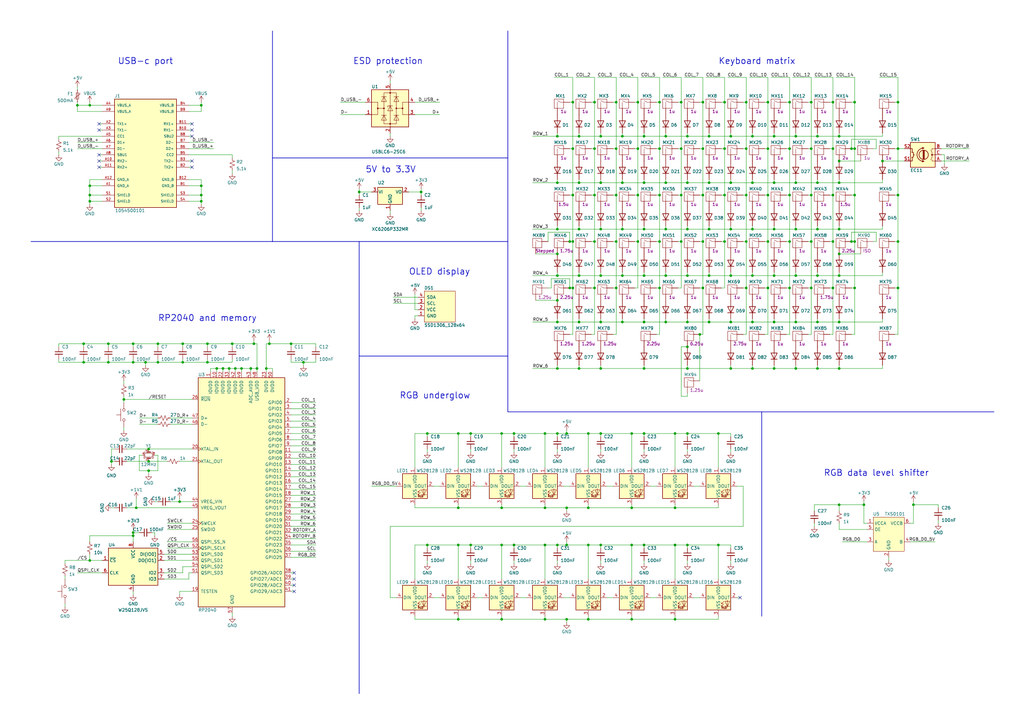
<source format=kicad_sch>
(kicad_sch (version 20211123) (generator eeschema)
  (paper "A3")
  (title_block (title "GanJing 75 rev 1 hotswap") (date "2022-07-17") (rev "1") (company "Mingze Jin"))
  (junction (at 175.26 177.8))
  (junction (at 246.38 177.8))
  (junction (at 36.83 82.55))
  (junction (at 228.6 132.08))
  (junction (at 228.6 223.52))
  (junction (at 317.5 151.13))
  (junction (at 306.07 118.11))
  (junction (at 335.28 55.88))
  (junction (at 317.5 113.03))
  (junction (at 344.17 66.04))
  (junction (at 246.38 223.52))
  (junction (at 317.5 55.88))
  (junction (at 60.96 193.04))
  (junction (at 228.6 113.03))
  (junction (at 36.83 80.01))
  (junction (at 290.83 93.98))
  (junction (at 228.6 93.98))
  (junction (at 91.44 151.13))
  (junction (at 344.17 113.03))
  (junction (at 233.68 118.11))
  (junction (at 36.83 43.18))
  (junction (at 93.98 151.13))
  (junction (at 344.17 151.13))
  (junction (at 297.18 60.96))
  (junction (at 223.52 208.28))
  (junction (at 88.9 151.13))
  (junction (at 270.51 118.11))
  (junction (at 85.09 140.97))
  (junction (at 64.77 140.97))
  (junction (at 246.38 55.88))
  (junction (at 288.29 80.01))
  (junction (at 234.95 99.06))
  (junction (at 323.85 41.91))
  (junction (at 341.63 99.06))
  (junction (at 273.05 113.03))
  (junction (at 50.8 163.83))
  (junction (at 64.77 148.59))
  (junction (at 172.72 78.74))
  (junction (at 273.05 132.08))
  (junction (at 281.94 177.8))
  (junction (at 264.16 151.13))
  (junction (at 95.25 140.97))
  (junction (at 308.61 113.03))
  (junction (at 34.29 140.97))
  (junction (at 119.38 140.97))
  (junction (at 323.85 118.11))
  (junction (at 288.29 41.91))
  (junction (at 187.96 223.52))
  (junction (at 281.94 223.52))
  (junction (at 228.6 74.93))
  (junction (at 187.96 208.28))
  (junction (at 259.08 208.28))
  (junction (at 354.33 207.01))
  (junction (at 281.94 113.03))
  (junction (at 233.68 99.06))
  (junction (at 55.88 208.28))
  (junction (at 243.84 80.01))
  (junction (at 317.5 132.08))
  (junction (at 281.94 132.08))
  (junction (at 205.74 208.28))
  (junction (at 332.74 118.11))
  (junction (at 31.75 43.18))
  (junction (at 314.96 118.11))
  (junction (at 237.49 113.03))
  (junction (at 261.62 60.96))
  (junction (at 297.18 99.06))
  (junction (at 306.07 41.91))
  (junction (at 281.94 151.13))
  (junction (at 228.6 177.8))
  (junction (at 314.96 41.91))
  (junction (at 252.73 80.01))
  (junction (at 259.08 177.8))
  (junction (at 54.61 219.71))
  (junction (at 335.28 132.08))
  (junction (at 252.73 118.11))
  (junction (at 314.96 80.01))
  (junction (at 82.55 76.2))
  (junction (at 306.07 80.01))
  (junction (at 261.62 80.01))
  (junction (at 255.27 113.03))
  (junction (at 350.52 60.96))
  (junction (at 323.85 80.01))
  (junction (at 223.52 254))
  (junction (at 237.49 55.88))
  (junction (at 232.41 208.28))
  (junction (at 270.51 80.01))
  (junction (at 232.41 223.52))
  (junction (at 332.74 99.06))
  (junction (at 234.95 80.01))
  (junction (at 44.45 148.59))
  (junction (at 210.82 177.8))
  (junction (at 74.93 148.59))
  (junction (at 237.49 93.98))
  (junction (at 36.83 229.87))
  (junction (at 60.96 189.23))
  (junction (at 335.28 151.13))
  (junction (at 252.73 60.96))
  (junction (at 326.39 74.93))
  (junction (at 299.72 55.88))
  (junction (at 234.95 60.96))
  (junction (at 270.51 99.06))
  (junction (at 255.27 93.98))
  (junction (at 82.55 80.01))
  (junction (at 308.61 151.13))
  (junction (at 193.04 223.52))
  (junction (at 60.96 184.15))
  (junction (at 104.14 140.97))
  (junction (at 368.3 80.01))
  (junction (at 368.3 99.06))
  (junction (at 82.55 43.18))
  (junction (at 281.94 93.98))
  (junction (at 96.52 151.13))
  (junction (at 349.25 60.96))
  (junction (at 205.74 177.8))
  (junction (at 344.17 55.88))
  (junction (at 323.85 99.06))
  (junction (at 326.39 151.13))
  (junction (at 299.72 113.03))
  (junction (at 243.84 118.11))
  (junction (at 299.72 74.93))
  (junction (at 297.18 80.01))
  (junction (at 361.95 66.04))
  (junction (at 308.61 74.93))
  (junction (at 246.38 93.98))
  (junction (at 326.39 55.88))
  (junction (at 308.61 55.88))
  (junction (at 335.28 74.93))
  (junction (at 297.18 41.91))
  (junction (at 246.38 132.08))
  (junction (at 237.49 151.13))
  (junction (at 228.6 123.19))
  (junction (at 299.72 132.08))
  (junction (at 241.3 177.8))
  (junction (at 34.29 148.59))
  (junction (at 105.41 151.13))
  (junction (at 279.4 99.06))
  (junction (at 237.49 132.08))
  (junction (at 368.3 41.91))
  (junction (at 246.38 151.13))
  (junction (at 74.93 140.97))
  (junction (at 290.83 113.03))
  (junction (at 287.02 137.16))
  (junction (at 36.83 76.2))
  (junction (at 314.96 60.96))
  (junction (at 264.16 113.03))
  (junction (at 54.61 218.44))
  (junction (at 246.38 113.03))
  (junction (at 349.25 99.06))
  (junction (at 279.4 60.96))
  (junction (at 45.72 189.23))
  (junction (at 259.08 223.52))
  (junction (at 241.3 208.28))
  (junction (at 317.5 74.93))
  (junction (at 306.07 99.06))
  (junction (at 243.84 41.91))
  (junction (at 187.96 177.8))
  (junction (at 288.29 60.96))
  (junction (at 264.16 223.52))
  (junction (at 252.73 99.06))
  (junction (at 276.86 208.28))
  (junction (at 317.5 93.98))
  (junction (at 175.26 223.52))
  (junction (at 281.94 74.93))
  (junction (at 368.3 60.96))
  (junction (at 314.96 99.06))
  (junction (at 273.05 55.88))
  (junction (at 54.61 140.97))
  (junction (at 259.08 254))
  (junction (at 344.17 207.01))
  (junction (at 341.63 80.01))
  (junction (at 205.74 223.52))
  (junction (at 279.4 80.01))
  (junction (at 264.16 132.08))
  (junction (at 109.22 151.13))
  (junction (at 223.52 223.52))
  (junction (at 228.6 151.13))
  (junction (at 228.6 55.88))
  (junction (at 290.83 132.08))
  (junction (at 294.64 223.52))
  (junction (at 323.85 60.96))
  (junction (at 264.16 177.8))
  (junction (at 350.52 41.91))
  (junction (at 326.39 132.08))
  (junction (at 241.3 254))
  (junction (at 44.45 140.97))
  (junction (at 255.27 55.88))
  (junction (at 281.94 142.24))
  (junction (at 332.74 41.91))
  (junction (at 288.29 118.11))
  (junction (at 147.32 78.74))
  (junction (at 252.73 41.91))
  (junction (at 205.74 254))
  (junction (at 234.95 41.91))
  (junction (at 374.65 207.01))
  (junction (at 344.17 104.14))
  (junction (at 85.09 148.59))
  (junction (at 232.41 177.8))
  (junction (at 99.06 151.13))
  (junction (at 350.52 99.06))
  (junction (at 294.64 177.8))
  (junction (at 350.52 118.11))
  (junction (at 54.61 148.59))
  (junction (at 350.52 80.01))
  (junction (at 270.51 41.91))
  (junction (at 335.28 93.98))
  (junction (at 124.46 148.59))
  (junction (at 243.84 60.96))
  (junction (at 288.29 99.06))
  (junction (at 326.39 93.98))
  (junction (at 326.39 113.03))
  (junction (at 223.52 177.8))
  (junction (at 306.07 60.96))
  (junction (at 368.3 118.11))
  (junction (at 237.49 74.93))
  (junction (at 210.82 223.52))
  (junction (at 290.83 74.93))
  (junction (at 344.17 74.93))
  (junction (at 234.95 118.11))
  (junction (at 187.96 254))
  (junction (at 255.27 74.93))
  (junction (at 299.72 151.13))
  (junction (at 341.63 118.11))
  (junction (at 341.63 60.96))
  (junction (at 232.41 254))
  (junction (at 299.72 93.98))
  (junction (at 261.62 99.06))
  (junction (at 332.74 80.01))
  (junction (at 308.61 132.08))
  (junction (at 193.04 177.8))
  (junction (at 335.28 113.03))
  (junction (at 290.83 55.88))
  (junction (at 332.74 60.96))
  (junction (at 228.6 104.14))
  (junction (at 344.17 132.08))
  (junction (at 264.16 55.88))
  (junction (at 246.38 74.93))
  (junction (at 261.62 41.91))
  (junction (at 102.87 151.13))
  (junction (at 281.94 55.88))
  (junction (at 270.51 60.96))
  (junction (at 255.27 132.08))
  (junction (at 308.61 93.98))
  (junction (at 273.05 74.93))
  (junction (at 59.69 148.59))
  (junction (at 264.16 93.98))
  (junction (at 110.49 140.97))
  (junction (at 276.86 254))
  (junction (at 341.63 41.91))
  (junction (at 243.84 99.06))
  (junction (at 73.66 205.74))
  (junction (at 344.17 93.98))
  (junction (at 241.3 223.52))
  (junction (at 276.86 223.52))
  (junction (at 82.55 82.55))
  (junction (at 279.4 41.91))
  (junction (at 276.86 177.8))
  (junction (at 264.16 74.93))
  (junction (at 273.05 93.98))
  (no_connect (at 40.64 53.34))
  (no_connect (at 120.65 237.49))
  (no_connect (at 78.74 68.58))
  (no_connect (at 78.74 66.04))
  (no_connect (at 78.74 53.34))
  (no_connect (at 40.64 66.04))
  (no_connect (at 120.65 240.03))
  (no_connect (at 40.64 50.8))
  (no_connect (at 78.74 55.88))
  (no_connect (at 120.65 242.57))
  (no_connect (at 303.53 245.11))
  (no_connect (at 120.65 234.95))
  (no_connect (at 78.74 50.8))
  (no_connect (at 40.64 68.58))
  (no_connect (at 40.64 63.5))
  (wire (pts (xy 298.45 31.75) (xy 306.07 31.75)))
  (wire (pts (xy 335.28 93.98) (xy 326.39 93.98)))
  (wire (pts (xy 299.72 55.88) (xy 290.83 55.88)))
  (wire (pts (xy 64.77 193.04) (xy 60.96 193.04)))
  (wire (pts (xy 237.49 93.98) (xy 228.6 93.98)))
  (wire (pts (xy 234.95 41.91) (xy 234.95 60.96)))
  (wire (pts (xy 251.46 60.96) (xy 252.73 60.96)))
  (wire (pts (xy 269.24 80.01) (xy 270.51 80.01)))
  (wire (pts (xy 40.64 66.04) (xy 41.91 66.04)))
  (wire (pts (xy 246.38 54.61) (xy 246.38 55.88)))
  (wire (pts (xy 246.38 179.07) (xy 246.38 177.8)))
  (wire (pts (xy 334.01 214.63) (xy 334.01 215.9)))
  (wire (pts (xy 46.99 184.15) (xy 45.72 184.15)))
  (wire (pts (xy 147.32 85.09) (xy 147.32 86.36)))
  (wire (pts (xy 273.05 73.66) (xy 273.05 74.93)))
  (wire (pts (xy 233.68 99.06) (xy 234.95 99.06)))
  (wire (pts (xy 224.79 95.25) (xy 233.68 95.25)))
  (wire (pts (xy 226.06 114.3) (xy 233.68 114.3)))
  (wire (pts (xy 252.73 41.91) (xy 252.73 60.96)))
  (wire (pts (xy 129.54 140.97) (xy 129.54 142.24)))
  (wire (pts (xy 105.41 151.13) (xy 105.41 152.4)))
  (wire (pts (xy 368.3 99.06) (xy 368.3 118.11)))
  (wire (pts (xy 45.72 184.15) (xy 45.72 189.23)))
  (wire (pts (xy 26.67 231.14) (xy 26.67 229.87)))
  (wire (pts (xy 344.17 92.71) (xy 344.17 93.98)))
  (wire (pts (xy 91.44 151.13) (xy 91.44 152.4)))
  (wire (pts (xy 313.69 80.01) (xy 314.96 80.01)))
  (wire (pts (xy 264.16 149.86) (xy 264.16 151.13)))
  (wire (pts (xy 367.03 41.91) (xy 368.3 41.91)))
  (wire (pts (xy 279.4 99.06) (xy 279.4 118.11)))
  (wire (pts (xy 73.66 242.57) (xy 73.66 243.84)))
  (wire (pts (xy 119.38 208.28) (xy 129.54 208.28)))
  (wire (pts (xy 246.38 151.13) (xy 264.16 151.13)))
  (wire (pts (xy 63.5 186.69) (xy 64.77 186.69)))
  (wire (pts (xy 93.98 151.13) (xy 91.44 151.13)))
  (wire (pts (xy 264.16 54.61) (xy 264.16 55.88)))
  (wire (pts (xy 281.94 93.98) (xy 273.05 93.98)))
  (wire (pts (xy 344.17 93.98) (xy 335.28 93.98)))
  (wire (pts (xy 255.27 92.71) (xy 255.27 93.98)))
  (wire (pts (xy 228.6 55.88) (xy 228.6 54.61)))
  (wire (pts (xy 314.96 60.96) (xy 314.96 80.01)))
  (wire (pts (xy 124.46 148.59) (xy 124.46 149.86)))
  (wire (pts (xy 82.55 82.55) (xy 82.55 83.82)))
  (wire (pts (xy 187.96 252.73) (xy 187.96 254)))
  (wire (pts (xy 36.83 76.2) (xy 41.91 76.2)))
  (wire (pts (xy 273.05 54.61) (xy 273.05 55.88)))
  (wire (pts (xy 241.3 207.01) (xy 241.3 208.28)))
  (wire (pts (xy 95.25 63.5) (xy 95.25 64.77)))
  (wire (pts (xy 288.29 41.91) (xy 288.29 31.75)))
  (wire (pts (xy 160.02 245.11) (xy 162.56 245.11)))
  (wire (pts (xy 335.28 113.03) (xy 326.39 113.03)))
  (wire (pts (xy 261.62 60.96) (xy 261.62 80.01)))
  (wire (pts (xy 170.18 120.65) (xy 170.18 127)))
  (wire (pts (xy 85.09 140.97) (xy 74.93 140.97)))
  (wire (pts (xy 313.69 41.91) (xy 314.96 41.91)))
  (wire (pts (xy 326.39 73.66) (xy 326.39 74.93)))
  (wire (pts (xy 74.93 140.97) (xy 74.93 142.24)))
  (wire (pts (xy 119.38 182.88) (xy 129.54 182.88)))
  (wire (pts (xy 317.5 149.86) (xy 317.5 151.13)))
  (wire (pts (xy 299.72 132.08) (xy 290.83 132.08)))
  (wire (pts (xy 259.08 254) (xy 276.86 254)))
  (wire (pts (xy 345.44 222.25) (xy 355.6 222.25)))
  (wire (pts (xy 147.32 78.74) (xy 147.32 80.01)))
  (wire (pts (xy 102.87 151.13) (xy 102.87 152.4)))
  (wire (pts (xy 299.72 224.79) (xy 299.72 223.52)))
  (wire (pts (xy 228.6 74.93) (xy 228.6 73.66)))
  (wire (pts (xy 54.61 140.97) (xy 54.61 142.24)))
  (wire (pts (xy 36.83 82.55) (xy 41.91 82.55)))
  (wire (pts (xy 331.47 41.91) (xy 332.74 41.91)))
  (wire (pts (xy 177.8 245.11) (xy 180.34 245.11)))
  (wire (pts (xy 67.31 229.87) (xy 78.74 229.87)))
  (wire (pts (xy 340.36 41.91) (xy 341.63 41.91)))
  (wire (pts (xy 313.69 118.11) (xy 314.96 118.11)))
  (wire (pts (xy 119.38 210.82) (xy 129.54 210.82)))
  (wire (pts (xy 361.95 111.76) (xy 361.95 113.03)))
  (wire (pts (xy 260.35 80.01) (xy 261.62 80.01)))
  (wire (pts (xy 234.95 60.96) (xy 234.95 80.01)))
  (wire (pts (xy 41.91 55.88) (xy 24.13 55.88)))
  (wire (pts (xy 60.96 193.04) (xy 57.15 193.04)))
  (wire (pts (xy 354.33 205.74) (xy 354.33 207.01)))
  (wire (pts (xy 340.36 118.11) (xy 341.63 118.11)))
  (wire (pts (xy 335.28 55.88) (xy 326.39 55.88)))
  (wire (pts (xy 82.55 41.91) (xy 82.55 43.18)))
  (wire (pts (xy 175.26 177.8) (xy 187.96 177.8)))
  (wire (pts (xy 281.94 161.29) (xy 281.94 162.56)))
  (wire (pts (xy 119.38 218.44) (xy 129.54 218.44)))
  (wire (pts (xy 241.3 208.28) (xy 259.08 208.28)))
  (wire (pts (xy 350.52 80.01) (xy 350.52 99.06)))
  (wire (pts (xy 241.3 254) (xy 259.08 254)))
  (wire (pts (xy 119.38 200.66) (xy 129.54 200.66)))
  (wire (pts (xy 252.73 99.06) (xy 252.73 118.11)))
  (wire (pts (xy 228.6 93.98) (xy 228.6 92.71)))
  (wire (pts (xy 218.44 93.98) (xy 228.6 93.98)))
  (wire (pts (xy 170.18 207.01) (xy 170.18 208.28)))
  (wire (pts (xy 252.73 60.96) (xy 252.73 80.01)))
  (wire (pts (xy 210.82 184.15) (xy 210.82 185.42)))
  (wire (pts (xy 260.35 99.06) (xy 261.62 99.06)))
  (wire (pts (xy 367.03 118.11) (xy 368.3 118.11)))
  (wire (pts (xy 160.02 33.02) (xy 160.02 34.29)))
  (wire (pts (xy 105.41 140.97) (xy 105.41 151.13)))
  (wire (pts (xy 86.36 151.13) (xy 86.36 152.4)))
  (polyline (pts (xy 147.32 146.05) (xy 208.28 146.05)) (stroke (width 0.254) (type solid)))
  (wire (pts (xy 82.55 82.55) (xy 82.55 80.01)))
  (wire (pts (xy 361.95 54.61) (xy 361.95 55.88)))
  (wire (pts (xy 24.13 142.24) (xy 24.13 140.97)))
  (wire (pts (xy 316.23 31.75) (xy 323.85 31.75)))
  (wire (pts (xy 342.9 31.75) (xy 350.52 31.75)))
  (wire (pts (xy 40.64 63.5) (xy 41.91 63.5)))
  (polyline (pts (xy 111.76 99.06) (xy 208.28 99.06)) (stroke (width 0.254) (type solid)))
  (wire (pts (xy 358.14 60.96) (xy 359.41 60.96)))
  (wire (pts (xy 50.8 162.56) (xy 50.8 163.83)))
  (wire (pts (xy 299.72 223.52) (xy 294.64 223.52)))
  (wire (pts (xy 77.47 63.5) (xy 95.25 63.5)))
  (wire (pts (xy 95.25 140.97) (xy 104.14 140.97)))
  (wire (pts (xy 308.61 111.76) (xy 308.61 113.03)))
  (wire (pts (xy 361.95 93.98) (xy 344.17 93.98)))
  (wire (pts (xy 387.35 63.5) (xy 387.35 67.31)))
  (wire (pts (xy 36.83 219.71) (xy 54.61 219.71)))
  (wire (pts (xy 232.41 176.53) (xy 232.41 177.8)))
  (wire (pts (xy 64.77 147.32) (xy 64.77 148.59)))
  (wire (pts (xy 264.16 179.07) (xy 264.16 177.8)))
  (wire (pts (xy 264.16 93.98) (xy 255.27 93.98)))
  (wire (pts (xy 350.52 60.96) (xy 350.52 80.01)))
  (wire (pts (xy 261.62 41.91) (xy 261.62 60.96)))
  (wire (pts (xy 193.04 224.79) (xy 193.04 223.52)))
  (wire (pts (xy 241.3 252.73) (xy 241.3 254)))
  (wire (pts (xy 276.86 223.52) (xy 276.86 237.49)))
  (wire (pts (xy 246.38 149.86) (xy 246.38 151.13)))
  (wire (pts (xy 74.93 147.32) (xy 74.93 148.59)))
  (wire (pts (xy 170.18 129.54) (xy 170.18 130.81)))
  (wire (pts (xy 276.86 177.8) (xy 276.86 191.77)))
  (wire (pts (xy 308.61 55.88) (xy 299.72 55.88)))
  (wire (pts (xy 193.04 177.8) (xy 205.74 177.8)))
  (wire (pts (xy 210.82 177.8) (xy 223.52 177.8)))
  (wire (pts (xy 304.8 99.06) (xy 306.07 99.06)))
  (wire (pts (xy 317.5 151.13) (xy 308.61 151.13)))
  (wire (pts (xy 82.55 45.72) (xy 77.47 45.72)))
  (wire (pts (xy 45.72 208.28) (xy 46.99 208.28)))
  (wire (pts (xy 264.16 92.71) (xy 264.16 93.98)))
  (wire (pts (xy 299.72 73.66) (xy 299.72 74.93)))
  (wire (pts (xy 334.01 207.01) (xy 334.01 209.55)))
  (wire (pts (xy 349.25 60.96) (xy 350.52 60.96)))
  (wire (pts (xy 111.76 151.13) (xy 111.76 152.4)))
  (wire (pts (xy 243.84 99.06) (xy 243.84 118.11)))
  (wire (pts (xy 233.68 60.96) (xy 234.95 60.96)))
  (wire (pts (xy 223.52 208.28) (xy 232.41 208.28)))
  (wire (pts (xy 368.3 60.96) (xy 368.3 80.01)))
  (wire (pts (xy 237.49 111.76) (xy 237.49 113.03)))
  (wire (pts (xy 299.72 92.71) (xy 299.72 93.98)))
  (wire (pts (xy 119.38 147.32) (xy 119.38 148.59)))
  (wire (pts (xy 119.38 193.04) (xy 129.54 193.04)))
  (wire (pts (xy 77.47 237.49) (xy 67.31 237.49)))
  (wire (pts (xy 341.63 137.16) (xy 340.36 137.16)))
  (wire (pts (xy 36.83 41.91) (xy 36.83 43.18)))
  (wire (pts (xy 299.72 229.87) (xy 299.72 231.14)))
  (wire (pts (xy 124.46 148.59) (xy 129.54 148.59)))
  (wire (pts (xy 226.06 118.11) (xy 226.06 114.3)))
  (wire (pts (xy 63.5 205.74) (xy 64.77 205.74)))
  (wire (pts (xy 50.8 163.83) (xy 50.8 165.1)))
  (wire (pts (xy 304.8 215.9) (xy 304.8 199.39)))
  (wire (pts (xy 295.91 118.11) (xy 297.18 118.11)))
  (wire (pts (xy 234.95 118.11) (xy 234.95 137.16)))
  (wire (pts (xy 119.38 220.98) (xy 129.54 220.98)))
  (wire (pts (xy 261.62 99.06) (xy 261.62 118.11)))
  (wire (pts (xy 170.18 254) (xy 187.96 254)))
  (wire (pts (xy 335.28 132.08) (xy 326.39 132.08)))
  (wire (pts (xy 306.07 99.06) (xy 306.07 118.11)))
  (wire (pts (xy 255.27 55.88) (xy 246.38 55.88)))
  (wire (pts (xy 344.17 149.86) (xy 344.17 151.13)))
  (wire (pts (xy 34.29 147.32) (xy 34.29 148.59)))
  (wire (pts (xy 368.3 60.96) (xy 370.84 60.96)))
  (wire (pts (xy 242.57 99.06) (xy 243.84 99.06)))
  (wire (pts (xy 246.38 229.87) (xy 246.38 231.14)))
  (wire (pts (xy 120.65 242.57) (xy 119.38 242.57)))
  (wire (pts (xy 54.61 219.71) (xy 54.61 218.44)))
  (wire (pts (xy 85.09 140.97) (xy 85.09 142.24)))
  (wire (pts (xy 104.14 139.7) (xy 104.14 140.97)))
  (wire (pts (xy 52.07 184.15) (xy 60.96 184.15)))
  (wire (pts (xy 304.8 80.01) (xy 306.07 80.01)))
  (wire (pts (xy 359.41 99.06) (xy 359.41 95.25)))
  (wire (pts (xy 323.85 118.11) (xy 323.85 137.16)))
  (wire (pts (xy 349.25 41.91) (xy 350.52 41.91)))
  (wire (pts (xy 44.45 147.32) (xy 44.45 148.59)))
  (wire (pts (xy 290.83 54.61) (xy 290.83 55.88)))
  (wire (pts (xy 266.7 199.39) (xy 269.24 199.39)))
  (wire (pts (xy 326.39 74.93) (xy 317.5 74.93)))
  (wire (pts (xy 334.01 207.01) (xy 344.17 207.01)))
  (wire (pts (xy 266.7 245.11) (xy 269.24 245.11)))
  (wire (pts (xy 281.94 229.87) (xy 281.94 231.14)))
  (wire (pts (xy 364.49 228.6) (xy 364.49 229.87)))
  (wire (pts (xy 314.96 137.16) (xy 313.69 137.16)))
  (wire (pts (xy 85.09 148.59) (xy 95.25 148.59)))
  (wire (pts (xy 368.3 80.01) (xy 368.3 99.06)))
  (wire (pts (xy 278.13 118.11) (xy 279.4 118.11)))
  (wire (pts (xy 231.14 245.11) (xy 233.68 245.11)))
  (wire (pts (xy 290.83 132.08) (xy 281.94 132.08)))
  (wire (pts (xy 278.13 99.06) (xy 279.4 99.06)))
  (wire (pts (xy 243.84 41.91) (xy 243.84 31.75)))
  (polyline (pts (xy 208.28 168.91) (xy 407.67 168.91)) (stroke (width 0.254) (type solid)))
  (wire (pts (xy 252.73 80.01) (xy 252.73 99.06)))
  (wire (pts (xy 161.29 124.46) (xy 171.45 124.46)))
  (wire (pts (xy 246.38 177.8) (xy 259.08 177.8)))
  (wire (pts (xy 205.74 177.8) (xy 205.74 191.77)))
  (wire (pts (xy 281.94 224.79) (xy 281.94 223.52)))
  (wire (pts (xy 218.44 74.93) (xy 228.6 74.93)))
  (wire (pts (xy 233.68 80.01) (xy 234.95 80.01)))
  (wire (pts (xy 297.18 80.01) (xy 297.18 99.06)))
  (wire (pts (xy 255.27 130.81) (xy 255.27 132.08)))
  (wire (pts (xy 308.61 151.13) (xy 299.72 151.13)))
  (wire (pts (xy 57.15 171.45) (xy 64.77 171.45)))
  (wire (pts (xy 31.75 60.96) (xy 41.91 60.96)))
  (wire (pts (xy 237.49 149.86) (xy 237.49 151.13)))
  (wire (pts (xy 36.83 73.66) (xy 36.83 76.2)))
  (wire (pts (xy 281.94 223.52) (xy 294.64 223.52)))
  (wire (pts (xy 273.05 111.76) (xy 273.05 113.03)))
  (wire (pts (xy 119.38 170.18) (xy 129.54 170.18)))
  (wire (pts (xy 232.41 254) (xy 232.41 255.27)))
  (wire (pts (xy 299.72 113.03) (xy 290.83 113.03)))
  (wire (pts (xy 171.45 127) (xy 170.18 127)))
  (wire (pts (xy 246.38 93.98) (xy 237.49 93.98)))
  (wire (pts (xy 264.16 73.66) (xy 264.16 74.93)))
  (wire (pts (xy 326.39 113.03) (xy 317.5 113.03)))
  (wire (pts (xy 45.72 189.23) (xy 45.72 190.5)))
  (wire (pts (xy 322.58 41.91) (xy 323.85 41.91)))
  (wire (pts (xy 228.6 179.07) (xy 228.6 177.8)))
  (wire (pts (xy 31.75 234.95) (xy 41.91 234.95)))
  (wire (pts (xy 308.61 73.66) (xy 308.61 74.93)))
  (wire (pts (xy 341.63 60.96) (xy 341.63 80.01)))
  (wire (pts (xy 59.69 148.59) (xy 64.77 148.59)))
  (wire (pts (xy 264.16 184.15) (xy 264.16 185.42)))
  (wire (pts (xy 119.38 140.97) (xy 129.54 140.97)))
  (wire (pts (xy 326.39 130.81) (xy 326.39 132.08)))
  (wire (pts (xy 63.5 219.71) (xy 63.5 218.44)))
  (wire (pts (xy 317.5 132.08) (xy 308.61 132.08)))
  (wire (pts (xy 323.85 137.16) (xy 322.58 137.16)))
  (wire (pts (xy 172.72 80.01) (xy 172.72 78.74)))
  (wire (pts (xy 63.5 218.44) (xy 62.23 218.44)))
  (wire (pts (xy 374.65 207.01) (xy 374.65 214.63)))
  (wire (pts (xy 193.04 229.87) (xy 193.04 231.14)))
  (wire (pts (xy 237.49 55.88) (xy 228.6 55.88)))
  (wire (pts (xy 223.52 177.8) (xy 223.52 191.77)))
  (wire (pts (xy 68.58 224.79) (xy 78.74 224.79)))
  (wire (pts (xy 288.29 99.06) (xy 288.29 118.11)))
  (wire (pts (xy 386.08 63.5) (xy 387.35 63.5)))
  (polyline (pts (xy 312.42 168.91) (xy 312.42 252.73)) (stroke (width 0.254) (type solid)))
  (wire (pts (xy 269.24 60.96) (xy 270.51 60.96)))
  (wire (pts (xy 78.74 234.95) (xy 77.47 234.95)))
  (wire (pts (xy 276.86 208.28) (xy 294.64 208.28)))
  (wire (pts (xy 287.02 118.11) (xy 288.29 118.11)))
  (wire (pts (xy 295.91 60.96) (xy 297.18 60.96)))
  (wire (pts (xy 73.66 242.57) (xy 78.74 242.57)))
  (wire (pts (xy 36.83 73.66) (xy 41.91 73.66)))
  (wire (pts (xy 270.51 41.91) (xy 270.51 31.75)))
  (wire (pts (xy 349.25 99.06) (xy 350.52 99.06)))
  (wire (pts (xy 331.47 80.01) (xy 332.74 80.01)))
  (wire (pts (xy 232.41 222.25) (xy 232.41 223.52)))
  (wire (pts (xy 129.54 147.32) (xy 129.54 148.59)))
  (wire (pts (xy 69.85 173.99) (xy 78.74 173.99)))
  (wire (pts (xy 290.83 113.03) (xy 281.94 113.03)))
  (wire (pts (xy 95.25 148.59) (xy 95.25 147.32)))
  (wire (pts (xy 281.94 55.88) (xy 273.05 55.88)))
  (wire (pts (xy 281.94 111.76) (xy 281.94 113.03)))
  (wire (pts (xy 350.52 41.91) (xy 350.52 60.96)))
  (wire (pts (xy 170.18 252.73) (xy 170.18 254)))
  (wire (pts (xy 255.27 93.98) (xy 246.38 93.98)))
  (wire (pts (xy 160.02 54.61) (xy 160.02 55.88)))
  (wire (pts (xy 233.68 95.25) (xy 233.68 99.06)))
  (wire (pts (xy 344.17 55.88) (xy 335.28 55.88)))
  (wire (pts (xy 368.3 118.11) (xy 368.3 137.16)))
  (wire (pts (xy 68.58 214.63) (xy 78.74 214.63)))
  (wire (pts (xy 359.41 60.96) (xy 359.41 57.15)))
  (wire (pts (xy 175.26 223.52) (xy 187.96 223.52)))
  (wire (pts (xy 281.94 142.24) (xy 279.4 142.24)))
  (wire (pts (xy 322.58 60.96) (xy 323.85 60.96)))
  (wire (pts (xy 74.93 140.97) (xy 64.77 140.97)))
  (wire (pts (xy 281.94 132.08) (xy 273.05 132.08)))
  (wire (pts (xy 331.47 99.06) (xy 332.74 99.06)))
  (wire (pts (xy 317.5 111.76) (xy 317.5 113.03)))
  (wire (pts (xy 294.64 252.73) (xy 294.64 254)))
  (wire (pts (xy 243.84 80.01) (xy 243.84 99.06)))
  (wire (pts (xy 248.92 245.11) (xy 251.46 245.11)))
  (wire (pts (xy 314.96 80.01) (xy 314.96 99.06)))
  (wire (pts (xy 187.96 223.52) (xy 193.04 223.52)))
  (wire (pts (xy 276.86 252.73) (xy 276.86 254)))
  (wire (pts (xy 60.96 184.15) (xy 78.74 184.15)))
  (wire (pts (xy 243.84 41.91) (xy 243.84 60.96)))
  (wire (pts (xy 109.22 151.13) (xy 109.22 152.4)))
  (wire (pts (xy 264.16 223.52) (xy 276.86 223.52)))
  (wire (pts (xy 290.83 92.71) (xy 290.83 93.98)))
  (wire (pts (xy 219.71 123.19) (xy 228.6 123.19)))
  (wire (pts (xy 68.58 222.25) (xy 78.74 222.25)))
  (wire (pts (xy 40.64 68.58) (xy 41.91 68.58)))
  (wire (pts (xy 340.36 80.01) (xy 341.63 80.01)))
  (wire (pts (xy 281.94 151.13) (xy 299.72 151.13)))
  (wire (pts (xy 31.75 58.42) (xy 41.91 58.42)))
  (wire (pts (xy 24.13 55.88) (xy 24.13 57.15)))
  (wire (pts (xy 218.44 113.03) (xy 228.6 113.03)))
  (wire (pts (xy 264.16 74.93) (xy 255.27 74.93)))
  (wire (pts (xy 120.65 240.03) (xy 119.38 240.03)))
  (wire (pts (xy 36.83 76.2) (xy 36.83 80.01)))
  (wire (pts (xy 332.74 137.16) (xy 331.47 137.16)))
  (wire (pts (xy 78.74 53.34) (xy 77.47 53.34)))
  (wire (pts (xy 323.85 80.01) (xy 323.85 99.06)))
  (wire (pts (xy 218.44 55.88) (xy 228.6 55.88)))
  (wire (pts (xy 306.07 137.16) (xy 304.8 137.16)))
  (wire (pts (xy 344.17 207.01) (xy 354.33 207.01)))
  (wire (pts (xy 234.95 99.06) (xy 234.95 118.11)))
  (wire (pts (xy 88.9 151.13) (xy 86.36 151.13)))
  (wire (pts (xy 74.93 232.41) (xy 78.74 232.41)))
  (wire (pts (xy 350.52 118.11) (xy 350.52 137.16)))
  (wire (pts (xy 82.55 76.2) (xy 77.47 76.2)))
  (wire (pts (xy 82.55 80.01) (xy 77.47 80.01)))
  (wire (pts (xy 54.61 217.17) (xy 54.61 218.44)))
  (wire (pts (xy 60.96 189.23) (xy 68.58 189.23)))
  (wire (pts (xy 31.75 43.18) (xy 31.75 41.91)))
  (wire (pts (xy 269.24 41.91) (xy 270.51 41.91)))
  (wire (pts (xy 304.8 215.9) (xy 160.02 215.9)))
  (wire (pts (xy 361.95 92.71) (xy 361.95 93.98)))
  (wire (pts (xy 96.52 152.4) (xy 96.52 151.13)))
  (wire (pts (xy 78.74 66.04) (xy 77.47 66.04)))
  (wire (pts (xy 270.51 118.11) (xy 270.51 137.16)))
  (wire (pts (xy 294.64 177.8) (xy 294.64 191.77)))
  (wire (pts (xy 246.38 92.71) (xy 246.38 93.98)))
  (wire (pts (xy 264.16 130.81) (xy 264.16 132.08)))
  (wire (pts (xy 119.38 177.8) (xy 129.54 177.8)))
  (wire (pts (xy 287.02 80.01) (xy 288.29 80.01)))
  (wire (pts (xy 326.39 54.61) (xy 326.39 55.88)))
  (wire (pts (xy 234.95 41.91) (xy 234.95 31.75)))
  (wire (pts (xy 308.61 92.71) (xy 308.61 93.98)))
  (wire (pts (xy 290.83 93.98) (xy 281.94 93.98)))
  (wire (pts (xy 119.38 226.06) (xy 129.54 226.06)))
  (wire (pts (xy 228.6 224.79) (xy 228.6 223.52)))
  (wire (pts (xy 31.75 45.72) (xy 31.75 43.18)))
  (wire (pts (xy 273.05 132.08) (xy 264.16 132.08)))
  (wire (pts (xy 54.61 147.32) (xy 54.61 148.59)))
  (wire (pts (xy 193.04 223.52) (xy 205.74 223.52)))
  (wire (pts (xy 295.91 99.06) (xy 297.18 99.06)))
  (wire (pts (xy 195.58 245.11) (xy 198.12 245.11)))
  (wire (pts (xy 281.94 177.8) (xy 294.64 177.8)))
  (wire (pts (xy 234.95 80.01) (xy 234.95 99.06)))
  (wire (pts (xy 252.73 137.16) (xy 251.46 137.16)))
  (wire (pts (xy 228.6 151.13) (xy 228.6 149.86)))
  (wire (pts (xy 44.45 140.97) (xy 44.45 142.24)))
  (wire (pts (xy 350.52 99.06) (xy 350.52 118.11)))
  (wire (pts (xy 223.52 223.52) (xy 228.6 223.52)))
  (wire (pts (xy 57.15 186.69) (xy 58.42 186.69)))
  (wire (pts (xy 332.74 60.96) (xy 332.74 80.01)))
  (wire (pts (xy 227.33 31.75) (xy 234.95 31.75)))
  (wire (pts (xy 270.51 60.96) (xy 270.51 80.01)))
  (wire (pts (xy 243.84 137.16) (xy 242.57 137.16)))
  (wire (pts (xy 82.55 43.18) (xy 82.55 45.72)))
  (wire (pts (xy 255.27 54.61) (xy 255.27 55.88)))
  (wire (pts (xy 187.96 207.01) (xy 187.96 208.28)))
  (wire (pts (xy 93.98 151.13) (xy 93.98 152.4)))
  (wire (pts (xy 335.28 111.76) (xy 335.28 113.03)))
  (wire (pts (xy 276.86 177.8) (xy 281.94 177.8)))
  (wire (pts (xy 290.83 111.76) (xy 290.83 113.03)))
  (wire (pts (xy 287.02 60.96) (xy 288.29 60.96)))
  (wire (pts (xy 368.3 41.91) (xy 368.3 31.75)))
  (wire (pts (xy 361.95 151.13) (xy 344.17 151.13)))
  (wire (pts (xy 210.82 179.07) (xy 210.82 177.8)))
  (wire (pts (xy 73.66 205.74) (xy 78.74 205.74)))
  (wire (pts (xy 326.39 111.76) (xy 326.39 113.03)))
  (wire (pts (xy 314.96 99.06) (xy 314.96 118.11)))
  (polyline (pts (xy 208.28 12.7) (xy 208.28 168.91)) (stroke (width 0.254) (type solid)))
  (wire (pts (xy 295.91 41.91) (xy 297.18 41.91)))
  (wire (pts (xy 88.9 151.13) (xy 88.9 152.4)))
  (wire (pts (xy 326.39 55.88) (xy 317.5 55.88)))
  (wire (pts (xy 361.95 113.03) (xy 344.17 113.03)))
  (wire (pts (xy 350.52 137.16) (xy 349.25 137.16)))
  (wire (pts (xy 213.36 199.39) (xy 215.9 199.39)))
  (wire (pts (xy 273.05 93.98) (xy 264.16 93.98)))
  (wire (pts (xy 373.38 214.63) (xy 374.65 214.63)))
  (wire (pts (xy 295.91 80.01) (xy 297.18 80.01)))
  (wire (pts (xy 246.38 151.13) (xy 237.49 151.13)))
  (wire (pts (xy 44.45 148.59) (xy 54.61 148.59)))
  (wire (pts (xy 344.17 104.14) (xy 353.06 104.14)))
  (wire (pts (xy 195.58 199.39) (xy 198.12 199.39)))
  (wire (pts (xy 161.29 121.92) (xy 171.45 121.92)))
  (wire (pts (xy 237.49 54.61) (xy 237.49 55.88)))
  (wire (pts (xy 361.95 74.93) (xy 344.17 74.93)))
  (wire (pts (xy 246.38 223.52) (xy 259.08 223.52)))
  (wire (pts (xy 205.74 223.52) (xy 205.74 237.49)))
  (wire (pts (xy 160.02 215.9) (xy 160.02 245.11)))
  (wire (pts (xy 270.51 99.06) (xy 270.51 118.11)))
  (wire (pts (xy 361.95 55.88) (xy 344.17 55.88)))
  (wire (pts (xy 172.72 77.47) (xy 172.72 78.74)))
  (wire (pts (xy 119.38 167.64) (xy 129.54 167.64)))
  (wire (pts (xy 119.38 142.24) (xy 119.38 140.97)))
  (wire (pts (xy 119.38 190.5) (xy 129.54 190.5)))
  (wire (pts (xy 299.72 93.98) (xy 290.83 93.98)))
  (wire (pts (xy 223.52 177.8) (xy 228.6 177.8)))
  (wire (pts (xy 261.62 80.01) (xy 261.62 99.06)))
  (wire (pts (xy 344.17 66.04) (xy 353.06 66.04)))
  (wire (pts (xy 344.17 151.13) (xy 335.28 151.13)))
  (wire (pts (xy 205.74 207.01) (xy 205.74 208.28)))
  (wire (pts (xy 50.8 175.26) (xy 50.8 176.53)))
  (wire (pts (xy 284.48 245.11) (xy 287.02 245.11)))
  (wire (pts (xy 104.14 140.97) (xy 105.41 140.97)))
  (wire (pts (xy 259.08 177.8) (xy 259.08 191.77)))
  (wire (pts (xy 323.85 60.96) (xy 323.85 80.01)))
  (wire (pts (xy 105.41 151.13) (xy 102.87 151.13)))
  (wire (pts (xy 36.83 43.18) (xy 41.91 43.18)))
  (wire (pts (xy 232.41 177.8) (xy 241.3 177.8)))
  (wire (pts (xy 299.72 74.93) (xy 290.83 74.93)))
  (wire (pts (xy 119.38 223.52) (xy 129.54 223.52)))
  (wire (pts (xy 251.46 118.11) (xy 252.73 118.11)))
  (wire (pts (xy 232.41 208.28) (xy 232.41 209.55)))
  (wire (pts (xy 314.96 41.91) (xy 314.96 31.75)))
  (wire (pts (xy 344.17 132.08) (xy 335.28 132.08)))
  (wire (pts (xy 248.92 199.39) (xy 251.46 199.39)))
  (wire (pts (xy 344.17 207.01) (xy 344.17 209.55)))
  (wire (pts (xy 54.61 242.57) (xy 54.61 243.84)))
  (wire (pts (xy 251.46 80.01) (xy 252.73 80.01)))
  (wire (pts (xy 242.57 41.91) (xy 243.84 41.91)))
  (wire (pts (xy 119.38 148.59) (xy 124.46 148.59)))
  (wire (pts (xy 294.64 223.52) (xy 294.64 237.49)))
  (wire (pts (xy 99.06 151.13) (xy 99.06 152.4)))
  (wire (pts (xy 119.38 195.58) (xy 129.54 195.58)))
  (wire (pts (xy 152.4 78.74) (xy 147.32 78.74)))
  (polyline (pts (xy 12.7 99.06) (xy 111.76 99.06)) (stroke (width 0.254) (type solid)))
  (wire (pts (xy 187.96 223.52) (xy 187.96 237.49)))
  (wire (pts (xy 278.13 41.91) (xy 279.4 41.91)))
  (wire (pts (xy 223.52 252.73) (xy 223.52 254)))
  (wire (pts (xy 344.17 113.03) (xy 335.28 113.03)))
  (wire (pts (xy 373.38 222.25) (xy 383.54 222.25)))
  (wire (pts (xy 299.72 111.76) (xy 299.72 113.03)))
  (wire (pts (xy 119.38 187.96) (xy 129.54 187.96)))
  (wire (pts (xy 77.47 60.96) (xy 87.63 60.96)))
  (wire (pts (xy 187.96 208.28) (xy 205.74 208.28)))
  (wire (pts (xy 290.83 74.93) (xy 281.94 74.93)))
  (wire (pts (xy 260.35 41.91) (xy 261.62 41.91)))
  (wire (pts (xy 304.8 199.39) (xy 302.26 199.39)))
  (wire (pts (xy 287.02 137.16) (xy 288.29 137.16)))
  (wire (pts (xy 205.74 208.28) (xy 223.52 208.28)))
  (wire (pts (xy 160.02 86.36) (xy 160.02 87.63)))
  (wire (pts (xy 299.72 184.15) (xy 299.72 185.42)))
  (wire (pts (xy 99.06 151.13) (xy 96.52 151.13)))
  (wire (pts (xy 175.26 223.52) (xy 170.18 223.52)))
  (wire (pts (xy 314.96 41.91) (xy 314.96 60.96)))
  (wire (pts (xy 308.61 93.98) (xy 299.72 93.98)))
  (wire (pts (xy 59.69 148.59) (xy 59.69 149.86)))
  (wire (pts (xy 299.72 179.07) (xy 299.72 177.8)))
  (wire (pts (xy 281.94 162.56) (xy 279.4 162.56)))
  (wire (pts (xy 278.13 80.01) (xy 279.4 80.01)))
  (wire (pts (xy 252.73 118.11) (xy 252.73 137.16)))
  (wire (pts (xy 335.28 74.93) (xy 326.39 74.93)))
  (wire (pts (xy 82.55 80.01) (xy 82.55 76.2)))
  (wire (pts (xy 237.49 74.93) (xy 228.6 74.93)))
  (wire (pts (xy 95.25 140.97) (xy 85.09 140.97)))
  (wire (pts (xy 386.08 60.96) (xy 397.51 60.96)))
  (wire (pts (xy 175.26 184.15) (xy 175.26 185.42)))
  (wire (pts (xy 246.38 55.88) (xy 237.49 55.88)))
  (wire (pts (xy 119.38 175.26) (xy 129.54 175.26)))
  (wire (pts (xy 251.46 41.91) (xy 252.73 41.91)))
  (wire (pts (xy 341.63 99.06) (xy 341.63 118.11)))
  (wire (pts (xy 55.88 208.28) (xy 78.74 208.28)))
  (wire (pts (xy 276.86 254) (xy 294.64 254)))
  (wire (pts (xy 36.83 80.01) (xy 41.91 80.01)))
  (wire (pts (xy 261.62 41.91) (xy 261.62 31.75)))
  (wire (pts (xy 205.74 223.52) (xy 210.82 223.52)))
  (wire (pts (xy 299.72 54.61) (xy 299.72 55.88)))
  (wire (pts (xy 335.28 54.61) (xy 335.28 55.88)))
  (wire (pts (xy 335.28 151.13) (xy 326.39 151.13)))
  (wire (pts (xy 281.94 92.71) (xy 281.94 93.98)))
  (wire (pts (xy 344.17 217.17) (xy 344.17 214.63)))
  (wire (pts (xy 281.94 74.93) (xy 273.05 74.93)))
  (wire (pts (xy 64.77 186.69) (xy 64.77 193.04)))
  (polyline (pts (xy 147.32 99.06) (xy 147.32 284.48)) (stroke (width 0.254) (type solid)))
  (wire (pts (xy 77.47 234.95) (xy 77.47 237.49)))
  (wire (pts (xy 340.36 60.96) (xy 341.63 60.96)))
  (wire (pts (xy 139.7 41.91) (xy 149.86 41.91)))
  (wire (pts (xy 361.95 66.04) (xy 370.84 66.04)))
  (wire (pts (xy 276.86 223.52) (xy 281.94 223.52)))
  (wire (pts (xy 332.74 41.91) (xy 332.74 31.75)))
  (wire (pts (xy 367.03 80.01) (xy 368.3 80.01)))
  (wire (pts (xy 317.5 73.66) (xy 317.5 74.93)))
  (wire (pts (xy 52.07 189.23) (xy 60.96 189.23)))
  (wire (pts (xy 242.57 118.11) (xy 243.84 118.11)))
  (wire (pts (xy 119.38 203.2) (xy 129.54 203.2)))
  (wire (pts (xy 232.41 223.52) (xy 241.3 223.52)))
  (wire (pts (xy 281.94 54.61) (xy 281.94 55.88)))
  (wire (pts (xy 273.05 130.81) (xy 273.05 132.08)))
  (wire (pts (xy 317.5 55.88) (xy 308.61 55.88)))
  (wire (pts (xy 306.07 60.96) (xy 306.07 80.01)))
  (wire (pts (xy 177.8 199.39) (xy 180.34 199.39)))
  (wire (pts (xy 281.94 179.07) (xy 281.94 177.8)))
  (wire (pts (xy 67.31 234.95) (xy 74.93 234.95)))
  (wire (pts (xy 243.84 118.11) (xy 243.84 137.16)))
  (wire (pts (xy 278.13 60.96) (xy 279.4 60.96)))
  (wire (pts (xy 259.08 223.52) (xy 259.08 237.49)))
  (wire (pts (xy 232.41 208.28) (xy 241.3 208.28)))
  (wire (pts (xy 302.26 245.11) (xy 303.53 245.11)))
  (wire (pts (xy 210.82 224.79) (xy 210.82 223.52)))
  (wire (pts (xy 287.02 99.06) (xy 288.29 99.06)))
  (wire (pts (xy 299.72 177.8) (xy 294.64 177.8)))
  (wire (pts (xy 50.8 156.21) (xy 50.8 157.48)))
  (wire (pts (xy 264.16 224.79) (xy 264.16 223.52)))
  (wire (pts (xy 241.3 177.8) (xy 241.3 191.77)))
  (wire (pts (xy 24.13 147.32) (xy 24.13 148.59)))
  (wire (pts (xy 245.11 31.75) (xy 252.73 31.75)))
  (wire (pts (xy 374.65 207.01) (xy 384.81 207.01)))
  (wire (pts (xy 317.5 113.03) (xy 308.61 113.03)))
  (wire (pts (xy 361.95 149.86) (xy 361.95 151.13)))
  (wire (pts (xy 119.38 172.72) (xy 129.54 172.72)))
  (wire (pts (xy 40.64 50.8) (xy 41.91 50.8)))
  (wire (pts (xy 119.38 165.1) (xy 129.54 165.1)))
  (wire (pts (xy 36.83 80.01) (xy 36.83 82.55)))
  (wire (pts (xy 367.03 99.06) (xy 368.3 99.06)))
  (wire (pts (xy 322.58 118.11) (xy 323.85 118.11)))
  (wire (pts (xy 242.57 80.01) (xy 243.84 80.01)))
  (wire (pts (xy 273.05 113.03) (xy 264.16 113.03)))
  (wire (pts (xy 119.38 228.6) (xy 129.54 228.6)))
  (wire (pts (xy 273.05 74.93) (xy 264.16 74.93)))
  (wire (pts (xy 270.51 137.16) (xy 269.24 137.16)))
  (wire (pts (xy 306.07 41.91) (xy 306.07 60.96)))
  (wire (pts (xy 264.16 55.88) (xy 255.27 55.88)))
  (wire (pts (xy 57.15 193.04) (xy 57.15 186.69)))
  (wire (pts (xy 31.75 35.56) (xy 31.75 36.83)))
  (wire (pts (xy 228.6 184.15) (xy 228.6 185.42)))
  (wire (pts (xy 233.68 41.91) (xy 234.95 41.91)))
  (wire (pts (xy 359.41 95.25) (xy 349.25 95.25)))
  (wire (pts (xy 237.49 132.08) (xy 228.6 132.08)))
  (wire (pts (xy 175.26 224.79) (xy 175.26 223.52)))
  (wire (pts (xy 322.58 99.06) (xy 323.85 99.06)))
  (wire (pts (xy 307.34 31.75) (xy 314.96 31.75)))
  (wire (pts (xy 210.82 229.87) (xy 210.82 231.14)))
  (wire (pts (xy 119.38 215.9) (xy 129.54 215.9)))
  (wire (pts (xy 341.63 41.91) (xy 341.63 60.96)))
  (wire (pts (xy 299.72 130.81) (xy 299.72 132.08)))
  (wire (pts (xy 271.78 31.75) (xy 279.4 31.75)))
  (wire (pts (xy 77.47 58.42) (xy 87.63 58.42)))
  (wire (pts (xy 341.63 80.01) (xy 341.63 99.06)))
  (wire (pts (xy 246.38 113.03) (xy 237.49 113.03)))
  (wire (pts (xy 273.05 92.71) (xy 273.05 93.98)))
  (wire (pts (xy 78.74 50.8) (xy 77.47 50.8)))
  (wire (pts (xy 262.89 31.75) (xy 270.51 31.75)))
  (wire (pts (xy 69.85 171.45) (xy 78.74 171.45)))
  (wire (pts (xy 120.65 237.49) (xy 119.38 237.49)))
  (wire (pts (xy 91.44 151.13) (xy 88.9 151.13)))
  (wire (pts (xy 73.66 189.23) (xy 78.74 189.23)))
  (wire (pts (xy 335.28 149.86) (xy 335.28 151.13)))
  (wire (pts (xy 111.76 151.13) (xy 109.22 151.13)))
  (wire (pts (xy 24.13 62.23) (xy 24.13 63.5)))
  (wire (pts (xy 228.6 132.08) (xy 228.6 130.81)))
  (wire (pts (xy 228.6 177.8) (xy 232.41 177.8)))
  (wire (pts (xy 36.83 82.55) (xy 36.83 83.82)))
  (wire (pts (xy 325.12 31.75) (xy 332.74 31.75)))
  (wire (pts (xy 241.3 177.8) (xy 246.38 177.8)))
  (wire (pts (xy 205.74 252.73) (xy 205.74 254)))
  (wire (pts (xy 288.29 41.91) (xy 288.29 60.96)))
  (wire (pts (xy 205.74 254) (xy 223.52 254)))
  (wire (pts (xy 323.85 41.91) (xy 323.85 60.96)))
  (wire (pts (xy 50.8 163.83) (xy 78.74 163.83)))
  (wire (pts (xy 332.74 41.91) (xy 332.74 60.96)))
  (wire (pts (xy 332.74 118.11) (xy 332.74 137.16)))
  (wire (pts (xy 335.28 92.71) (xy 335.28 93.98)))
  (wire (pts (xy 40.64 53.34) (xy 41.91 53.34)))
  (wire (pts (xy 361.95 73.66) (xy 361.95 74.93)))
  (wire (pts (xy 109.22 140.97) (xy 109.22 151.13)))
  (wire (pts (xy 297.18 41.91) (xy 297.18 60.96)))
  (wire (pts (xy 170.18 46.99) (xy 180.34 46.99)))
  (wire (pts (xy 349.25 57.15) (xy 349.25 60.96)))
  (wire (pts (xy 119.38 198.12) (xy 129.54 198.12)))
  (wire (pts (xy 210.82 223.52) (xy 223.52 223.52)))
  (wire (pts (xy 26.67 236.22) (xy 26.67 237.49)))
  (wire (pts (xy 45.72 189.23) (xy 46.99 189.23)))
  (wire (pts (xy 237.49 113.03) (xy 228.6 113.03)))
  (wire (pts (xy 306.07 80.01) (xy 306.07 99.06)))
  (wire (pts (xy 344.17 74.93) (xy 335.28 74.93)))
  (wire (pts (xy 259.08 252.73) (xy 259.08 254)))
  (wire (pts (xy 349.25 80.01) (xy 350.52 80.01)))
  (wire (pts (xy 290.83 55.88) (xy 281.94 55.88)))
  (wire (pts (xy 31.75 45.72) (xy 41.91 45.72)))
  (wire (pts (xy 259.08 208.28) (xy 276.86 208.28)))
  (wire (pts (xy 323.85 41.91) (xy 323.85 31.75)))
  (wire (pts (xy 73.66 204.47) (xy 73.66 205.74)))
  (wire (pts (xy 384.81 213.36) (xy 384.81 214.63)))
  (wire (pts (xy 95.25 69.85) (xy 95.25 71.12)))
  (wire (pts (xy 308.61 130.81) (xy 308.61 132.08)))
  (wire (pts (xy 187.96 177.8) (xy 193.04 177.8)))
  (wire (pts (xy 279.4 60.96) (xy 279.4 80.01)))
  (wire (pts (xy 281.94 73.66) (xy 281.94 74.93)))
  (wire (pts (xy 323.85 99.06) (xy 323.85 118.11)))
  (wire (pts (xy 69.85 205.74) (xy 73.66 205.74)))
  (wire (pts (xy 284.48 199.39) (xy 287.02 199.39)))
  (wire (pts (xy 270.51 80.01) (xy 270.51 99.06)))
  (wire (pts (xy 187.96 254) (xy 205.74 254)))
  (wire (pts (xy 78.74 55.88) (xy 77.47 55.88)))
  (wire (pts (xy 236.22 31.75) (xy 243.84 31.75)))
  (wire (pts (xy 270.51 41.91) (xy 270.51 60.96)))
  (wire (pts (xy 361.95 130.81) (xy 361.95 132.08)))
  (wire (pts (xy 306.07 118.11) (xy 306.07 137.16)))
  (wire (pts (xy 304.8 60.96) (xy 306.07 60.96)))
  (wire (pts (xy 264.16 229.87) (xy 264.16 231.14)))
  (wire (pts (xy 52.07 208.28) (xy 55.88 208.28)))
  (wire (pts (xy 85.09 147.32) (xy 85.09 148.59)))
  (wire (pts (xy 294.64 207.01) (xy 294.64 208.28)))
  (wire (pts (xy 223.52 223.52) (xy 223.52 237.49)))
  (wire (pts (xy 82.55 73.66) (xy 77.47 73.66)))
  (wire (pts (xy 344.17 130.81) (xy 344.17 132.08)))
  (wire (pts (xy 297.18 99.06) (xy 297.18 118.11)))
  (wire (pts (xy 260.35 118.11) (xy 261.62 118.11)))
  (wire (pts (xy 64.77 140.97) (xy 64.77 142.24)))
  (wire (pts (xy 252.73 41.91) (xy 252.73 31.75)))
  (wire (pts (xy 218.44 132.08) (xy 228.6 132.08)))
  (wire (pts (xy 34.29 140.97) (xy 44.45 140.97)))
  (wire (pts (xy 95.25 140.97) (xy 95.25 142.24)))
  (wire (pts (xy 233.68 114.3) (xy 233.68 118.11)))
  (wire (pts (xy 269.24 118.11) (xy 270.51 118.11)))
  (wire (pts (xy 119.38 213.36) (xy 129.54 213.36)))
  (wire (pts (xy 304.8 41.91) (xy 306.07 41.91)))
  (wire (pts (xy 24.13 148.59) (xy 34.29 148.59)))
  (wire (pts (xy 344.17 54.61) (xy 344.17 55.88)))
  (wire (pts (xy 172.72 78.74) (xy 167.64 78.74)))
  (wire (pts (xy 259.08 207.01) (xy 259.08 208.28)))
  (wire (pts (xy 281.94 113.03) (xy 273.05 113.03)))
  (wire (pts (xy 152.4 199.39) (xy 162.56 199.39)))
  (wire (pts (xy 82.55 76.2) (xy 82.55 73.66)))
  (wire (pts (xy 306.07 41.91) (xy 306.07 31.75)))
  (wire (pts (xy 360.68 31.75) (xy 368.3 31.75)))
  (wire (pts (xy 170.18 208.28) (xy 187.96 208.28)))
  (wire (pts (xy 246.38 74.93) (xy 237.49 74.93)))
  (wire (pts (xy 228.6 223.52) (xy 232.41 223.52)))
  (wire (pts (xy 78.74 68.58) (xy 77.47 68.58)))
  (wire (pts (xy 170.18 41.91) (xy 180.34 41.91)))
  (wire (pts (xy 299.72 149.86) (xy 299.72 151.13)))
  (wire (pts (xy 36.83 229.87) (xy 41.91 229.87)))
  (wire (pts (xy 172.72 85.09) (xy 172.72 86.36)))
  (wire (pts (xy 344.17 217.17) (xy 355.6 217.17)))
  (wire (pts (xy 326.39 151.13) (xy 317.5 151.13)))
  (wire (pts (xy 355.6 214.63) (xy 354.33 214.63)))
  (wire (pts (xy 331.47 60.96) (xy 332.74 60.96)))
  (wire (pts (xy 308.61 74.93) (xy 299.72 74.93)))
  (wire (pts (xy 281.94 149.86) (xy 281.94 151.13)))
  (wire (pts (xy 317.5 130.81) (xy 317.5 132.08)))
  (polyline (pts (xy 111.76 64.77) (xy 208.28 64.77)) (stroke (width 0.254) (type solid)))
  (wire (pts (xy 241.3 223.52) (xy 241.3 237.49)))
  (wire (pts (xy 269.24 99.06) (xy 270.51 99.06)))
  (wire (pts (xy 175.26 177.8) (xy 170.18 177.8)))
  (wire (pts (xy 358.14 99.06) (xy 359.41 99.06)))
  (wire (pts (xy 119.38 185.42) (xy 129.54 185.42)))
  (wire (pts (xy 34.29 148.59) (xy 44.45 148.59)))
  (wire (pts (xy 246.38 184.15) (xy 246.38 185.42)))
  (wire (pts (xy 326.39 92.71) (xy 326.39 93.98)))
  (wire (pts (xy 317.5 74.93) (xy 308.61 74.93)))
  (wire (pts (xy 335.28 73.66) (xy 335.28 74.93)))
  (wire (pts (xy 120.65 234.95) (xy 119.38 234.95)))
  (wire (pts (xy 287.02 137.16) (xy 287.02 156.21)))
  (wire (pts (xy 308.61 149.86) (xy 308.61 151.13)))
  (wire (pts (xy 251.46 99.06) (xy 252.73 99.06)))
  (wire (pts (xy 232.41 254) (xy 241.3 254)))
  (wire (pts (xy 170.18 177.8) (xy 170.18 191.77)))
  (wire (pts (xy 255.27 74.93) (xy 246.38 74.93)))
  (wire (pts (xy 386.08 66.04) (xy 397.51 66.04)))
  (wire (pts (xy 139.7 46.99) (xy 149.86 46.99)))
  (wire (pts (xy 237.49 92.71) (xy 237.49 93.98)))
  (wire (pts (xy 231.14 199.39) (xy 233.68 199.39)))
  (wire (pts (xy 332.74 80.01) (xy 332.74 99.06)))
  (wire (pts (xy 234.95 137.16) (xy 233.68 137.16)))
  (wire (pts (xy 255.27 111.76) (xy 255.27 113.03)))
  (wire (pts (xy 313.69 99.06) (xy 314.96 99.06)))
  (wire (pts (xy 276.86 207.01) (xy 276.86 208.28)))
  (wire (pts (xy 224.79 118.11) (xy 226.06 118.11)))
  (wire (pts (xy 279.4 41.91) (xy 279.4 31.75)))
  (wire (pts (xy 317.5 54.61) (xy 317.5 55.88)))
  (wire (pts (xy 246.38 73.66) (xy 246.38 74.93)))
  (wire (pts (xy 34.29 142.24) (xy 34.29 140.97)))
  (wire (pts (xy 290.83 130.81) (xy 290.83 132.08)))
  (wire (pts (xy 36.83 229.87) (xy 26.67 229.87)))
  (wire (pts (xy 279.4 41.91) (xy 279.4 60.96)))
  (wire (pts (xy 36.83 222.25) (xy 36.83 219.71)))
  (wire (pts (xy 349.25 118.11) (xy 350.52 118.11)))
  (wire (pts (xy 273.05 55.88) (xy 264.16 55.88)))
  (wire (pts (xy 384.81 207.01) (xy 384.81 208.28)))
  (wire (pts (xy 60.96 193.04) (xy 60.96 194.31)))
  (wire (pts (xy 54.61 148.59) (xy 59.69 148.59)))
  (wire (pts (xy 213.36 245.11) (xy 215.9 245.11)))
  (wire (pts (xy 223.52 207.01) (xy 223.52 208.28)))
  (wire (pts (xy 334.01 31.75) (xy 341.63 31.75)))
  (wire (pts (xy 74.93 148.59) (xy 85.09 148.59)))
  (wire (pts (xy 264.16 151.13) (xy 281.94 151.13)))
  (wire (pts (xy 288.29 60.96) (xy 288.29 80.01)))
  (wire (pts (xy 171.45 129.54) (xy 170.18 129.54)))
  (wire (pts (xy 246.38 111.76) (xy 246.38 113.03)))
  (wire (pts (xy 82.55 43.18) (xy 77.47 43.18)))
  (wire (pts (xy 368.3 137.16) (xy 367.03 137.16)))
  (wire (pts (xy 368.3 41.91) (xy 368.3 60.96)))
  (wire (pts (xy 119.38 180.34) (xy 129.54 180.34)))
  (wire (pts (xy 331.47 118.11) (xy 332.74 118.11)))
  (wire (pts (xy 24.13 140.97) (xy 34.29 140.97)))
  (wire (pts (xy 255.27 73.66) (xy 255.27 74.93)))
  (wire (pts (xy 67.31 227.33) (xy 78.74 227.33)))
  (wire (pts (xy 147.32 77.47) (xy 147.32 78.74)))
  (wire (pts (xy 335.28 130.81) (xy 335.28 132.08)))
  (wire (pts (xy 279.4 80.01) (xy 279.4 99.06)))
  (wire (pts (xy 264.16 177.8) (xy 276.86 177.8)))
  (wire (pts (xy 54.61 222.25) (xy 54.61 219.71)))
  (wire (pts (xy 326.39 93.98) (xy 317.5 93.98)))
  (wire (pts (xy 326.39 149.86) (xy 326.39 151.13)))
  (wire (pts (xy 55.88 204.47) (xy 55.88 208.28)))
  (wire (pts (xy 322.58 80.01) (xy 323.85 80.01)))
  (wire (pts (xy 246.38 130.81) (xy 246.38 132.08)))
  (wire (pts (xy 228.6 113.03) (xy 228.6 111.76)))
  (wire (pts (xy 349.25 95.25) (xy 349.25 99.06)))
  (wire (pts (xy 259.08 177.8) (xy 264.16 177.8)))
  (wire (pts (xy 259.08 223.52) (xy 264.16 223.52)))
  (wire (pts (xy 243.84 60.96) (xy 243.84 80.01)))
  (wire (pts (xy 297.18 41.91) (xy 297.18 31.75)))
  (wire (pts (xy 110.49 140.97) (xy 109.22 140.97)))
  (wire (pts (xy 341.63 41.91) (xy 341.63 31.75)))
  (wire (pts (xy 279.4 142.24) (xy 279.4 162.56)))
  (wire (pts (xy 317.5 92.71) (xy 317.5 93.98)))
  (wire (pts (xy 260.35 60.96) (xy 261.62 60.96)))
  (wire (pts (xy 326.39 132.08) (xy 317.5 132.08)))
  (wire (pts (xy 175.26 229.87) (xy 175.26 231.14)))
  (wire (pts (xy 314.96 118.11) (xy 314.96 137.16)))
  (wire (pts (xy 57.15 173.99) (xy 64.77 173.99)))
  (wire (pts (xy 241.3 223.52) (xy 246.38 223.52)))
  (wire (pts (xy 26.67 247.65) (xy 26.67 248.92)))
  (wire (pts (xy 237.49 130.81) (xy 237.49 132.08)))
  (wire (pts (xy 224.79 99.06) (xy 224.79 95.25)))
  (wire (pts (xy 313.69 60.96) (xy 314.96 60.96)))
  (wire (pts (xy 237.49 151.13) (xy 228.6 151.13)))
  (wire (pts (xy 308.61 54.61) (xy 308.61 55.88)))
  (wire (pts (xy 332.74 99.06) (xy 332.74 118.11)))
  (wire (pts (xy 68.58 217.17) (xy 78.74 217.17)))
  (wire (pts (xy 308.61 132.08) (xy 299.72 132.08)))
  (wire (pts (xy 354.33 214.63) (xy 354.33 207.01)))
  (wire (pts (xy 64.77 140.97) (xy 54.61 140.97)))
  (wire (pts (xy 374.65 205.74) (xy 374.65 207.01)))
  (wire (pts (xy 219.71 104.14) (xy 228.6 104.14)))
  (wire (pts (xy 308.61 113.03) (xy 299.72 113.03)))
  (wire (pts (xy 317.5 93.98) (xy 308.61 93.98)))
  (wire (pts (xy 254 31.75) (xy 261.62 31.75)))
  (wire (pts (xy 281.94 184.15) (xy 281.94 185.42)))
  (wire (pts (xy 223.52 254) (xy 232.41 254)))
  (wire (pts (xy 297.18 60.96) (xy 297.18 80.01)))
  (wire (pts (xy 64.77 148.59) (xy 74.93 148.59)))
  (wire (pts (xy 344.17 111.76) (xy 344.17 113.03)))
  (wire (pts (xy 341.63 118.11) (xy 341.63 137.16)))
  (wire (pts (xy 304.8 118.11) (xy 306.07 118.11)))
  (wire (pts (xy 367.03 60.96) (xy 368.3 60.96)))
  (wire (pts (xy 242.57 60.96) (xy 243.84 60.96)))
  (wire (pts (xy 95.25 251.46) (xy 95.25 252.73)))
  (wire (pts (xy 281.94 130.81) (xy 281.94 132.08)))
  (wire (pts (xy 54.61 218.44) (xy 57.15 218.44)))
  (wire (pts (xy 36.83 227.33) (xy 36.83 229.87)))
  (polyline (pts (xy 111.76 12.7) (xy 111.76 99.06)) (stroke (width 0.254) (type solid)))
  (wire (pts (xy 264.16 111.76) (xy 264.16 113.03)))
  (wire (pts (xy 237.49 73.66) (xy 237.49 74.93)))
  (wire (pts (xy 218.44 151.13) (xy 228.6 151.13)))
  (wire (pts (xy 290.83 73.66) (xy 290.83 74.93)))
  (wire (pts (xy 96.52 151.13) (xy 93.98 151.13)))
  (wire (pts (xy 288.29 118.11) (xy 288.29 137.16)))
  (wire (pts (xy 280.67 31.75) (xy 288.29 31.75)))
  (wire (pts (xy 359.41 57.15) (xy 349.25 57.15)))
  (wire (pts (xy 288.29 80.01) (xy 288.29 99.06)))
  (wire (pts (xy 350.52 41.91) (xy 350.52 31.75)))
  (wire (pts (xy 289.56 31.75) (xy 297.18 31.75)))
  (wire (pts (xy 246.38 132.08) (xy 237.49 132.08)))
  (wire (pts (xy 205.74 177.8) (xy 210.82 177.8)))
  (wire (pts (xy 344.17 73.66) (xy 344.17 74.93)))
  (wire (pts (xy 82.55 82.55) (xy 77.47 82.55)))
  (wire (pts (xy 233.68 118.11) (xy 234.95 118.11)))
  (wire (pts (xy 255.27 113.03) (xy 246.38 113.03)))
  (wire (pts (xy 102.87 151.13) (xy 99.06 151.13)))
  (wire (pts (xy 228.6 229.87) (xy 228.6 231.14)))
  (wire (pts (xy 119.38 205.74) (xy 129.54 205.74)))
  (wire (pts (xy 193.04 184.15) (xy 193.04 185.42)))
  (wire (pts (xy 110.49 139.7) (xy 110.49 140.97)))
  (wire (pts (xy 31.75 43.18) (xy 36.83 43.18)))
  (wire (pts (xy 175.26 179.07) (xy 175.26 177.8)))
  (wire (pts (xy 170.18 223.52) (xy 170.18 237.49)))
  (wire (pts (xy 246.38 224.79) (xy 246.38 223.52)))
  (wire (pts (xy 54.61 140.97) (xy 44.45 140.97)))
  (wire (pts (xy 110.49 140.97) (xy 119.38 140.97)))
  (wire (pts (xy 287.02 41.91) (xy 288.29 41.91)))
  (wire (pts (xy 74.93 232.41) (xy 74.93 234.95)))
  (wire (pts (xy 264.16 113.03) (xy 255.27 113.03)))
  (wire (pts (xy 193.04 179.07) (xy 193.04 177.8)))
  (wire (pts (xy 264.16 132.08) (xy 255.27 132.08)))
  (wire (pts (xy 340.36 99.06) (xy 341.63 99.06)))
  (wire (pts (xy 187.96 177.8) (xy 187.96 191.77)))
  (wire (pts (xy 361.95 132.08) (xy 344.17 132.08)))
  (wire (pts (xy 255.27 132.08) (xy 246.38 132.08)))
  (text "USB-c port" (at 48.26 26.67 0) (effects (font (size 2.54 2.54) (thickness 0.254) bold) (justify left bottom)))
  (text "RGB underglow" (at 163.83 163.83 0) (effects (font (size 2.54 2.54) (thickness 0.254) bold) (justify left bottom)))
  (text "ESD protection" (at 144.78 26.67 0) (effects (font (size 2.54 2.54) (thickness 0.254) bold) (justify left bottom)))
  (text "OLED display" (at 167.64 113.03 0) (effects (font (size 2.54 2.54) (thickness 0.254) bold) (justify left bottom)))
  (text "5V to 3.3V" (at 149.86 71.12 0) (effects (font (size 2.54 2.54) (thickness 0.254) bold) (justify left bottom)))
  (text "Keyboard matrix" (at 294.64 26.67 0) (effects (font (size 2.54 2.54) (thickness 0.254) bold) (justify left bottom)))
  (text "RP2040 and memory" (at 64.77 132.08 0) (effects (font (size 2.54 2.54) (thickness 0.254) bold) (justify left bottom)))
  (text "RGB data level shifter" (at 337.82 195.58 0) (effects (font (size 2.54 2.54) (thickness 0.254) bold) (justify left bottom)))
  (label "{slash}CS" (at 31.75 229.87 0))
  (label "SD1" (at 68.58 229.87 0))
  (label "COL_10" (at 129.54 187.96 180))
  (label "ROW_5" (at 218.44 132.08 0))
  (label "COL_4" (at 129.54 172.72 180))
  (label "ROW_6" (at 218.44 151.13 0))
  (label "COL_12" (at 325.12 31.75 0))
  (label "SWDIO" (at 68.58 217.17 0))
  (label "D_R+" (at 72.39 171.45 0))
  (label "SD2" (at 68.58 234.95 0))
  (label "SDA" (at 161.29 121.92 0))
  (label "QSPI_CLK" (at 31.75 234.95 0))
  (label "ROW_2" (at 218.44 74.93 0))
  (label "SCL" (at 129.54 226.06 180))
  (label "ROTORY_B" (at 129.54 220.98 180))
  (label "D_USB_+" (at 87.63 60.96 180))
  (label "COL_2" (at 236.22 31.75 0))
  (label "COL_13" (at 129.54 195.58 180))
  (label "COL_13" (at 334.01 31.75 0))
  (label "COL_10" (at 307.34 31.75 0))
  (label "COL_15" (at 360.68 31.75 0))
  (label "RGB_D0_5V" (at 152.4 199.39 0))
  (label "D_USB_+" (at 180.34 41.91 180))
  (label "{slash}RESET" (at 60.96 163.83 0))
  (label "SDA" (at 129.54 223.52 180))
  (label "D_USB_-" (at 87.63 58.42 180))
  (label "COL_9" (at 298.45 31.75 0))
  (label "SCL" (at 161.29 124.46 0))
  (label "COL_8" (at 129.54 182.88 180))
  (label "D_USB_+" (at 31.75 58.42 0))
  (label "D+" (at 180.34 46.99 180))
  (label "ROW_2" (at 129.54 205.74 180))
  (label "ROW_1" (at 129.54 203.2 180))
  (label "SWCLK" (at 68.58 214.63 0))
  (label "RGB_D0" (at 129.54 228.6 180))
  (label "ROW_4" (at 218.44 113.03 0))
  (label "QSPI_CLK" (at 68.58 224.79 0))
  (label "ROTORY_A" (at 397.51 66.04 180))
  (label "COL_1" (at 227.33 31.75 0))
  (label "ROW_5" (at 129.54 213.36 180))
  (label "COL_5" (at 262.89 31.75 0))
  (label "COL_2" (at 129.54 167.64 180))
  (label "COL_12" (at 129.54 193.04 180))
  (label "ROTORY_A" (at 129.54 218.44 180))
  (label "D_USB_-" (at 139.7 41.91 0))
  (label "SD3" (at 68.58 237.49 0))
  (label "D+" (at 57.15 171.45 0))
  (label "COL_11" (at 129.54 190.5 180))
  (label "D-" (at 57.15 173.99 0))
  (label "ROW_3" (at 129.54 208.28 180))
  (label "COL_5" (at 129.54 175.26 180))
  (label "RGB_D0" (at 345.44 222.25 0))
  (label "COL_8" (at 289.56 31.75 0))
  (label "COL_14" (at 342.9 31.75 0))
  (label "COL_3" (at 245.11 31.75 0))
  (label "COL_11" (at 316.23 31.75 0))
  (label "COL_4" (at 254 31.75 0))
  (label "ROTORY_B" (at 397.51 60.96 180))
  (label "COL_6" (at 271.78 31.75 0))
  (label "COL_15" (at 129.54 200.66 180))
  (label "ROW_3" (at 218.44 93.98 0))
  (label "D_R-" (at 72.39 173.99 0))
  (label "COL_7" (at 280.67 31.75 0))
  (label "D-" (at 139.7 46.99 0))
  (label "ROW_1" (at 218.44 55.88 0))
  (label "COL_6" (at 129.54 177.8 180))
  (label "COL_9" (at 129.54 185.42 180))
  (label "COL_7" (at 129.54 180.34 180))
  (label "COL_1" (at 129.54 165.1 180))
  (label "COL_3" (at 129.54 170.18 180))
  (label "COL_14" (at 129.54 198.12 180))
  (label "ROW_4" (at 129.54 210.82 180))
  (label "ROW_6" (at 129.54 215.9 180))
  (label "RGB_D0_5V" (at 383.54 222.25 180))
  (label "D_USB_-" (at 31.75 60.96 0))
  (label "SD0" (at 68.58 227.33 0))
  (label "{slash}CS" (at 68.58 222.25 0))
  (symbol (lib_id "Device:C_Small") (at 264.16 227.33 0) (unit 1)
    (property "Reference" "C33" (at 265.43 224.79 0) (effects (justify left)))
    (property "Value" "100nF" (at 265.43 229.87 0) (effects (justify left)))
    (property "Footprint" "GanJing_components:Capacitor 0402" (effects hide))
    (property "JLC P#" "C105882" (effects hide))
  )
  (symbol (lib_id "GanJing_components:MX_1u_no_LED") (at 237.49 41.91 0) (unit 1)
    (property "Reference" "MX2" (at 238.76 39.37 0))
    (property "Value" "MX_1u_no_LED" (effects hide))
    (property "Footprint" "GanJing_components:MX_1u_no_LED_hotswap" (effects hide))
    (property "Datasheet" "https://datasheet.octopart.com/MX1A-11NW-Cherry-datasheet-34676.pdf" (effects hide))
    (property "Size" "1u" (at 240.03 45.72 0))
    (property "JLC P#" "C2803348" (effects hide))
  )
  (symbol (lib_id "Device:C_Small") (at 299.72 181.61 0) (unit 1)
    (property "Reference" "C25" (at 300.99 179.07 0) (effects (justify left)))
    (property "Value" "100nF" (at 300.99 184.15 0) (effects (justify left)))
    (property "Footprint" "GanJing_components:Capacitor 0402" (effects hide))
    (property "JLC P#" "C105882" (effects hide))
  )
  (symbol (lib_id "LED:WS2812B") (at 223.52 199.39 0) (unit 1)
    (property "Reference" "LED4" (at 218.44 193.04 0))
    (property "Value" "WS2812B" (at 228.6 193.04 0))
    (property "Footprint" "GanJing_components:LED WS2812B" (effects hide))
    (property "Datasheet" "https://cdn-shop.adafruit.com/datasheets/WS2812B.pdf" (effects hide))
    (property "JLC P#" "C2761795" (effects hide))
  )
  (symbol (lib_id "GanJing_components:MX_1u_no_LED") (at 273.05 60.96 0) (unit 1)
    (property "Reference" "MX21" (at 274.32 58.42 0))
    (property "Value" "MX_1u_no_LED" (effects hide))
    (property "Footprint" "GanJing_components:MX_1u_no_LED_hotswap" (effects hide))
    (property "Datasheet" "https://datasheet.octopart.com/MX1A-11NW-Cherry-datasheet-34676.pdf" (effects hide))
    (property "Size" "1u" (at 275.59 64.77 0))
    (property "JLC P#" "C2803348" (effects hide))
  )
  (symbol (lib_id "Diode:1N4148WS") (at 273.05 50.8 90) (unit 1)
    (property "Reference" "D6" (at 275.082 51.279 90) (effects (justify right)))
    (property "Value" "1N4148WS" (effects hide))
    (property "Footprint" "GanJing_components:1N4148WS" (effects hide))
    (property "Datasheet" "https://www.vishay.com/docs/85751/1n4148ws.pdf" (effects hide))
    (property "JLC P#" "C60580" (effects hide))
  )
  (symbol (lib_id "GanJing_components:MX_1u_no_LED") (at 361.95 137.16 0) (unit 1)
    (property "Reference" "MX87" (at 363.22 134.62 0))
    (property "Value" "MX_1u_no_LED" (effects hide))
    (property "Footprint" "GanJing_components:MX_1u_no_LED_hotswap" (effects hide))
    (property "Datasheet" "https://datasheet.octopart.com/MX1A-11NW-Cherry-datasheet-34676.pdf" (effects hide))
    (property "Size" "1u" (at 364.49 140.97 0))
    (property "JLC P#" "C2803348" (effects hide))
  )
  (symbol (lib_id "power:GND") (at 160.02 55.88 0) (unit 1)
    (property "Reference" "#PWR05" (effects hide))
    (property "Value" "GND" (at 160.02 59.69 0))
  )
  (symbol (lib_id "Diode:1N4148WS") (at 361.95 50.8 90) (unit 1)
    (property "Reference" "D15" (at 363.982 51.279 90) (effects (justify right)))
    (property "Value" "1N4148WS" (effects hide))
    (property "Footprint" "GanJing_components:1N4148WS" (effects hide))
    (property "Datasheet" "https://www.vishay.com/docs/85751/1n4148ws.pdf" (effects hide))
    (property "JLC P#" "C60580" (effects hide))
  )
  (symbol (lib_id "Diode:1N4148WS") (at 237.49 127 90) (unit 1)
    (property "Reference" "D62" (at 239.522 127.479 90) (effects (justify right)))
    (property "Value" "1N4148WS" (effects hide))
    (property "Footprint" "GanJing_components:1N4148WS" (effects hide))
    (property "Datasheet" "https://www.vishay.com/docs/85751/1n4148ws.pdf" (effects hide))
    (property "JLC P#" "C60580" (effects hide))
  )
  (symbol (lib_id "GanJing_components:MX_1.75u_no_LED") (at 228.6 99.06 0) (unit 1)
    (property "Reference" "MX46" (at 229.87 96.52 0))
    (property "Value" "MX_1.75u_no_LED" (effects hide))
    (property "Footprint" "GanJing_components:MX_1.75u_no_LED_hotswap_flipped" (effects hide))
    (property "Datasheet" "https://datasheet.octopart.com/MX1A-11NW-Cherry-datasheet-34676.pdf" (effects hide))
    (property "Size" "1.75u" (at 232.41 102.87 0))
    (property "JLC P#" "C2803348" (effects hide))
  )
  (symbol (lib_id "Diode:1N4148WS") (at 246.38 107.95 90) (unit 1)
    (property "Reference" "D48" (at 248.412 108.429 90) (effects (justify right)))
    (property "Value" "1N4148WS" (effects hide))
    (property "Footprint" "GanJing_components:1N4148WS" (effects hide))
    (property "Datasheet" "https://www.vishay.com/docs/85751/1n4148ws.pdf" (effects hide))
    (property "JLC P#" "C60580" (effects hide))
  )
  (symbol (lib_id "GanJing_components:MX_1.75u_no_LED") (at 335.28 118.11 0) (unit 1)
    (property "Reference" "MX73" (at 336.55 115.57 0))
    (property "Value" "MX_1.75u_no_LED" (effects hide))
    (property "Footprint" "GanJing_components:MX_1.75u_no_LED_hotswap" (effects hide))
    (property "Datasheet" "https://datasheet.octopart.com/MX1A-11NW-Cherry-datasheet-34676.pdf" (effects hide))
    (property "Size" "1.75u" (at 339.09 121.92 0))
    (property "JLC P#" "C2803348" (effects hide))
  )
  (symbol (lib_id "Diode:1N4148WS") (at 317.5 69.85 90) (unit 1)
    (property "Reference" "D26" (at 319.532 70.329 90) (effects (justify right)))
    (property "Value" "1N4148WS" (effects hide))
    (property "Footprint" "GanJing_components:1N4148WS" (effects hide))
    (property "Datasheet" "https://www.vishay.com/docs/85751/1n4148ws.pdf" (effects hide))
    (property "JLC P#" "C60580" (effects hide))
  )
  (symbol (lib_id "GanJing_components:MX_1.25u_no_LED") (at 237.49 137.16 0) (unit 1)
    (property "Reference" "MX77" (at 238.76 134.62 0))
    (property "Value" "MX_1.25u_no_LED" (effects hide))
    (property "Footprint" "GanJing_components:MX_1.25u_no_LED_hotswap" (effects hide))
    (property "Datasheet" "https://datasheet.octopart.com/MX1A-11NW-Cherry-datasheet-34676.pdf" (effects hide))
    (property "Size" "1.25u" (at 241.3 140.97 0))
    (property "JLC P#" "C2803348" (effects hide))
  )
  (symbol (lib_id "GanJing_components:MX_1u_no_LED") (at 264.16 99.06 0) (unit 1)
    (property "Reference" "MX50" (at 265.43 96.52 0))
    (property "Value" "MX_1u_no_LED" (effects hide))
    (property "Footprint" "GanJing_components:MX_1u_no_LED_hotswap" (effects hide))
    (property "Datasheet" "https://datasheet.octopart.com/MX1A-11NW-Cherry-datasheet-34676.pdf" (effects hide))
    (property "Size" "1u" (at 266.7 102.87 0))
    (property "JLC P#" "C2803348" (effects hide))
  )
  (symbol (lib_id "GanJing_components:MX_1u_no_LED") (at 281.94 41.91 0) (unit 1)
    (property "Reference" "MX7" (at 283.21 39.37 0))
    (property "Value" "MX_1u_no_LED" (effects hide))
    (property "Footprint" "GanJing_components:MX_1u_no_LED_hotswap" (effects hide))
    (property "Datasheet" "https://datasheet.octopart.com/MX1A-11NW-Cherry-datasheet-34676.pdf" (effects hide))
    (property "Size" "1u" (at 284.48 45.72 0))
    (property "JLC P#" "C2803348" (effects hide))
  )
  (symbol (lib_id "Diode:1N4148WS") (at 290.83 69.85 90) (unit 1)
    (property "Reference" "D23" (at 292.862 70.329 90) (effects (justify right)))
    (property "Value" "1N4148WS" (effects hide))
    (property "Footprint" "GanJing_components:1N4148WS" (effects hide))
    (property "Datasheet" "https://www.vishay.com/docs/85751/1n4148ws.pdf" (effects hide))
    (property "JLC P#" "C60580" (effects hide))
  )
  (symbol (lib_id "Diode:1N4148WS") (at 237.49 107.95 90) (unit 1)
    (property "Reference" "D47" (at 239.522 108.429 90) (effects (justify right)))
    (property "Value" "1N4148WS" (effects hide))
    (property "Footprint" "GanJing_components:1N4148WS" (effects hide))
    (property "Datasheet" "https://www.vishay.com/docs/85751/1n4148ws.pdf" (effects hide))
    (property "JLC P#" "C60580" (effects hide))
  )
  (symbol (lib_id "LED:WS2812B") (at 205.74 245.11 0) (unit 1)
    (property "Reference" "LED11" (at 200.66 238.76 0))
    (property "Value" "WS2812B" (at 210.82 238.76 0))
    (property "Footprint" "GanJing_components:LED WS2812B" (effects hide))
    (property "Datasheet" "https://cdn-shop.adafruit.com/datasheets/WS2812B.pdf" (effects hide))
    (property "JLC P#" "C2761795" (effects hide))
  )
  (symbol (lib_id "Diode:1N4148WS") (at 281.94 50.8 90) (unit 1)
    (property "Reference" "D7" (at 283.972 51.279 90) (effects (justify right)))
    (property "Value" "1N4148WS" (effects hide))
    (property "Footprint" "GanJing_components:1N4148WS" (effects hide))
    (property "Datasheet" "https://www.vishay.com/docs/85751/1n4148ws.pdf" (effects hide))
    (property "JLC P#" "C60580" (effects hide))
  )
  (symbol (lib_id "Device:C_Small") (at 193.04 181.61 0) (unit 1)
    (property "Reference" "C19" (at 194.31 179.07 0) (effects (justify left)))
    (property "Value" "100nF" (at 194.31 184.15 0) (effects (justify left)))
    (property "Footprint" "GanJing_components:Capacitor 0402" (effects hide))
    (property "JLC P#" "C105882" (effects hide))
  )
  (symbol (lib_id "GanJing_components:MX_1u_no_LED") (at 361.95 41.91 0) (unit 1)
    (property "Reference" "MX15" (at 363.22 39.37 0))
    (property "Value" "MX_1u_no_LED" (effects hide))
    (property "Footprint" "GanJing_components:MX_1u_no_LED_hotswap_flipped_pins" (effects hide))
    (property "Datasheet" "https://datasheet.octopart.com/MX1A-11NW-Cherry-datasheet-34676.pdf" (effects hide))
    (property "Size" "1u" (at 364.49 45.72 0))
    (property "JLC P#" "C2803348" (effects hide))
  )
  (symbol (lib_id "power:GND") (at 60.96 194.31 0) (unit 1)
    (property "Reference" "#PWR025" (effects hide))
    (property "Value" "GND" (at 60.96 198.12 0))
  )
  (symbol (lib_id "Diode:1N4148WS") (at 264.16 127 90) (unit 1)
    (property "Reference" "D65" (at 266.192 127.479 90) (effects (justify right)))
    (property "Value" "1N4148WS" (effects hide))
    (property "Footprint" "GanJing_components:1N4148WS" (effects hide))
    (property "Datasheet" "https://www.vishay.com/docs/85751/1n4148ws.pdf" (effects hide))
    (property "JLC P#" "C60580" (effects hide))
  )
  (symbol (lib_id "Diode:1N4148WS") (at 344.17 107.95 90) (unit 1)
    (property "Reference" "D59" (at 346.202 108.429 90) (effects (justify right)))
    (property "Value" "1N4148WS" (effects hide))
    (property "Footprint" "GanJing_components:1N4148WS" (effects hide))
    (property "Datasheet" "https://www.vishay.com/docs/85751/1n4148ws.pdf" (effects hide))
    (property "JLC P#" "C60580" (effects hide))
  )
  (symbol (lib_id "Device:C_Small") (at 228.6 181.61 0) (unit 1)
    (property "Reference" "C21" (at 229.87 179.07 0) (effects (justify left)))
    (property "Value" "100nF" (at 229.87 184.15 0) (effects (justify left)))
    (property "Footprint" "GanJing_components:Capacitor 0402" (effects hide))
    (property "JLC P#" "C105882" (effects hide))
  )
  (symbol (lib_id "GanJing_components:MX_1u_no_LED") (at 246.38 118.11 0) (unit 1)
    (property "Reference" "MX63" (at 247.65 115.57 0))
    (property "Value" "MX_1u_no_LED" (effects hide))
    (property "Footprint" "GanJing_components:MX_1u_no_LED_hotswap" (effects hide))
    (property "Datasheet" "https://datasheet.octopart.com/MX1A-11NW-Cherry-datasheet-34676.pdf" (effects hide))
    (property "Size" "1u" (at 248.92 121.92 0))
    (property "JLC P#" "C2803348" (effects hide))
  )
  (symbol (lib_id "Device:C_Small") (at 24.13 144.78 0) (unit 1)
    (property "Reference" "C3" (at 25.4 142.24 0) (effects (justify left)))
    (property "Value" "100nF" (at 25.4 147.32 0) (effects (justify left)))
    (property "Footprint" "GanJing_components:Capacitor 0402" (effects hide))
    (property "JLC P#" "C105882" (effects hide))
  )
  (symbol (lib_id "Diode:1N4148WS") (at 273.05 88.9 90) (unit 1)
    (property "Reference" "D36" (at 275.082 89.379 90) (effects (justify right)))
    (property "Value" "1N4148WS" (effects hide))
    (property "Footprint" "GanJing_components:1N4148WS" (effects hide))
    (property "Datasheet" "https://www.vishay.com/docs/85751/1n4148ws.pdf" (effects hide))
    (property "JLC P#" "C60580" (effects hide))
  )
  (symbol (lib_id "GanJing_components:MX_1u_no_LED") (at 299.72 80.01 0) (unit 1)
    (property "Reference" "MX39" (at 300.99 77.47 0))
    (property "Value" "MX_1u_no_LED" (effects hide))
    (property "Footprint" "GanJing_components:MX_1u_no_LED_hotswap" (effects hide))
    (property "Datasheet" "https://datasheet.octopart.com/MX1A-11NW-Cherry-datasheet-34676.pdf" (effects hide))
    (property "Size" "1u" (at 302.26 83.82 0))
    (property "JLC P#" "C2803348" (effects hide))
  )
  (symbol (lib_id "Device:C_Small") (at 49.53 208.28 90) (unit 1)
    (property "Reference" "C16" (at 48.26 207.01 90) (effects (justify left)))
    (property "Value" "1uF" (at 54.61 207.01 90) (effects (justify left)))
    (property "Footprint" "GanJing_components:Capacitor 0402" (effects hide))
    (property "JLC P#" "C52923" (effects hide))
  )
  (symbol (lib_id "power:GND") (at 170.18 130.81 0) (unit 1)
    (property "Reference" "#PWR022" (effects hide))
    (property "Value" "GND" (at 170.18 134.62 0))
  )
  (symbol (lib_id "Diode:1N4148WS") (at 264.16 50.8 90) (unit 1)
    (property "Reference" "D5" (at 266.192 51.279 90) (effects (justify right)))
    (property "Value" "1N4148WS" (effects hide))
    (property "Footprint" "GanJing_components:1N4148WS" (effects hide))
    (property "Datasheet" "https://www.vishay.com/docs/85751/1n4148ws.pdf" (effects hide))
    (property "JLC P#" "C60580" (effects hide))
  )
  (symbol (lib_id "Diode:1N4148WS") (at 299.72 146.05 90) (unit 1)
    (property "Reference" "D81" (at 301.752 146.529 90) (effects (justify right)))
    (property "Value" "1N4148WS" (effects hide))
    (property "Footprint" "GanJing_components:1N4148WS" (effects hide))
    (property "Datasheet" "https://www.vishay.com/docs/85751/1n4148ws.pdf" (effects hide))
    (property "JLC P#" "C60580" (effects hide))
  )
  (symbol (lib_id "Device:R_Small_US") (at 36.83 224.79 0) (unit 1)
    (property "Reference" "R7" (at 38.481 223.8815 0) (effects (justify left)))
    (property "Value" "10k" (at 38.481 226.6566 0) (effects (justify left)))
    (property "Footprint" "GanJing_components:Resistor 0402" (effects hide))
    (property "JLC P#" "C144807" (effects hide))
  )
  (symbol (lib_id "Device:C_Small") (at 264.16 181.61 0) (unit 1)
    (property "Reference" "C23" (at 265.43 179.07 0) (effects (justify left)))
    (property "Value" "100nF" (at 265.43 184.15 0) (effects (justify left)))
    (property "Footprint" "GanJing_components:Capacitor 0402" (effects hide))
    (property "JLC P#" "C105882" (effects hide))
  )
  (symbol (lib_id "Device:R_Small_US") (at 24.13 59.69 0) (unit 1)
    (property "Reference" "R1" (at 25.781 58.7815 0) (effects (justify left)))
    (property "Value" "5.1k" (at 25.781 61.5566 0) (effects (justify left)))
    (property "Footprint" "GanJing_components:Resistor 0402" (effects hide))
    (property "JLC P#" "C25905" (effects hide))
  )
  (symbol (lib_id "Device:C_Small") (at 44.45 144.78 0) (unit 1)
    (property "Reference" "C5" (at 45.72 142.24 0) (effects (justify left)))
    (property "Value" "100nF" (at 45.72 147.32 0) (effects (justify left)))
    (property "Footprint" "GanJing_components:Capacitor 0402" (effects hide))
    (property "JLC P#" "C105882" (effects hide))
  )
  (symbol (lib_id "power:GND") (at 172.72 86.36 0) (unit 1)
    (property "Reference" "#PWR014" (effects hide))
    (property "Value" "GND" (at 172.72 90.17 0))
  )
  (symbol (lib_id "GanJing_components:MX_1u_no_LED") (at 246.38 60.96 0) (unit 1)
    (property "Reference" "MX18" (at 247.65 58.42 0))
    (property "Value" "MX_1u_no_LED" (effects hide))
    (property "Footprint" "GanJing_components:MX_1u_no_LED_hotswap" (effects hide))
    (property "Datasheet" "https://datasheet.octopart.com/MX1A-11NW-Cherry-datasheet-34676.pdf" (effects hide))
    (property "Size" "1u" (at 248.92 64.77 0))
    (property "JLC P#" "C2803348" (effects hide))
  )
  (symbol (lib_id "Diode:1N4148WS") (at 273.05 107.95 90) (unit 1)
    (property "Reference" "D51" (at 275.082 108.429 90) (effects (justify right)))
    (property "Value" "1N4148WS" (effects hide))
    (property "Footprint" "GanJing_components:1N4148WS" (effects hide))
    (property "Datasheet" "https://www.vishay.com/docs/85751/1n4148ws.pdf" (effects hide))
    (property "JLC P#" "C60580" (effects hide))
  )
  (symbol (lib_id "power:GND") (at 26.67 248.92 0) (unit 1)
    (property "Reference" "#PWR034" (effects hide))
    (property "Value" "GND" (at 26.67 252.73 0))
  )
  (symbol (lib_id "Diode:1N4148WS") (at 255.27 50.8 90) (unit 1)
    (property "Reference" "D4" (at 257.302 51.279 90) (effects (justify right)))
    (property "Value" "1N4148WS" (effects hide))
    (property "Footprint" "GanJing_components:1N4148WS" (effects hide))
    (property "Datasheet" "https://www.vishay.com/docs/85751/1n4148ws.pdf" (effects hide))
    (property "JLC P#" "C60580" (effects hide))
  )
  (symbol (lib_id "Diode:1N4148WS") (at 335.28 146.05 90) (unit 1)
    (property "Reference" "D85" (at 337.312 146.529 90) (effects (justify right)))
    (property "Value" "1N4148WS" (effects hide))
    (property "Footprint" "GanJing_components:1N4148WS" (effects hide))
    (property "Datasheet" "https://www.vishay.com/docs/85751/1n4148ws.pdf" (effects hide))
    (property "JLC P#" "C60580" (effects hide))
  )
  (symbol (lib_id "Device:C_Small") (at 54.61 144.78 0) (unit 1)
    (property "Reference" "C6" (at 55.88 142.24 0) (effects (justify left)))
    (property "Value" "100nF" (at 55.88 147.32 0) (effects (justify left)))
    (property "Footprint" "GanJing_components:Capacitor 0402" (effects hide))
    (property "JLC P#" "C105882" (effects hide))
  )
  (symbol (lib_id "Diode:1N4148WS") (at 228.6 107.95 90) (unit 1)
    (property "Reference" "D46" (at 230.632 108.429 90) (effects (justify right)))
    (property "Value" "1N4148WS" (effects hide))
    (property "Footprint" "GanJing_components:1N4148WS" (effects hide))
    (property "Datasheet" "https://www.vishay.com/docs/85751/1n4148ws.pdf" (effects hide))
    (property "JLC P#" "C60580" (effects hide))
  )
  (symbol (lib_id "GanJing_components:1054500101") (at 59.69 62.23 0) (unit 1)
    (property "Reference" "J1" (at 46.99 39.37 0) (effects (justify left)))
    (property "Value" "1054500101" (at 53.34 86.36 0))
    (property "Footprint" "GanJing_components:105450-0101" (effects hide))
    (property "Datasheet" "https://www.molex.com/webdocs/datasheets/pdf/en-us/1054500101_IO_CONNECTORS.pdf" (effects hide))
    (property "MANUFACTURER" "Molex" (effects hide))
    (property "JLC P#" "C134092" (effects hide))
  )
  (symbol (lib_id "Diode:1N4148WS") (at 255.27 107.95 90) (unit 1)
    (property "Reference" "D49" (at 257.302 108.429 90) (effects (justify right)))
    (property "Value" "1N4148WS" (effects hide))
    (property "Footprint" "GanJing_components:1N4148WS" (effects hide))
    (property "Datasheet" "https://www.vishay.com/docs/85751/1n4148ws.pdf" (effects hide))
    (property "JLC P#" "C60580" (effects hide))
  )
  (symbol (lib_id "power:VBUS") (at 82.55 41.91 0) (unit 1)
    (property "Reference" "#PWR04" (effects hide))
    (property "Value" "VBUS" (at 82.55 38.3055 0))
  )
  (symbol (lib_id "Diode:1N4148WS") (at 264.16 69.85 90) (unit 1)
    (property "Reference" "D20" (at 266.192 70.329 90) (effects (justify right)))
    (property "Value" "1N4148WS" (effects hide))
    (property "Footprint" "GanJing_components:1N4148WS" (effects hide))
    (property "Datasheet" "https://www.vishay.com/docs/85751/1n4148ws.pdf" (effects hide))
    (property "JLC P#" "C60580" (effects hide))
  )
  (symbol (lib_id "GanJing_components:MX_1u_no_LED") (at 299.72 118.11 0) (unit 1)
    (property "Reference" "MX69" (at 300.99 115.57 0))
    (property "Value" "MX_1u_no_LED" (effects hide))
    (property "Footprint" "GanJing_components:MX_1u_no_LED_hotswap" (effects hide))
    (property "Datasheet" "https://datasheet.octopart.com/MX1A-11NW-Cherry-datasheet-34676.pdf" (effects hide))
    (property "Size" "1u" (at 302.26 121.92 0))
    (property "JLC P#" "C2803348" (effects hide))
  )
  (symbol (lib_id "power:GND") (at 281.94 231.14 0) (unit 1)
    (property "Reference" "#PWR058" (effects hide))
    (property "Value" "GND" (at 281.94 234.95 0))
  )
  (symbol (lib_id "GanJing_components:MX_1u_no_LED") (at 237.49 60.96 0) (unit 1)
    (property "Reference" "MX17" (at 238.76 58.42 0))
    (property "Value" "MX_1u_no_LED" (effects hide))
    (property "Footprint" "GanJing_components:MX_1u_no_LED_hotswap" (effects hide))
    (property "Datasheet" "https://datasheet.octopart.com/MX1A-11NW-Cherry-datasheet-34676.pdf" (effects hide))
    (property "Size" "1u" (at 240.03 64.77 0))
    (property "JLC P#" "C2803348" (effects hide))
  )
  (symbol (lib_id "Diode:1N4148WS") (at 308.61 107.95 90) (unit 1)
    (property "Reference" "D55" (at 310.642 108.429 90) (effects (justify right)))
    (property "Value" "1N4148WS" (effects hide))
    (property "Footprint" "GanJing_components:1N4148WS" (effects hide))
    (property "Datasheet" "https://www.vishay.com/docs/85751/1n4148ws.pdf" (effects hide))
    (property "JLC P#" "C60580" (effects hide))
  )
  (symbol (lib_id "LED:WS2812B") (at 259.08 199.39 0) (unit 1)
    (property "Reference" "LED6" (at 254 193.04 0))
    (property "Value" "WS2812B" (at 264.16 193.04 0))
    (property "Footprint" "GanJing_components:LED WS2812B" (effects hide))
    (property "Datasheet" "https://cdn-shop.adafruit.com/datasheets/WS2812B.pdf" (effects hide))
    (property "JLC P#" "C2761795" (effects hide))
  )
  (symbol (lib_id "power:+3.3V") (at 50.8 156.21 0) (unit 1)
    (property "Reference" "#PWR021" (effects hide))
    (property "Value" "+3.3V" (at 50.8 152.6055 0))
  )
  (symbol (lib_id "Diode:1N4148WS") (at 308.61 127 90) (unit 1)
    (property "Reference" "D70" (at 310.642 127.479 90) (effects (justify right)))
    (property "Value" "1N4148WS" (effects hide))
    (property "Footprint" "GanJing_components:1N4148WS" (effects hide))
    (property "Datasheet" "https://www.vishay.com/docs/85751/1n4148ws.pdf" (effects hide))
    (property "JLC P#" "C60580" (effects hide))
  )
  (symbol (lib_id "Device:R_Small_US") (at 50.8 160.02 0) (unit 1)
    (property "Reference" "R3" (at 52.451 159.1115 0) (effects (justify left)))
    (property "Value" "1k" (at 52.451 161.8866 0) (effects (justify left)))
    (property "Footprint" "GanJing_components:Resistor 0402" (effects hide))
    (property "JLC P#" "C144789" (effects hide))
  )
  (symbol (lib_id "power:+3.3V") (at 73.66 204.47 0) (unit 1)
    (property "Reference" "#PWR027" (effects hide))
    (property "Value" "+3.3V" (at 73.66 200.8655 0))
  )
  (symbol (lib_id "GanJing_components:MX_1u_no_LED") (at 335.28 80.01 0) (unit 1)
    (property "Reference" "MX43" (at 336.55 77.47 0))
    (property "Value" "MX_1u_no_LED" (effects hide))
    (property "Footprint" "GanJing_components:MX_1u_no_LED_hotswap" (effects hide))
    (property "Datasheet" "https://datasheet.octopart.com/MX1A-11NW-Cherry-datasheet-34676.pdf" (effects hide))
    (property "Size" "1u" (at 337.82 83.82 0))
    (property "JLC P#" "C2803348" (effects hide))
  )
  (symbol (lib_id "LED:WS2812B") (at 187.96 245.11 0) (unit 1)
    (property "Reference" "LED10" (at 182.88 238.76 0))
    (property "Value" "WS2812B" (at 193.04 238.76 0))
    (property "Footprint" "GanJing_components:LED WS2812B" (effects hide))
    (property "Datasheet" "https://cdn-shop.adafruit.com/datasheets/WS2812B.pdf" (effects hide))
    (property "JLC P#" "C2761795" (effects hide))
  )
  (symbol (lib_id "power:GND") (at 299.72 231.14 0) (unit 1)
    (property "Reference" "#PWR059" (effects hide))
    (property "Value" "GND" (at 299.72 234.95 0))
  )
  (symbol (lib_id "Diode:1N4148WS") (at 264.16 107.95 90) (unit 1)
    (property "Reference" "D50" (at 266.192 108.429 90) (effects (justify right)))
    (property "Value" "1N4148WS" (effects hide))
    (property "Footprint" "GanJing_components:1N4148WS" (effects hide))
    (property "Datasheet" "https://www.vishay.com/docs/85751/1n4148ws.pdf" (effects hide))
    (property "JLC P#" "C60580" (effects hide))
  )
  (symbol (lib_id "power:+5V") (at 160.02 33.02 0) (unit 1)
    (property "Reference" "#PWR01" (effects hide))
    (property "Value" "+5V" (at 160.02 29.4155 0))
  )
  (symbol (lib_id "Device:C_Small") (at 85.09 144.78 0) (unit 1)
    (property "Reference" "C9" (at 86.36 142.24 0) (effects (justify left)))
    (property "Value" "100nF" (at 86.36 147.32 0) (effects (justify left)))
    (property "Footprint" "GanJing_components:Capacitor 0402" (effects hide))
    (property "JLC P#" "C105882" (effects hide))
  )
  (symbol (lib_id "Diode:1N4148WS") (at 299.72 107.95 90) (unit 1)
    (property "Reference" "D54" (at 301.752 108.429 90) (effects (justify right)))
    (property "Value" "1N4148WS" (effects hide))
    (property "Footprint" "GanJing_components:1N4148WS" (effects hide))
    (property "Datasheet" "https://www.vishay.com/docs/85751/1n4148ws.pdf" (effects hide))
    (property "JLC P#" "C60580" (effects hide))
  )
  (symbol (lib_id "power:GND") (at 175.26 231.14 0) (unit 1)
    (property "Reference" "#PWR052" (effects hide))
    (property "Value" "GND" (at 175.26 234.95 0))
  )
  (symbol (lib_id "GanJing_components:MX_1u_no_LED") (at 326.39 60.96 0) (unit 1)
    (property "Reference" "MX27" (at 327.66 58.42 0))
    (property "Value" "MX_1u_no_LED" (effects hide))
    (property "Footprint" "GanJing_components:MX_1u_no_LED_hotswap" (effects hide))
    (property "Datasheet" "https://datasheet.octopart.com/MX1A-11NW-Cherry-datasheet-34676.pdf" (effects hide))
    (property "Size" "1u" (at 328.93 64.77 0))
    (property "JLC P#" "C2803348" (effects hide))
  )
  (symbol (lib_id "Device:Crystal_GND24_Small") (at 60.96 186.69 90) (unit 1)
    (property "Reference" "Y1" (at 60.96 182.88 90))
    (property "Value" "12MHz" (at 60.96 190.5 90))
    (property "Footprint" "GanJing_components:Crystal 3225" (effects hide))
    (property "JLC P#" "C9002" (effects hide))
    (property "MFN" "X322512MSB4SI" (effects hide))
  )
  (symbol (lib_id "Diode:1N4148WS") (at 335.28 50.8 90) (unit 1)
    (property "Reference" "D13" (at 337.312 51.279 90) (effects (justify right)))
    (property "Value" "1N4148WS" (effects hide))
    (property "Footprint" "GanJing_components:1N4148WS" (effects hide))
    (property "Datasheet" "https://www.vishay.com/docs/85751/1n4148ws.pdf" (effects hide))
    (property "JLC P#" "C60580" (effects hide))
  )
  (symbol (lib_id "GanJing_components:MX_1u_no_LED") (at 290.83 118.11 0) (unit 1)
    (property "Reference" "MX68" (at 292.1 115.57 0))
    (property "Value" "MX_1u_no_LED" (effects hide))
    (property "Footprint" "GanJing_components:MX_1u_no_LED_hotswap" (effects hide))
    (property "Datasheet" "https://datasheet.octopart.com/MX1A-11NW-Cherry-datasheet-34676.pdf" (effects hide))
    (property "Size" "1u" (at 293.37 121.92 0))
    (property "JLC P#" "C2803348" (effects hide))
  )
  (symbol (lib_id "Diode:1N4148WS") (at 281.94 146.05 90) (unit 1)
    (property "Reference" "D80" (at 283.972 146.529 90) (effects (justify right)))
    (property "Value" "1N4148WS" (effects hide))
    (property "Footprint" "GanJing_components:1N4148WS" (effects hide))
    (property "Datasheet" "https://www.vishay.com/docs/85751/1n4148ws.pdf" (effects hide))
    (property "JLC P#" "C60580" (effects hide))
  )
  (symbol (lib_id "Diode:1N4148WS") (at 281.94 107.95 90) (unit 1)
    (property "Reference" "D52" (at 283.972 108.429 90) (effects (justify right)))
    (property "Value" "1N4148WS" (effects hide))
    (property "Footprint" "GanJing_components:1N4148WS" (effects hide))
    (property "Datasheet" "https://www.vishay.com/docs/85751/1n4148ws.pdf" (effects hide))
    (property "JLC P#" "C60580" (effects hide))
  )
  (symbol (lib_id "GanJing_components:MX_1.5u_no_LED") (at 228.6 80.01 0) (unit 1)
    (property "Reference" "MX31" (at 229.87 77.47 0))
    (property "Value" "MX_1.5u_no_LED" (effects hide))
    (property "Footprint" "GanJing_components:MX_1.5u_no_LED_hotswap" (effects hide))
    (property "Datasheet" "https://datasheet.octopart.com/MX1A-11NW-Cherry-datasheet-34676.pdf" (effects hide))
    (property "Size" "1.5u" (at 231.14 83.82 0))
    (property "JLC P#" "C2803348" (effects hide))
  )
  (symbol (lib_id "power:GND") (at 147.32 86.36 0) (unit 1)
    (property "Reference" "#PWR013" (effects hide))
    (property "Value" "GND" (at 147.32 90.17 0))
  )
  (symbol (lib_id "LED:WS2812B") (at 276.86 199.39 0) (unit 1)
    (property "Reference" "LED7" (at 271.78 193.04 0))
    (property "Value" "WS2812B" (at 281.94 193.04 0))
    (property "Footprint" "GanJing_components:LED WS2812B" (effects hide))
    (property "Datasheet" "https://cdn-shop.adafruit.com/datasheets/WS2812B.pdf" (effects hide))
    (property "JLC P#" "C2761795" (effects hide))
  )
  (symbol (lib_id "Diode:1N4148WS") (at 344.17 50.8 90) (unit 1)
    (property "Reference" "D14" (at 346.202 51.279 90) (effects (justify right)))
    (property "Value" "1N4148WS" (effects hide))
    (property "Footprint" "GanJing_components:1N4148WS" (effects hide))
    (property "Datasheet" "https://www.vishay.com/docs/85751/1n4148ws.pdf" (effects hide))
    (property "JLC P#" "C60580" (effects hide))
  )
  (symbol (lib_id "Memory_Flash:W25Q128JVS") (at 54.61 232.41 0) (unit 1)
    (property "Reference" "U4" (at 44.45 223.52 0) (effects (justify left)))
    (property "Value" "W25Q128JVS" (at 54.61 250.19 0))
    (property "Footprint" "GanJing_components:W25Q128JVS" (effects hide))
    (property "Datasheet" "http://www.winbond.com/resource-files/w25q128jv_dtr%20revc%2003272018%20plus.pdf" (effects hide))
    (property "JLC P#" "C97521" (effects hide))
  )
  (symbol (lib_id "GanJing_components:MX_1u_no_LED") (at 317.5 80.01 0) (unit 1)
    (property "Reference" "MX41" (at 318.77 77.47 0))
    (property "Value" "MX_1u_no_LED" (effects hide))
    (property "Footprint" "GanJing_components:MX_1u_no_LED_hotswap" (effects hide))
    (property "Datasheet" "https://datasheet.octopart.com/MX1A-11NW-Cherry-datasheet-34676.pdf" (effects hide))
    (property "Size" "1u" (at 320.04 83.82 0))
    (property "JLC P#" "C2803348" (effects hide))
  )
  (symbol (lib_id "Diode:1N4148WS") (at 335.28 69.85 90) (unit 1)
    (property "Reference" "D28" (at 337.312 70.329 90) (effects (justify right)))
    (property "Value" "1N4148WS" (effects hide))
    (property "Footprint" "GanJing_components:1N4148WS" (effects hide))
    (property "Datasheet" "https://www.vishay.com/docs/85751/1n4148ws.pdf" (effects hide))
    (property "JLC P#" "C60580" (effects hide))
  )
  (symbol (lib_id "power:GND") (at 232.41 209.55 0) (unit 1)
    (property "Reference" "#PWR047" (effects hide))
    (property "Value" "GND" (at 232.41 213.36 0))
  )
  (symbol (lib_id "GanJing_components:MX_6.25u_no_LED_flipped_stabs") (at 281.94 137.16 0) (unit 1)
    (property "Reference" "MX80" (at 283.21 134.62 0))
    (property "Value" "MX_6.25u_no_LED_flipped_stabs" (effects hide))
    (property "Footprint" "GanJing_components:MX_6.25u_no_LED_hotswap" (effects hide))
    (property "Datasheet" "https://datasheet.octopart.com/MX1A-11NW-Cherry-datasheet-34676.pdf" (effects hide))
    (property "Size" "6.25u" (at 285.75 140.97 0))
    (property "JLC P#" "C2803348" (effects hide))
  )
  (symbol (lib_id "GanJing_components:MX_1u_no_LED") (at 255.27 99.06 0) (unit 1)
    (property "Reference" "MX49" (at 256.54 96.52 0))
    (property "Value" "MX_1u_no_LED" (effects hide))
    (property "Footprint" "GanJing_components:MX_1u_no_LED_hotswap" (effects hide))
    (property "Datasheet" "https://datasheet.octopart.com/MX1A-11NW-Cherry-datasheet-34676.pdf" (effects hide))
    (property "Size" "1u" (at 257.81 102.87 0))
    (property "JLC P#" "C2803348" (effects hide))
  )
  (symbol (lib_id "power:GND") (at 232.41 255.27 0) (unit 1)
    (property "Reference" "#PWR060" (effects hide))
    (property "Value" "GND" (at 232.41 259.08 0))
  )
  (symbol (lib_id "GanJing_components:MX_1u_no_LED") (at 246.38 80.01 0) (unit 1)
    (property "Reference" "MX33" (at 247.65 77.47 0))
    (property "Value" "MX_1u_no_LED" (effects hide))
    (property "Footprint" "GanJing_components:MX_1u_no_LED_hotswap" (effects hide))
    (property "Datasheet" "https://datasheet.octopart.com/MX1A-11NW-Cherry-datasheet-34676.pdf" (effects hide))
    (property "Size" "1u" (at 248.92 83.82 0))
    (property "JLC P#" "C2803348" (effects hide))
  )
  (symbol (lib_id "GanJing_components:MX_1u_no_LED") (at 335.28 137.16 0) (unit 1)
    (property "Reference" "MX85" (at 336.55 134.62 0))
    (property "Value" "MX_1u_no_LED" (effects hide))
    (property "Footprint" "GanJing_components:MX_1u_no_LED_hotswap" (effects hide))
    (property "Datasheet" "https://datasheet.octopart.com/MX1A-11NW-Cherry-datasheet-34676.pdf" (effects hide))
    (property "Size" "1u" (at 337.82 140.97 0))
    (property "JLC P#" "C2803348" (effects hide))
  )
  (symbol (lib_id "power:GND") (at 175.26 185.42 0) (unit 1)
    (property "Reference" "#PWR037" (effects hide))
    (property "Value" "GND" (at 175.26 189.23 0))
  )
  (symbol (lib_id "Diode:1N4148WS") (at 326.39 88.9 90) (unit 1)
    (property "Reference" "D42" (at 328.422 89.379 90) (effects (justify right)))
    (property "Value" "1N4148WS" (effects hide))
    (property "Footprint" "GanJing_components:1N4148WS" (effects hide))
    (property "Datasheet" "https://www.vishay.com/docs/85751/1n4148ws.pdf" (effects hide))
    (property "JLC P#" "C60580" (effects hide))
  )
  (symbol (lib_id "power:+3.3V") (at 104.14 139.7 0) (unit 1)
    (property "Reference" "#PWR016" (effects hide))
    (property "Value" "+3.3V" (at 104.14 135.89 0))
  )
  (symbol (lib_id "GanJing_components:MX_1u_no_LED") (at 290.83 41.91 0) (unit 1)
    (property "Reference" "MX8" (at 292.1 39.37 0))
    (property "Value" "MX_1u_no_LED" (effects hide))
    (property "Footprint" "GanJing_components:MX_1u_no_LED_hotswap" (effects hide))
    (property "Datasheet" "https://datasheet.octopart.com/MX1A-11NW-Cherry-datasheet-34676.pdf" (effects hide))
    (property "Size" "1u" (at 293.37 45.72 0))
    (property "JLC P#" "C2803348" (effects hide))
  )
  (symbol (lib_id "GanJing_components:MX_1u_no_LED") (at 290.83 60.96 0) (unit 1)
    (property "Reference" "MX23" (at 292.1 58.42 0))
    (property "Value" "MX_1u_no_LED" (effects hide))
    (property "Footprint" "GanJing_components:MX_1u_no_LED_hotswap" (effects hide))
    (property "Datasheet" "https://datasheet.octopart.com/MX1A-11NW-Cherry-datasheet-34676.pdf" (effects hide))
    (property "Size" "1u" (at 293.37 64.77 0))
    (property "JLC P#" "C2803348" (effects hide))
  )
  (symbol (lib_id "LED:WS2812B") (at 276.86 245.11 0) (unit 1)
    (property "Reference" "LED15" (at 271.78 238.76 0))
    (property "Value" "WS2812B" (at 281.94 238.76 0))
    (property "Footprint" "GanJing_components:LED WS2812B" (effects hide))
    (property "Datasheet" "https://cdn-shop.adafruit.com/datasheets/WS2812B.pdf" (effects hide))
    (property "JLC P#" "C2761795" (effects hide))
  )
  (symbol (lib_id "power:GND") (at 264.16 185.42 0) (unit 1)
    (property "Reference" "#PWR042" (effects hide))
    (property "Value" "GND" (at 264.16 189.23 0))
  )
  (symbol (lib_id "power:GND") (at 246.38 231.14 0) (unit 1)
    (property "Reference" "#PWR056" (effects hide))
    (property "Value" "GND" (at 246.38 234.95 0))
  )
  (symbol (lib_id "Device:C_Small") (at 175.26 181.61 0) (unit 1)
    (property "Reference" "C18" (at 176.53 179.07 0) (effects (justify left)))
    (property "Value" "100nF" (at 176.53 184.15 0) (effects (justify left)))
    (property "Footprint" "GanJing_components:Capacitor 0402" (effects hide))
    (property "JLC P#" "C105882" (effects hide))
  )
  (symbol (lib_id "power:+1V1") (at 55.88 204.47 0) (unit 1)
    (property "Reference" "#PWR026" (effects hide))
    (property "Value" "+1V1" (at 55.88 200.8655 0))
  )
  (symbol (lib_id "GanJing_components:MX_2u_no_LED") (at 344.17 60.96 0) (unit 1)
    (property "Reference" "MX29" (at 345.44 58.42 0))
    (property "Value" "MX_2u_no_LED" (effects hide))
    (property "Footprint" "GanJing_components:MX_2u_no_LED_hotswap" (effects hide))
    (property "Datasheet" "https://datasheet.octopart.com/MX1A-11NW-Cherry-datasheet-34676.pdf" (effects hide))
    (property "Size" "2u" (at 346.71 64.77 0))
    (property "JLC P#" "C2803348" (effects hide))
  )
  (symbol (lib_id "GanJing_components:MX_1u_no_LED") (at 361.95 99.06 0) (unit 1)
    (property "Reference" "MX60" (at 363.22 96.52 0))
    (property "Value" "MX_1u_no_LED" (effects hide))
    (property "Footprint" "GanJing_components:MX_1u_no_LED_hotswap" (effects hide))
    (property "Datasheet" "https://datasheet.octopart.com/MX1A-11NW-Cherry-datasheet-34676.pdf" (effects hide))
    (property "Size" "1u" (at 364.49 102.87 0))
    (property "JLC P#" "C2803348" (effects hide))
  )
  (symbol (lib_id "GanJing_components:MX_1u_no_LED") (at 361.95 118.11 0) (unit 1)
    (property "Reference" "MX75" (at 363.22 115.57 0))
    (property "Value" "MX_1u_no_LED" (effects hide))
    (property "Footprint" "GanJing_components:MX_1u_no_LED_hotswap" (effects hide))
    (property "Datasheet" "https://datasheet.octopart.com/MX1A-11NW-Cherry-datasheet-34676.pdf" (effects hide))
    (property "Size" "1u" (at 364.49 121.92 0))
    (property "JLC P#" "C2803348" (effects hide))
  )
  (symbol (lib_id "GanJing_components:MX_1u_no_LED") (at 317.5 118.11 0) (unit 1)
    (property "Reference" "MX71" (at 318.77 115.57 0))
    (property "Value" "MX_1u_no_LED" (effects hide))
    (property "Footprint" "GanJing_components:MX_1u_no_LED_hotswap" (effects hide))
    (property "Datasheet" "https://datasheet.octopart.com/MX1A-11NW-Cherry-datasheet-34676.pdf" (effects hide))
    (property "Size" "1u" (at 320.04 121.92 0))
    (property "JLC P#" "C2803348" (effects hide))
  )
  (symbol (lib_id "Diode:1N4148WS") (at 264.16 146.05 90) (unit 1)
    (property "Reference" "D79" (at 266.192 146.529 90) (effects (justify right)))
    (property "Value" "1N4148WS" (effects hide))
    (property "Footprint" "GanJing_components:1N4148WS" (effects hide))
    (property "Datasheet" "https://www.vishay.com/docs/85751/1n4148ws.pdf" (effects hide))
    (property "JLC P#" "C60580" (effects hide))
  )
  (symbol (lib_id "power:+5V") (at 31.75 35.56 0) (unit 1)
    (property "Reference" "#PWR02" (effects hide))
    (property "Value" "+5V" (at 31.75 31.9555 0))
  )
  (symbol (lib_id "LED:WS2812B") (at 294.64 199.39 0) (unit 1)
    (property "Reference" "LED8" (at 289.56 193.04 0))
    (property "Value" "WS2812B" (at 299.72 193.04 0))
    (property "Footprint" "GanJing_components:LED WS2812B" (effects hide))
    (property "Datasheet" "https://cdn-shop.adafruit.com/datasheets/WS2812B.pdf" (effects hide))
    (property "JLC P#" "C2761795" (effects hide))
  )
  (symbol (lib_id "GanJing_components:MX_1u_no_LED") (at 273.05 80.01 0) (unit 1)
    (property "Reference" "MX36" (at 274.32 77.47 0))
    (property "Value" "MX_1u_no_LED" (effects hide))
    (property "Footprint" "GanJing_components:MX_1u_no_LED_hotswap" (effects hide))
    (property "Datasheet" "https://datasheet.octopart.com/MX1A-11NW-Cherry-datasheet-34676.pdf" (effects hide))
    (property "Size" "1u" (at 275.59 83.82 0))
    (property "JLC P#" "C2803348" (effects hide))
  )
  (symbol (lib_id "Diode:1N4148WS") (at 344.17 88.9 90) (unit 1)
    (property "Reference" "D44" (at 346.202 89.379 90) (effects (justify right)))
    (property "Value" "1N4148WS" (effects hide))
    (property "Footprint" "GanJing_components:1N4148WS" (effects hide))
    (property "Datasheet" "https://www.vishay.com/docs/85751/1n4148ws.pdf" (effects hide))
    (property "JLC P#" "C60580" (effects hide))
  )
  (symbol (lib_id "power:GND") (at 264.16 231.14 0) (unit 1)
    (property "Reference" "#PWR057" (effects hide))
    (property "Value" "GND" (at 264.16 234.95 0))
  )
  (symbol (lib_id "power:GND") (at 281.94 185.42 0) (unit 1)
    (property "Reference" "#PWR043" (effects hide))
    (property "Value" "GND" (at 281.94 189.23 0))
  )
  (symbol (lib_id "power:+1V1") (at 110.49 139.7 0) (unit 1)
    (property "Reference" "#PWR017" (effects hide))
    (property "Value" "+1V1" (at 110.49 135.89 0))
  )
  (symbol (lib_id "power:GND") (at 246.38 185.42 0) (unit 1)
    (property "Reference" "#PWR041" (effects hide))
    (property "Value" "GND" (at 246.38 189.23 0))
  )
  (symbol (lib_id "Diode:1N4148WS") (at 344.17 146.05 90) (unit 1)
    (property "Reference" "D86" (at 346.202 146.529 90) (effects (justify right)))
    (property "Value" "1N4148WS" (effects hide))
    (property "Footprint" "GanJing_components:1N4148WS" (effects hide))
    (property "Datasheet" "https://www.vishay.com/docs/85751/1n4148ws.pdf" (effects hide))
    (property "JLC P#" "C60580" (effects hide))
  )
  (symbol (lib_id "power:+5V") (at 374.65 205.74 0) (unit 1)
    (property "Reference" "#PWR046" (effects hide))
    (property "Value" "+5V" (at 374.65 202.1355 0))
  )
  (symbol (lib_id "GanJing_components:MX_1u_no_LED") (at 361.95 60.96 0) (unit 1)
    (property "Reference" "MX30" (at 363.22 58.42 0))
    (property "Value" "MX_1u_no_LED" (effects hide))
    (property "Footprint" "GanJing_components:MX_1u_no_LED_hotswap" (effects hide))
    (property "Datasheet" "https://datasheet.octopart.com/MX1A-11NW-Cherry-datasheet-34676.pdf" (effects hide))
    (property "Size" "1u" (at 364.49 64.77 0))
    (property "JLC P#" "C2803348" (effects hide))
  )
  (symbol (lib_id "Device:C_Small") (at 64.77 144.78 0) (unit 1)
    (property "Reference" "C7" (at 66.04 142.24 0) (effects (justify left)))
    (property "Value" "100nF" (at 66.04 147.32 0) (effects (justify left)))
    (property "Footprint" "GanJing_components:Capacitor 0402" (effects hide))
    (property "JLC P#" "C105882" (effects hide))
  )
  (symbol (lib_id "Switch:SW_Push") (at 50.8 170.18 90) (unit 1)
    (property "Reference" "SW2" (at 51.943 169.2715 90) (effects (justify right)))
    (property "Value" "SW_Push" (effects hide))
    (property "Footprint" "GanJing_components:TS1187ABAB" (effects hide))
    (property "JLC P#" "C318884" (effects hide))
  )
  (symbol (lib_id "GanJing_components:MX_1u_no_LED") (at 246.38 41.91 0) (unit 1)
    (property "Reference" "MX3" (at 247.65 39.37 0))
    (property "Value" "MX_1u_no_LED" (effects hide))
    (property "Footprint" "GanJing_components:MX_1u_no_LED_hotswap" (effects hide))
    (property "Datasheet" "https://datasheet.octopart.com/MX1A-11NW-Cherry-datasheet-34676.pdf" (effects hide))
    (property "Size" "1u" (at 248.92 45.72 0))
    (property "JLC P#" "C2803348" (effects hide))
  )
  (symbol (lib_id "Device:C_Small") (at 172.72 82.55 0) (unit 1)
    (property "Reference" "C2" (at 173.99 80.01 0) (effects (justify left)))
    (property "Value" "1uF" (at 173.99 85.09 0) (effects (justify left)))
    (property "Footprint" "GanJing_components:Capacitor 0402" (effects hide))
    (property "JLC P#" "C52923" (effects hide))
  )
  (symbol (lib_id "Device:R_Small_US") (at 344.17 212.09 0) (unit 1)
    (property "Reference" "R9" (at 345.821 211.1815 0) (effects (justify left)))
    (property "Value" "1k" (at 345.821 213.9566 0) (effects (justify left)))
    (property "Footprint" "GanJing_components:Resistor 0402" (effects hide))
    (property "JLC P#" "C144789" (effects hide))
  )
  (symbol (lib_id "Device:C_Small") (at 95.25 144.78 0) (unit 1)
    (property "Reference" "C10" (at 96.52 142.24 0) (effects (justify left)))
    (property "Value" "100nF" (at 96.52 147.32 0) (effects (justify left)))
    (property "Footprint" "GanJing_components:Capacitor 0402" (effects hide))
    (property "JLC P#" "C105882" (effects hide))
  )
  (symbol (lib_id "power:GND") (at 45.72 190.5 0) (unit 1)
    (property "Reference" "#PWR024" (effects hide))
    (property "Value" "GND" (at 45.72 195.0625 0))
  )
  (symbol (lib_id "Switch:SW_Push") (at 26.67 242.57 90) (unit 1)
    (property "Reference" "SW3" (at 27.813 241.6615 90) (effects (justify right)))
    (property "Value" "SW_Push" (effects hide))
    (property "Footprint" "GanJing_components:TS1187ABAB" (effects hide))
    (property "JLC P#" "C318884" (effects hide))
  )
  (symbol (lib_id "power:VBUS") (at 36.83 41.91 0) (unit 1)
    (property "Reference" "#PWR03" (effects hide))
    (property "Value" "VBUS" (at 36.83 38.3055 0))
  )
  (symbol (lib_id "GanJing_components:MX_1u_no_LED") (at 273.05 118.11 0) (unit 1)
    (property "Reference" "MX66" (at 274.32 115.57 0))
    (property "Value" "MX_1u_no_LED" (effects hide))
    (property "Footprint" "GanJing_components:MX_1u_no_LED_hotswap" (effects hide))
    (property "Datasheet" "https://datasheet.octopart.com/MX1A-11NW-Cherry-datasheet-34676.pdf" (effects hide))
    (property "Size" "1u" (at 275.59 121.92 0))
    (property "JLC P#" "C2803348" (effects hide))
  )
  (symbol (lib_id "Device:C_Small") (at 59.69 218.44 90) (unit 1)
    (property "Reference" "C17" (at 58.42 217.17 90) (effects (justify left)))
    (property "Value" "100nF" (at 67.31 217.17 90) (effects (justify left)))
    (property "Footprint" "GanJing_components:Capacitor 0402" (effects hide))
    (property "JLC P#" "C105882" (effects hide))
  )
  (symbol (lib_id "GanJing_components:MX_1u_no_LED") (at 326.39 99.06 0) (unit 1)
    (property "Reference" "MX57" (at 327.66 96.52 0))
    (property "Value" "MX_1u_no_LED" (effects hide))
    (property "Footprint" "GanJing_components:MX_1u_no_LED_hotswap" (effects hide))
    (property "Datasheet" "https://datasheet.octopart.com/MX1A-11NW-Cherry-datasheet-34676.pdf" (effects hide))
    (property "Size" "1u" (at 328.93 102.87 0))
    (property "JLC P#" "C2803348" (effects hide))
  )
  (symbol (lib_id "power:GND") (at 36.83 83.82 0) (unit 1)
    (property "Reference" "#PWR011" (effects hide))
    (property "Value" "GND" (at 36.83 87.63 0))
  )
  (symbol (lib_id "GanJing_components:MX_1u_no_LED") (at 281.94 60.96 0) (unit 1)
    (property "Reference" "MX22" (at 283.21 58.42 0))
    (property "Value" "MX_1u_no_LED" (effects hide))
    (property "Footprint" "GanJing_components:MX_1u_no_LED_hotswap" (effects hide))
    (property "Datasheet" "https://datasheet.octopart.com/MX1A-11NW-Cherry-datasheet-34676.pdf" (effects hide))
    (property "Size" "1u" (at 284.48 64.77 0))
    (property "JLC P#" "C2803348" (effects hide))
  )
  (symbol (lib_id "GanJing_components:MX_1u_no_LED") (at 308.61 41.91 0) (unit 1)
    (property "Reference" "MX10" (at 309.88 39.37 0))
    (property "Value" "MX_1u_no_LED" (effects hide))
    (property "Footprint" "GanJing_components:MX_1u_no_LED_hotswap" (effects hide))
    (property "Datasheet" "https://datasheet.octopart.com/MX1A-11NW-Cherry-datasheet-34676.pdf" (effects hide))
    (property "Size" "1u" (at 311.15 45.72 0))
    (property "JLC P#" "C2803348" (effects hide))
  )
  (symbol (lib_id "Diode:1N4148WS") (at 281.94 69.85 90) (unit 1)
    (property "Reference" "D22" (at 283.972 70.329 90) (effects (justify right)))
    (property "Value" "1N4148WS" (effects hide))
    (property "Footprint" "GanJing_components:1N4148WS" (effects hide))
    (property "Datasheet" "https://www.vishay.com/docs/85751/1n4148ws.pdf" (effects hide))
    (property "JLC P#" "C60580" (effects hide))
  )
  (symbol (lib_id "GanJing_components:MX_1u_no_LED") (at 361.95 80.01 0) (unit 1)
    (property "Reference" "MX45" (at 363.22 77.47 0))
    (property "Value" "MX_1u_no_LED" (effects hide))
    (property "Footprint" "GanJing_components:MX_1u_no_LED_hotswap" (effects hide))
    (property "Datasheet" "https://datasheet.octopart.com/MX1A-11NW-Cherry-datasheet-34676.pdf" (effects hide))
    (property "Size" "1u" (at 364.49 83.82 0))
    (property "JLC P#" "C2803348" (effects hide))
  )
  (symbol (lib_id "Diode:1N4148WS") (at 228.6 88.9 90) (unit 1)
    (property "Reference" "D31" (at 230.632 89.379 90) (effects (justify right)))
    (property "Value" "1N4148WS" (effects hide))
    (property "Footprint" "GanJing_components:1N4148WS" (effects hide))
    (property "Datasheet" "https://www.vishay.com/docs/85751/1n4148ws.pdf" (effects hide))
    (property "JLC P#" "C60580" (effects hide))
  )
  (symbol (lib_id "Device:C_Small") (at 299.72 227.33 0) (unit 1)
    (property "Reference" "C35" (at 300.99 224.79 0) (effects (justify left)))
    (property "Value" "100nF" (at 300.99 229.87 0) (effects (justify left)))
    (property "Footprint" "GanJing_components:Capacitor 0402" (effects hide))
    (property "JLC P#" "C105882" (effects hide))
  )
  (symbol (lib_id "GanJing_components:MX_1u_no_LED") (at 326.39 41.91 0) (unit 1)
    (property "Reference" "MX12" (at 327.66 39.37 0))
    (property "Value" "MX_1u_no_LED" (effects hide))
    (property "Footprint" "GanJing_components:MX_1u_no_LED_hotswap" (effects hide))
    (property "Datasheet" "https://datasheet.octopart.com/MX1A-11NW-Cherry-datasheet-34676.pdf" (effects hide))
    (property "Size" "1u" (at 328.93 45.72 0))
    (property "JLC P#" "C2803348" (effects hide))
  )
  (symbol (lib_id "LED:WS2812B") (at 259.08 245.11 0) (unit 1)
    (property "Reference" "LED14" (at 254 238.76 0))
    (property "Value" "WS2812B" (at 264.16 238.76 0))
    (property "Footprint" "GanJing_components:LED WS2812B" (effects hide))
    (property "Datasheet" "https://cdn-shop.adafruit.com/datasheets/WS2812B.pdf" (effects hide))
    (property "JLC P#" "C2761795" (effects hide))
  )
  (symbol (lib_id "GanJing_components:MX_2.75u_no_LED") (at 299.72 137.16 0) (unit 1)
    (property "Reference" "MX81" (at 300.99 134.62 0))
    (property "Value" "MX_2.75u_no_LED" (effects hide))
    (property "Footprint" "GanJing_components:MX_2.75u_no_LED_hotswap" (effects hide))
    (property "Datasheet" "https://datasheet.octopart.com/MX1A-11NW-Cherry-datasheet-34676.pdf" (effects hide))
    (property "Size" "2.75u" (at 303.53 140.97 0))
  )
  (symbol (lib_id "Diode:1N4148WS") (at 228.6 127 90) (unit 1)
    (property "Reference" "D61" (at 230.632 127.479 90) (effects (justify right)))
    (property "Value" "1N4148WS" (effects hide))
    (property "Footprint" "GanJing_components:1N4148WS" (effects hide))
    (property "Datasheet" "https://www.vishay.com/docs/85751/1n4148ws.pdf" (effects hide))
    (property "JLC P#" "C60580" (effects hide))
  )
  (symbol (lib_id "GanJing_components:MX_1.25u_no_LED") (at 219.71 118.11 0) (unit 1)
    (property "Reference" "MX91" (at 220.98 115.57 0))
    (property "Value" "MX_1.25u_no_LED" (effects hide))
    (property "Footprint" "GanJing_components:MX_1.25u_no_LED_hotswap_flipped" (effects hide))
    (property "Datasheet" "https://datasheet.octopart.com/MX1A-11NW-Cherry-datasheet-34676.pdf" (effects hide))
    (property "Size" "1.25u" (at 223.52 121.92 0))
    (property "JLC P#" "C2803348" (effects hide))
  )
  (symbol (lib_id "GanJing_components:MX_1u_no_LED") (at 335.28 41.91 0) (unit 1)
    (property "Reference" "MX13" (at 336.55 39.37 0))
    (property "Value" "MX_1u_no_LED" (effects hide))
    (property "Footprint" "GanJing_components:MX_1u_no_LED_hotswap" (effects hide))
    (property "Datasheet" "https://datasheet.octopart.com/MX1A-11NW-Cherry-datasheet-34676.pdf" (effects hide))
    (property "Size" "1u" (at 337.82 45.72 0))
    (property "JLC P#" "C2803348" (effects hide))
  )
  (symbol (lib_id "Diode:1N4148WS") (at 246.38 146.05 90) (unit 1)
    (property "Reference" "D78" (at 248.412 146.529 90) (effects (justify right)))
    (property "Value" "1N4148WS" (effects hide))
    (property "Footprint" "GanJing_components:1N4148WS" (effects hide))
    (property "Datasheet" "https://www.vishay.com/docs/85751/1n4148ws.pdf" (effects hide))
    (property "JLC P#" "C60580" (effects hide))
  )
  (symbol (lib_id "power:GND") (at 193.04 185.42 0) (unit 1)
    (property "Reference" "#PWR038" (effects hide))
    (property "Value" "GND" (at 193.04 189.23 0))
  )
  (symbol (lib_id "Diode:1N4148WS") (at 344.17 69.85 90) (unit 1)
    (property "Reference" "D29" (at 346.202 70.329 90) (effects (justify right)))
    (property "Value" "1N4148WS" (effects hide))
    (property "Footprint" "GanJing_components:1N4148WS" (effects hide))
    (property "Datasheet" "https://www.vishay.com/docs/85751/1n4148ws.pdf" (effects hide))
    (property "JLC P#" "C60580" (effects hide))
  )
  (symbol (lib_id "Diode:1N4148WS") (at 264.16 88.9 90) (unit 1)
    (property "Reference" "D35" (at 266.192 89.379 90) (effects (justify right)))
    (property "Value" "1N4148WS" (effects hide))
    (property "Footprint" "GanJing_components:1N4148WS" (effects hide))
    (property "Datasheet" "https://www.vishay.com/docs/85751/1n4148ws.pdf" (effects hide))
    (property "JLC P#" "C60580" (effects hide))
  )
  (symbol (lib_id "GanJing_components:MX_1.25u_no_LED") (at 281.94 156.21 0) (unit 1)
    (property "Reference" "MX94" (at 283.21 153.67 0))
    (property "Value" "MX_1.25u_no_LED" (effects hide))
    (property "Footprint" "GanJing_components:MX_1.25u_no_LED_hotswap" (effects hide))
    (property "Datasheet" "https://datasheet.octopart.com/MX1A-11NW-Cherry-datasheet-34676.pdf" (effects hide))
    (property "Size" "1.25u" (at 285.75 160.02 0))
    (property "JLC P#" "C2803348" (effects hide))
  )
  (symbol (lib_id "power:GND") (at 50.8 176.53 0) (unit 1)
    (property "Reference" "#PWR023" (effects hide))
    (property "Value" "GND" (at 50.8 180.34 0))
  )
  (symbol (lib_id "GanJing_components:MX_2.25u_no_LED") (at 228.6 118.11 0) (unit 1)
    (property "Reference" "MX61" (at 229.87 115.57 0))
    (property "Value" "MX_2.25u_no_LED" (effects hide))
    (property "Footprint" "GanJing_components:MX_2.25u_no_LED_hotswap" (effects hide))
    (property "Datasheet" "https://datasheet.octopart.com/MX1A-11NW-Cherry-datasheet-34676.pdf" (effects hide))
    (property "Size" "2.25u" (at 232.41 121.92 0))
    (property "JLC P#" "C2803348" (effects hide))
  )
  (symbol (lib_id "LED:WS2812B") (at 241.3 199.39 0) (unit 1)
    (property "Reference" "LED5" (at 236.22 193.04 0))
    (property "Value" "WS2812B" (at 246.38 193.04 0))
    (property "Footprint" "GanJing_components:LED WS2812B" (effects hide))
    (property "Datasheet" "https://cdn-shop.adafruit.com/datasheets/WS2812B.pdf" (effects hide))
    (property "JLC P#" "C2761795" (effects hide))
  )
  (symbol (lib_id "GanJing_components:MX_1u_no_LED") (at 228.6 60.96 0) (unit 1)
    (property "Reference" "MX16" (at 229.87 58.42 0))
    (property "Value" "MX_1u_no_LED" (effects hide))
    (property "Footprint" "GanJing_components:MX_1u_no_LED_hotswap" (effects hide))
    (property "Datasheet" "https://datasheet.octopart.com/MX1A-11NW-Cherry-datasheet-34676.pdf" (effects hide))
    (property "Size" "1u" (at 231.14 64.77 0))
    (property "JLC P#" "C2803348" (effects hide))
  )
  (symbol (lib_id "Sleep-lib:RP2040") (at 99.06 203.2 0) (unit 1)
    (property "Reference" "U3" (at 81.28 153.67 0) (effects (justify left)))
    (property "Value" "RP2040" (at 81.28 250.19 0) (effects (justify left)))
    (property "Footprint" "RP2040:RP2040-QFN-56" (effects hide))
    (property "Datasheet" "https://datasheets.raspberrypi.com/rp2040/rp2040-datasheet.pdf" (effects hide))
    (property "JLC P#" "C2040" (effects hide))
  )
  (symbol (lib_id "Diode:1N4148WS") (at 290.83 88.9 90) (unit 1)
    (property "Reference" "D38" (at 292.862 89.379 90) (effects (justify right)))
    (property "Value" "1N4148WS" (effects hide))
    (property "Footprint" "GanJing_components:1N4148WS" (effects hide))
    (property "Datasheet" "https://www.vishay.com/docs/85751/1n4148ws.pdf" (effects hide))
    (property "JLC P#" "C60580" (effects hide))
  )
  (symbol (lib_id "Diode:1N4148WS") (at 246.38 127 90) (unit 1)
    (property "Reference" "D63" (at 248.412 127.479 90) (effects (justify right)))
    (property "Value" "1N4148WS" (effects hide))
    (property "Footprint" "GanJing_components:1N4148WS" (effects hide))
    (property "Datasheet" "https://www.vishay.com/docs/85751/1n4148ws.pdf" (effects hide))
    (property "JLC P#" "C60580" (effects hide))
  )
  (symbol (lib_id "Diode:1N4148WS") (at 299.72 127 90) (unit 1)
    (property "Reference" "D69" (at 301.752 127.479 90) (effects (justify right)))
    (property "Value" "1N4148WS" (effects hide))
    (property "Footprint" "GanJing_components:1N4148WS" (effects hide))
    (property "Datasheet" "https://www.vishay.com/docs/85751/1n4148ws.pdf" (effects hide))
    (property "JLC P#" "C60580" (effects hide))
  )
  (symbol (lib_id "GanJing_components:MX_1u_no_LED") (at 246.38 99.06 0) (unit 1)
    (property "Reference" "MX48" (at 247.65 96.52 0))
    (property "Value" "MX_1u_no_LED" (effects hide))
    (property "Footprint" "GanJing_components:MX_1u_no_LED_hotswap" (effects hide))
    (property "Datasheet" "https://datasheet.octopart.com/MX1A-11NW-Cherry-datasheet-34676.pdf" (effects hide))
    (property "Size" "1u" (at 248.92 102.87 0))
    (property "JLC P#" "C2803348" (effects hide))
  )
  (symbol (lib_id "Device:C_Small") (at 119.38 144.78 0) (unit 1)
    (property "Reference" "C11" (at 120.65 142.24 0) (effects (justify left)))
    (property "Value" "100nF" (at 120.65 147.32 0) (effects (justify left)))
    (property "Footprint" "GanJing_components:Capacitor 0402" (effects hide))
    (property "JLC P#" "C105882" (effects hide))
  )
  (symbol (lib_id "Diode:1N4148WS") (at 317.5 107.95 90) (unit 1)
    (property "Reference" "D56" (at 319.532 108.429 90) (effects (justify right)))
    (property "Value" "1N4148WS" (effects hide))
    (property "Footprint" "GanJing_components:1N4148WS" (effects hide))
    (property "Datasheet" "https://www.vishay.com/docs/85751/1n4148ws.pdf" (effects hide))
    (property "JLC P#" "C60580" (effects hide))
  )
  (symbol (lib_id "GanJing_components:MX_1u_no_LED") (at 317.5 60.96 0) (unit 1)
    (property "Reference" "MX26" (at 318.77 58.42 0))
    (property "Value" "MX_1u_no_LED" (effects hide))
    (property "Footprint" "GanJing_components:MX_1u_no_LED_hotswap" (effects hide))
    (property "Datasheet" "https://datasheet.octopart.com/MX1A-11NW-Cherry-datasheet-34676.pdf" (effects hide))
    (property "Size" "1u" (at 320.04 64.77 0))
    (property "JLC P#" "C2803348" (effects hide))
  )
  (symbol (lib_id "Diode:1N4148WS") (at 361.95 69.85 90) (unit 1)
    (property "Reference" "D30" (at 363.982 70.329 90) (effects (justify right)))
    (property "Value" "1N4148WS" (effects hide))
    (property "Footprint" "GanJing_components:1N4148WS" (effects hide))
    (property "Datasheet" "https://www.vishay.com/docs/85751/1n4148ws.pdf" (effects hide))
    (property "JLC P#" "C60580" (effects hide))
  )
  (symbol (lib_id "Diode:1N4148WS") (at 281.94 88.9 90) (unit 1)
    (property "Reference" "D37" (at 283.972 89.379 90) (effects (justify right)))
    (property "Value" "1N4148WS" (effects hide))
    (property "Footprint" "GanJing_components:1N4148WS" (effects hide))
    (property "Datasheet" "https://www.vishay.com/docs/85751/1n4148ws.pdf" (effects hide))
    (property "JLC P#" "C60580" (effects hide))
  )
  (symbol (lib_id "Device:C_Small") (at 49.53 184.15 90) (unit 1)
    (property "Reference" "C13" (at 46.99 182.88 90))
    (property "Value" "22pF" (at 53.34 182.88 90))
    (property "Footprint" "GanJing_components:Capacitor 0402" (effects hide))
    (property "JLC P#" "C106203" (effects hide))
  )
  (symbol (lib_id "Diode:1N4148WS") (at 228.6 50.8 90) (unit 1)
    (property "Reference" "D1" (at 230.632 51.279 90) (effects (justify right)))
    (property "Value" "1N4148WS" (effects hide))
    (property "Footprint" "GanJing_components:1N4148WS" (effects hide))
    (property "Datasheet" "https://www.vishay.com/docs/85751/1n4148ws.pdf" (effects hide))
    (property "JLC P#" "C60580" (effects hide))
  )
  (symbol (lib_id "GanJing_components:MX_1u_no_LED") (at 344.17 41.91 0) (unit 1)
    (property "Reference" "MX14" (at 345.44 39.37 0))
    (property "Value" "MX_1u_no_LED" (effects hide))
    (property "Footprint" "GanJing_components:MX_1u_no_LED_hotswap" (effects hide))
    (property "Datasheet" "https://datasheet.octopart.com/MX1A-11NW-Cherry-datasheet-34676.pdf" (effects hide))
    (property "Size" "1u" (at 346.71 45.72 0))
    (property "JLC P#" "C2803348" (effects hide))
  )
  (symbol (lib_id "Device:C_Small") (at 246.38 181.61 0) (unit 1)
    (property "Reference" "C22" (at 247.65 179.07 0) (effects (justify left)))
    (property "Value" "100nF" (at 247.65 184.15 0) (effects (justify left)))
    (property "Footprint" "GanJing_components:Capacitor 0402" (effects hide))
    (property "JLC P#" "C105882" (effects hide))
  )
  (symbol (lib_id "Regulator_Linear:XC6206PxxxMR") (at 160.02 78.74 0) (unit 1)
    (property "Reference" "U2" (at 154.94 74.93 0) (effects (justify left)))
    (property "Value" "XC6206P332MR" (at 160.02 93.98 0))
    (property "Footprint" "GanJing_components:SOT-23-3" (effects hide))
    (property "Datasheet" "https://www.torexsemi.com/file/xc6206/XC6206.pdf" (effects hide))
    (property "JLC P#" "C5446" (effects hide))
  )
  (symbol (lib_id "Diode:1N4148WS") (at 290.83 107.95 90) (unit 1)
    (property "Reference" "D53" (at 292.862 108.429 90) (effects (justify right)))
    (property "Value" "1N4148WS" (effects hide))
    (property "Footprint" "GanJing_components:1N4148WS" (effects hide))
    (property "Datasheet" "https://www.vishay.com/docs/85751/1n4148ws.pdf" (effects hide))
    (property "JLC P#" "C60580" (effects hide))
  )
  (symbol (lib_id "Diode:1N4148WS") (at 299.72 88.9 90) (unit 1)
    (property "Reference" "D39" (at 301.752 89.379 90) (effects (justify right)))
    (property "Value" "1N4148WS" (effects hide))
    (property "Footprint" "GanJing_components:1N4148WS" (effects hide))
    (property "Datasheet" "https://www.vishay.com/docs/85751/1n4148ws.pdf" (effects hide))
    (property "JLC P#" "C60580" (effects hide))
  )
  (symbol (lib_id "Diode:1N4148WS") (at 361.95 146.05 90) (unit 1)
    (property "Reference" "D87" (at 363.982 146.529 90) (effects (justify right)))
    (property "Value" "1N4148WS" (effects hide))
    (property "Footprint" "GanJing_components:1N4148WS" (effects hide))
    (property "Datasheet" "https://www.vishay.com/docs/85751/1n4148ws.pdf" (effects hide))
    (property "JLC P#" "C60580" (effects hide))
  )
  (symbol (lib_id "GanJing_components:MX_1u_no_LED") (at 326.39 137.16 0) (unit 1)
    (property "Reference" "MX84" (at 327.66 134.62 0))
    (property "Value" "MX_1u_no_LED" (effects hide))
    (property "Footprint" "GanJing_components:MX_1u_no_LED_hotswap" (effects hide))
    (property "Datasheet" "https://datasheet.octopart.com/MX1A-11NW-Cherry-datasheet-34676.pdf" (effects hide))
    (property "Size" "1u" (at 328.93 140.97 0))
    (property "JLC P#" "C2803348" (effects hide))
  )
  (symbol (lib_id "GanJing_components:MX_1u_no_LED") (at 237.49 118.11 0) (unit 1)
    (property "Reference" "MX62" (at 238.76 115.57 0))
    (property "Value" "MX_1u_no_LED" (effects hide))
    (property "Footprint" "GanJing_components:MX_1u_no_LED_hotswap_flipped_pins" (effects hide))
    (property "Datasheet" "https://datasheet.octopart.com/MX1A-11NW-Cherry-datasheet-34676.pdf" (effects hide))
    (property "Size" "1u" (at 240.03 121.92 0))
    (property "JLC P#" "C2803348" (effects hide))
  )
  (symbol (lib_id "GanJing_components:MX_1.75u_stepped_no_LED") (at 219.71 99.06 0) (unit 1)
    (property "Reference" "MX89" (at 220.98 96.52 0))
    (property "Value" "MX_1.75u_stepped_no_LED" (effects hide))
    (property "Footprint" "GanJing_components:MX_1.75u_stepped_no_LED_hotswap" (effects hide))
    (property "Datasheet" "https://datasheet.octopart.com/MX1A-11NW-Cherry-datasheet-34676.pdf" (effects hide))
    (property "Size" "Stepped" (at 223.52 102.87 0))
    (property "JLC P#" "C2803348" (effects hide))
  )
  (symbol (lib_id "Device:C_Small") (at 34.29 144.78 0) (unit 1)
    (property "Reference" "C4" (at 35.56 142.24 0) (effects (justify left)))
    (property "Value" "100nF" (at 35.56 147.32 0) (effects (justify left)))
    (property "Footprint" "GanJing_components:Capacitor 0402" (effects hide))
    (property "JLC P#" "C105882" (effects hide))
  )
  (symbol (lib_id "Diode:1N4148WS") (at 361.95 88.9 90) (unit 1)
    (property "Reference" "D45" (at 363.982 89.379 90) (effects (justify right)))
    (property "Value" "1N4148WS" (effects hide))
    (property "Footprint" "GanJing_components:1N4148WS" (effects hide))
    (property "Datasheet" "https://www.vishay.com/docs/85751/1n4148ws.pdf" (effects hide))
    (property "JLC P#" "C60580" (effects hide))
  )
  (symbol (lib_id "Diode:1N4148WS") (at 308.61 88.9 90) (unit 1)
    (property "Reference" "D40" (at 310.642 89.379 90) (effects (justify right)))
    (property "Value" "1N4148WS" (effects hide))
    (property "Footprint" "GanJing_components:1N4148WS" (effects hide))
    (property "Datasheet" "https://www.vishay.com/docs/85751/1n4148ws.pdf" (effects hide))
    (property "JLC P#" "C60580" (effects hide))
  )
  (symbol (lib_id "power:+5V") (at 232.41 222.25 0) (unit 1)
    (property "Reference" "#PWR050" (effects hide))
    (property "Value" "+5V" (at 232.41 218.6455 0))
  )
  (symbol (lib_id "LED:WS2812B") (at 170.18 245.11 0) (unit 1)
    (property "Reference" "LED9" (at 165.1 238.76 0))
    (property "Value" "WS2812B" (at 175.26 238.76 0))
    (property "Footprint" "GanJing_components:LED WS2812B" (effects hide))
    (property "Datasheet" "https://cdn-shop.adafruit.com/datasheets/WS2812B.pdf" (effects hide))
    (property "JLC P#" "C2761795" (effects hide))
  )
  (symbol (lib_id "GanJing_components:MX_1u_no_LED") (at 308.61 137.16 0) (unit 1)
    (property "Reference" "MX82" (at 309.88 134.62 0))
    (property "Value" "MX_1u_no_LED" (effects hide))
    (property "Footprint" "GanJing_components:MX_1u_no_LED_hotswap" (effects hide))
    (property "Datasheet" "https://datasheet.octopart.com/MX1A-11NW-Cherry-datasheet-34676.pdf" (effects hide))
    (property "Size" "1u" (at 311.15 140.97 0))
    (property "JLC P#" "C2803348" (effects hide))
  )
  (symbol (lib_id "Device:Polyfuse_Small") (at 31.75 39.37 0) (mirror x) (unit 1)
    (property "Reference" "F1" (at 30.0991 38.4615 0) (effects (justify right)))
    (property "Value" "500mA" (at 30.0991 41.2366 0) (effects (justify right)))
    (property "Footprint" "GanJing_components:Fuse 1206" (effects hide))
    (property "JLC P#" "C70076" (effects hide))
  )
  (symbol (lib_id "LED:WS2812B") (at 223.52 245.11 0) (unit 1)
    (property "Reference" "LED12" (at 218.44 238.76 0))
    (property "Value" "WS2812B" (at 228.6 238.76 0))
    (property "Footprint" "GanJing_components:LED WS2812B" (effects hide))
    (property "Datasheet" "https://cdn-shop.adafruit.com/datasheets/WS2812B.pdf" (effects hide))
    (property "JLC P#" "C2761795" (effects hide))
  )
  (symbol (lib_id "Diode:1N4148WS") (at 228.6 146.05 90) (unit 1)
    (property "Reference" "D76" (at 230.632 146.529 90) (effects (justify right)))
    (property "Value" "1N4148WS" (effects hide))
    (property "Footprint" "GanJing_components:1N4148WS" (effects hide))
    (property "Datasheet" "https://www.vishay.com/docs/85751/1n4148ws.pdf" (effects hide))
    (property "JLC P#" "C60580" (effects hide))
  )
  (symbol (lib_id "Device:R_Small_US") (at 67.31 171.45 90) (unit 1)
    (property "Reference" "R4" (at 63.5 170.18 90))
    (property "Value" "27" (at 71.12 170.18 90))
    (property "Footprint" "GanJing_components:Resistor 0402" (effects hide))
    (property "JLC P#" "C25156" (effects hide))
  )
  (symbol (lib_id "GanJing_components:MX_1u_no_LED") (at 281.94 118.11 0) (unit 1)
    (property "Reference" "MX67" (at 283.21 115.57 0))
    (property "Value" "MX_1u_no_LED" (effects hide))
    (property "Footprint" "GanJing_components:MX_1u_no_LED_hotswap" (effects hide))
    (property "Datasheet" "https://datasheet.octopart.com/MX1A-11NW-Cherry-datasheet-34676.pdf" (effects hide))
    (property "Size" "1u" (at 284.48 121.92 0))
    (property "JLC P#" "C2803348" (effects hide))
  )
  (symbol (lib_id "GanJing_components:MX_1u_no_LED") (at 273.05 41.91 0) (unit 1)
    (property "Reference" "MX6" (at 274.32 39.37 0))
    (property "Value" "MX_1u_no_LED" (effects hide))
    (property "Footprint" "GanJing_components:MX_1u_no_LED_hotswap" (effects hide))
    (property "Datasheet" "https://datasheet.octopart.com/MX1A-11NW-Cherry-datasheet-34676.pdf" (effects hide))
    (property "Size" "1u" (at 275.59 45.72 0))
    (property "JLC P#" "C2803348" (effects hide))
  )
  (symbol (lib_id "Diode:1N4148WS") (at 361.95 107.95 90) (unit 1)
    (property "Reference" "D60" (at 363.982 108.429 90) (effects (justify right)))
    (property "Value" "1N4148WS" (effects hide))
    (property "Footprint" "GanJing_components:1N4148WS" (effects hide))
    (property "Datasheet" "https://www.vishay.com/docs/85751/1n4148ws.pdf" (effects hide))
    (property "JLC P#" "C60580" (effects hide))
  )
  (symbol (lib_id "Diode:1N4148WS") (at 299.72 50.8 90) (unit 1)
    (property "Reference" "D9" (at 301.752 51.279 90) (effects (justify right)))
    (property "Value" "1N4148WS" (effects hide))
    (property "Footprint" "GanJing_components:1N4148WS" (effects hide))
    (property "Datasheet" "https://www.vishay.com/docs/85751/1n4148ws.pdf" (effects hide))
    (property "JLC P#" "C60580" (effects hide))
  )
  (symbol (lib_id "GanJing_components:SSD1306_128x64_OLED") (at 180.34 125.73 0) (unit 1)
    (property "Reference" "DS1" (at 173.99 118.11 0) (effects (justify left)))
    (property "Value" "SSD1306_128x64" (at 173.99 133.35 0) (effects (justify left)))
    (property "Footprint" "GanJing_components:SSD1306_128x64_OLED" (effects hide))
    (property "Datasheet" "https://cdn-shop.adafruit.com/datasheets/SSD1306.pdf" (effects hide))
  )
  (symbol (lib_id "power:GND") (at 63.5 205.74 270) (unit 1)
    (property "Reference" "#PWR028" (effects hide))
    (property "Value" "GND" (at 59.69 205.74 0))
  )
  (symbol (lib_id "Diode:1N4148WS") (at 308.61 50.8 90) (unit 1)
    (property "Reference" "D10" (at 310.642 51.279 90) (effects (justify right)))
    (property "Value" "1N4148WS" (effects hide))
    (property "Footprint" "GanJing_components:1N4148WS" (effects hide))
    (property "Datasheet" "https://www.vishay.com/docs/85751/1n4148ws.pdf" (effects hide))
    (property "JLC P#" "C60580" (effects hide))
  )
  (symbol (lib_id "GanJing_components:MX_1u_no_LED") (at 255.27 118.11 0) (unit 1)
    (property "Reference" "MX64" (at 256.54 115.57 0))
    (property "Value" "MX_1u_no_LED" (effects hide))
    (property "Footprint" "GanJing_components:MX_1u_no_LED_hotswap" (effects hide))
    (property "Datasheet" "https://datasheet.octopart.com/MX1A-11NW-Cherry-datasheet-34676.pdf" (effects hide))
    (property "Size" "1u" (at 257.81 121.92 0))
    (property "JLC P#" "C2803348" (effects hide))
  )
  (symbol (lib_id "Diode:1N4148WS") (at 237.49 50.8 90) (unit 1)
    (property "Reference" "D2" (at 239.522 51.279 90) (effects (justify right)))
    (property "Value" "1N4148WS" (effects hide))
    (property "Footprint" "GanJing_components:1N4148WS" (effects hide))
    (property "Datasheet" "https://www.vishay.com/docs/85751/1n4148ws.pdf" (effects hide))
    (property "JLC P#" "C60580" (effects hide))
  )
  (symbol (lib_id "power:GND") (at 95.25 252.73 0) (unit 1)
    (property "Reference" "#PWR035" (effects hide))
    (property "Value" "GND" (at 95.25 256.54 0))
  )
  (symbol (lib_id "Device:C_Small") (at 228.6 227.33 0) (unit 1)
    (property "Reference" "C31" (at 229.87 224.79 0) (effects (justify left)))
    (property "Value" "100nF" (at 229.87 229.87 0) (effects (justify left)))
    (property "Footprint" "GanJing_components:Capacitor 0402" (effects hide))
    (property "JLC P#" "C105882" (effects hide))
  )
  (symbol (lib_id "Diode:1N4148WS") (at 237.49 69.85 90) (unit 1)
    (property "Reference" "D17" (at 239.522 70.329 90) (effects (justify right)))
    (property "Value" "1N4148WS" (effects hide))
    (property "Footprint" "GanJing_components:1N4148WS" (effects hide))
    (property "Datasheet" "https://www.vishay.com/docs/85751/1n4148ws.pdf" (effects hide))
    (property "JLC P#" "C60580" (effects hide))
  )
  (symbol (lib_id "Diode:1N4148WS") (at 273.05 69.85 90) (unit 1)
    (property "Reference" "D21" (at 275.082 70.329 90) (effects (justify right)))
    (property "Value" "1N4148WS" (effects hide))
    (property "Footprint" "GanJing_components:1N4148WS" (effects hide))
    (property "Datasheet" "https://www.vishay.com/docs/85751/1n4148ws.pdf" (effects hide))
    (property "JLC P#" "C60580" (effects hide))
  )
  (symbol (lib_id "GanJing_components:MX_1u_no_LED") (at 264.16 118.11 0) (unit 1)
    (property "Reference" "MX65" (at 265.43 115.57 0))
    (property "Value" "MX_1u_no_LED" (effects hide))
    (property "Footprint" "GanJing_components:MX_1u_no_LED_hotswap" (effects hide))
    (property "Datasheet" "https://datasheet.octopart.com/MX1A-11NW-Cherry-datasheet-34676.pdf" (effects hide))
    (property "Size" "1u" (at 266.7 121.92 0))
    (property "JLC P#" "C2803348" (effects hide))
  )
  (symbol (lib_id "power:+5V") (at 147.32 77.47 0) (unit 1)
    (property "Reference" "#PWR09" (effects hide))
    (property "Value" "+5V" (at 147.32 73.8655 0))
  )
  (symbol (lib_id "GanJing_components:MX_1u_no_LED") (at 290.83 80.01 0) (unit 1)
    (property "Reference" "MX38" (at 292.1 77.47 0))
    (property "Value" "MX_1u_no_LED" (effects hide))
    (property "Footprint" "GanJing_components:MX_1u_no_LED_hotswap" (effects hide))
    (property "Datasheet" "https://datasheet.octopart.com/MX1A-11NW-Cherry-datasheet-34676.pdf" (effects hide))
    (property "Size" "1u" (at 293.37 83.82 0))
    (property "JLC P#" "C2803348" (effects hide))
  )
  (symbol (lib_id "GanJing_components:MX_1u_no_LED") (at 237.49 99.06 0) (unit 1)
    (property "Reference" "MX47" (at 238.76 96.52 0))
    (property "Value" "MX_1u_no_LED" (effects hide))
    (property "Footprint" "GanJing_components:MX_1u_no_LED_hotswap" (effects hide))
    (property "Datasheet" "https://datasheet.octopart.com/MX1A-11NW-Cherry-datasheet-34676.pdf" (effects hide))
    (property "Size" "1u" (at 240.03 102.87 0))
    (property "JLC P#" "C2803348" (effects hide))
  )
  (symbol (lib_id "Diode:1N4148WS") (at 317.5 50.8 90) (unit 1)
    (property "Reference" "D11" (at 319.532 51.279 90) (effects (justify right)))
    (property "Value" "1N4148WS" (effects hide))
    (property "Footprint" "GanJing_components:1N4148WS" (effects hide))
    (property "Datasheet" "https://www.vishay.com/docs/85751/1n4148ws.pdf" (effects hide))
    (property "JLC P#" "C60580" (effects hide))
  )
  (symbol (lib_id "GanJing_components:MX_1u_no_LED") (at 326.39 80.01 0) (unit 1)
    (property "Reference" "MX42" (at 327.66 77.47 0))
    (property "Value" "MX_1u_no_LED" (effects hide))
    (property "Footprint" "GanJing_components:MX_1u_no_LED_hotswap" (effects hide))
    (property "Datasheet" "https://datasheet.octopart.com/MX1A-11NW-Cherry-datasheet-34676.pdf" (effects hide))
    (property "Size" "1u" (at 328.93 83.82 0))
    (property "JLC P#" "C2803348" (effects hide))
  )
  (symbol (lib_id "LED:WS2812B") (at 170.18 199.39 0) (unit 1)
    (property "Reference" "LED1" (at 165.1 193.04 0))
    (property "Value" "WS2812B" (at 175.26 193.04 0))
    (property "Footprint" "GanJing_components:LED WS2812B" (effects hide))
    (property "Datasheet" "https://cdn-shop.adafruit.com/datasheets/WS2812B.pdf" (effects hide))
    (property "JLC P#" "C2761795" (effects hide))
  )
  (symbol (lib_id "Device:R_Small_US") (at 71.12 189.23 90) (unit 1)
    (property "Reference" "R6" (at 67.31 187.96 90))
    (property "Value" "1k" (at 74.93 187.96 90))
    (property "Footprint" "GanJing_components:Resistor 0402" (effects hide))
    (property "JLC P#" "C144789" (effects hide))
  )
  (symbol (lib_id "Diode:1N4148WS") (at 273.05 127 90) (unit 1)
    (property "Reference" "D66" (at 275.082 127.479 90) (effects (justify right)))
    (property "Value" "1N4148WS" (effects hide))
    (property "Footprint" "GanJing_components:1N4148WS" (effects hide))
    (property "Datasheet" "https://www.vishay.com/docs/85751/1n4148ws.pdf" (effects hide))
    (property "JLC P#" "C60580" (effects hide))
  )
  (symbol (lib_id "Diode:1N4148WS") (at 326.39 146.05 90) (unit 1)
    (property "Reference" "D84" (at 328.422 146.529 90) (effects (justify right)))
    (property "Value" "1N4148WS" (effects hide))
    (property "Footprint" "GanJing_components:1N4148WS" (effects hide))
    (property "Datasheet" "https://www.vishay.com/docs/85751/1n4148ws.pdf" (effects hide))
    (property "JLC P#" "C60580" (effects hide))
  )
  (symbol (lib_id "GanJing_components:MX_1.25u_no_LED") (at 246.38 137.16 0) (unit 1)
    (property "Reference" "MX78" (at 247.65 134.62 0))
    (property "Value" "MX_1.25u_no_LED" (effects hide))
    (property "Footprint" "GanJing_components:MX_1.25u_no_LED_hotswap" (effects hide))
    (property "Datasheet" "https://datasheet.octopart.com/MX1A-11NW-Cherry-datasheet-34676.pdf" (effects hide))
    (property "Size" "1.25u" (at 250.19 140.97 0))
    (property "JLC P#" "C2803348" (effects hide))
  )
  (symbol (lib_id "GanJing_components:MX_ISO_no_LED_flipped_stabs") (at 353.06 99.06 0) (unit 1)
    (property "Reference" "MX90" (at 354.33 96.52 0))
    (property "Value" "MX_ISO_no_LED_flipped_stabs" (effects hide))
    (property "Footprint" "GanJing_components:MX_ISO_no_LED_hotswap_flipped_stabs" (effects hide))
    (property "Datasheet" "https://datasheet.octopart.com/MX1A-11NW-Cherry-datasheet-34676.pdf" (effects hide))
    (property "Size" "ISO" (at 355.6 102.87 0))
    (property "JLC P#" "C2803348" (effects hide))
  )
  (symbol (lib_id "Device:C_Small") (at 129.54 144.78 0) (unit 1)
    (property "Reference" "C12" (at 130.81 142.24 0) (effects (justify left)))
    (property "Value" "100nF" (at 130.81 147.32 0) (effects (justify left)))
    (property "Footprint" "GanJing_components:Capacitor 0402" (effects hide))
    (property "JLC P#" "C105882" (effects hide))
  )
  (symbol (lib_id "power:GND") (at 228.6 185.42 0) (unit 1)
    (property "Reference" "#PWR040" (effects hide))
    (property "Value" "GND" (at 228.6 189.23 0))
  )
  (symbol (lib_id "Device:C_Small") (at 193.04 227.33 0) (unit 1)
    (property "Reference" "C29" (at 194.31 224.79 0) (effects (justify left)))
    (property "Value" "100nF" (at 194.31 229.87 0) (effects (justify left)))
    (property "Footprint" "GanJing_components:Capacitor 0402" (effects hide))
    (property "JLC P#" "C105882" (effects hide))
  )
  (symbol (lib_id "Diode:1N4148WS") (at 290.83 127 90) (unit 1)
    (property "Reference" "D68" (at 292.862 127.479 90) (effects (justify right)))
    (property "Value" "1N4148WS" (effects hide))
    (property "Footprint" "GanJing_components:1N4148WS" (effects hide))
    (property "Datasheet" "https://www.vishay.com/docs/85751/1n4148ws.pdf" (effects hide))
    (property "JLC P#" "C60580" (effects hide))
  )
  (symbol (lib_id "Diode:1N4148WS") (at 326.39 50.8 90) (unit 1)
    (property "Reference" "D12" (at 328.422 51.279 90) (effects (justify right)))
    (property "Value" "1N4148WS" (effects hide))
    (property "Footprint" "GanJing_components:1N4148WS" (effects hide))
    (property "Datasheet" "https://www.vishay.com/docs/85751/1n4148ws.pdf" (effects hide))
    (property "JLC P#" "C60580" (effects hide))
  )
  (symbol (lib_id "GanJing_components:MX_1u_no_LED") (at 317.5 137.16 0) (unit 1)
    (property "Reference" "MX83" (at 318.77 134.62 0))
    (property "Value" "MX_1u_no_LED" (effects hide))
    (property "Footprint" "GanJing_components:MX_1u_no_LED_hotswap" (effects hide))
    (property "Datasheet" "https://datasheet.octopart.com/MX1A-11NW-Cherry-datasheet-34676.pdf" (effects hide))
    (property "Size" "1u" (at 320.04 140.97 0))
    (property "JLC P#" "C2803348" (effects hide))
  )
  (symbol (lib_id "power:GND") (at 54.61 243.84 0) (unit 1)
    (property "Reference" "#PWR032" (effects hide))
    (property "Value" "GND" (at 54.61 247.65 0))
  )
  (symbol (lib_id "Diode:1N4148WS") (at 335.28 107.95 90) (unit 1)
    (property "Reference" "D58" (at 337.312 108.429 90) (effects (justify right)))
    (property "Value" "1N4148WS" (effects hide))
    (property "Footprint" "GanJing_components:1N4148WS" (effects hide))
    (property "Datasheet" "https://www.vishay.com/docs/85751/1n4148ws.pdf" (effects hide))
    (property "JLC P#" "C60580" (effects hide))
  )
  (symbol (lib_id "Diode:1N4148WS") (at 308.61 69.85 90) (unit 1)
    (property "Reference" "D25" (at 310.642 70.329 90) (effects (justify right)))
    (property "Value" "1N4148WS" (effects hide))
    (property "Footprint" "GanJing_components:1N4148WS" (effects hide))
    (property "Datasheet" "https://www.vishay.com/docs/85751/1n4148ws.pdf" (effects hide))
    (property "JLC P#" "C60580" (effects hide))
  )
  (symbol (lib_id "Device:C_Small") (at 147.32 82.55 0) (unit 1)
    (property "Reference" "C1" (at 148.59 80.01 0) (effects (justify left)))
    (property "Value" "1uF" (at 148.59 85.09 0) (effects (justify left)))
    (property "Footprint" "GanJing_components:Capacitor 0402" (effects hide))
    (property "JLC P#" "C52923" (effects hide))
  )
  (symbol (lib_id "Diode:1N4148WS") (at 290.83 50.8 90) (unit 1)
    (property "Reference" "D8" (at 292.862 51.279 90) (effects (justify right)))
    (property "Value" "1N4148WS" (effects hide))
    (property "Footprint" "GanJing_components:1N4148WS" (effects hide))
    (property "Datasheet" "https://www.vishay.com/docs/85751/1n4148ws.pdf" (effects hide))
    (property "JLC P#" "C60580" (effects hide))
  )
  (symbol (lib_id "GanJing_components:MX_2.25u_no_LED") (at 344.17 99.06 0) (unit 1)
    (property "Reference" "MX59" (at 345.44 96.52 0))
    (property "Value" "MX_2.25u_no_LED" (effects hide))
    (property "Footprint" "GanJing_components:MX_2.25u_no_LED_hotswap_rotated_flipped_stabs" (effects hide))
    (property "Datasheet" "https://datasheet.octopart.com/MX1A-11NW-Cherry-datasheet-34676.pdf" (effects hide))
    (property "Size" "2.25u" (at 347.98 102.87 0))
    (property "JLC P#" "C2803348" (effects hide))
  )
  (symbol (lib_id "power:GND") (at 63.5 219.71 0) (unit 1)
    (property "Reference" "#PWR031" (effects hide))
    (property "Value" "GND" (at 63.5 223.52 0))
  )
  (symbol (lib_id "Diode:1N4148WS") (at 255.27 127 90) (unit 1)
    (property "Reference" "D64" (at 257.302 127.479 90) (effects (justify right)))
    (property "Value" "1N4148WS" (effects hide))
    (property "Footprint" "GanJing_components:1N4148WS" (effects hide))
    (property "Datasheet" "https://www.vishay.com/docs/85751/1n4148ws.pdf" (effects hide))
    (property "JLC P#" "C60580" (effects hide))
  )
  (symbol (lib_id "power:GND") (at 160.02 87.63 0) (unit 1)
    (property "Reference" "#PWR015" (effects hide))
    (property "Value" "GND" (at 160.02 91.44 0))
  )
  (symbol (lib_id "GanJing_components:EC11_rotary_encoder") (at 378.46 63.5 180) (unit 1)
    (property "Reference" "SW1" (at 373.38 57.15 0) (effects (justify right)))
    (property "Value" "EC11" (at 373.38 69.85 0) (effects (justify right)))
    (property "Footprint" "GanJing_components:EC11_rotary_encoder" (effects hide))
    (property "Datasheet" "https://www.mouser.com/datasheet/2/15/EC11-1370808.pdf" (effects hide))
  )
  (symbol (lib_id "Diode:1N4148WS") (at 335.28 88.9 90) (unit 1)
    (property "Reference" "D43" (at 337.312 89.379 90) (effects (justify right)))
    (property "Value" "1N4148WS" (effects hide))
    (property "Footprint" "GanJing_components:1N4148WS" (effects hide))
    (property "Datasheet" "https://www.vishay.com/docs/85751/1n4148ws.pdf" (effects hide))
    (property "JLC P#" "C60580" (effects hide))
  )
  (symbol (lib_id "power:+5V") (at 170.18 120.65 0) (unit 1)
    (property "Reference" "#PWR018" (effects hide))
    (property "Value" "+5V" (at 170.18 117.0455 0))
  )
  (symbol (lib_id "Diode:1N4148WS") (at 246.38 69.85 90) (unit 1)
    (property "Reference" "D18" (at 248.412 70.329 90) (effects (justify right)))
    (property "Value" "1N4148WS" (effects hide))
    (property "Footprint" "GanJing_components:1N4148WS" (effects hide))
    (property "Datasheet" "https://www.vishay.com/docs/85751/1n4148ws.pdf" (effects hide))
    (property "JLC P#" "C60580" (effects hide))
  )
  (symbol (lib_id "Device:C_Small") (at 281.94 181.61 0) (unit 1)
    (property "Reference" "C24" (at 283.21 179.07 0) (effects (justify left)))
    (property "Value" "100nF" (at 283.21 184.15 0) (effects (justify left)))
    (property "Footprint" "GanJing_components:Capacitor 0402" (effects hide))
    (property "JLC P#" "C105882" (effects hide))
  )
  (symbol (lib_id "GanJing_components:MX_1u_no_LED") (at 335.28 60.96 0) (unit 1)
    (property "Reference" "MX28" (at 336.55 58.42 0))
    (property "Value" "MX_1u_no_LED" (effects hide))
    (property "Footprint" "GanJing_components:MX_1u_no_LED_hotswap" (effects hide))
    (property "Datasheet" "https://datasheet.octopart.com/MX1A-11NW-Cherry-datasheet-34676.pdf" (effects hide))
    (property "Size" "1u" (at 337.82 64.77 0))
    (property "JLC P#" "C2803348" (effects hide))
  )
  (symbol (lib_id "power:GND") (at 45.72 208.28 270) (unit 1)
    (property "Reference" "#PWR029" (effects hide))
    (property "Value" "GND" (at 41.91 208.28 0))
  )
  (symbol (lib_id "Diode:1N4148WS") (at 361.95 127 90) (unit 1)
    (property "Reference" "D75" (at 363.982 127.479 90) (effects (justify right)))
    (property "Value" "1N4148WS" (effects hide))
    (property "Footprint" "GanJing_components:1N4148WS" (effects hide))
    (property "Datasheet" "https://www.vishay.com/docs/85751/1n4148ws.pdf" (effects hide))
    (property "JLC P#" "C60580" (effects hide))
  )
  (symbol (lib_id "GanJing_components:MX_1u_no_LED") (at 290.83 99.06 0) (unit 1)
    (property "Reference" "MX53" (at 292.1 96.52 0))
    (property "Value" "MX_1u_no_LED" (effects hide))
    (property "Footprint" "GanJing_components:MX_1u_no_LED_hotswap" (effects hide))
    (property "Datasheet" "https://datasheet.octopart.com/MX1A-11NW-Cherry-datasheet-34676.pdf" (effects hide))
    (property "Size" "1u" (at 293.37 102.87 0))
    (property "JLC P#" "C2803348" (effects hide))
  )
  (symbol (lib_id "LED:WS2812B") (at 205.74 199.39 0) (unit 1)
    (property "Reference" "LED3" (at 200.66 193.04 0))
    (property "Value" "WS2812B" (at 210.82 193.04 0))
    (property "Footprint" "GanJing_components:LED WS2812B" (effects hide))
    (property "Datasheet" "https://cdn-shop.adafruit.com/datasheets/WS2812B.pdf" (effects hide))
    (property "JLC P#" "C2761795" (effects hide))
  )
  (symbol (lib_id "GanJing_components:MX_1u_no_LED") (at 344.17 118.11 0) (unit 1)
    (property "Reference" "MX74" (at 345.44 115.57 0))
    (property "Value" "MX_1u_no_LED" (effects hide))
    (property "Footprint" "GanJing_components:MX_1u_no_LED_hotswap" (effects hide))
    (property "Datasheet" "https://datasheet.octopart.com/MX1A-11NW-Cherry-datasheet-34676.pdf" (effects hide))
    (property "Size" "1u" (at 346.71 121.92 0))
    (property "JLC P#" "C2803348" (effects hide))
  )
  (symbol (lib_id "GanJing_components:MX_1u_no_LED") (at 264.16 80.01 0) (unit 1)
    (property "Reference" "MX35" (at 265.43 77.47 0))
    (property "Value" "MX_1u_no_LED" (effects hide))
    (property "Footprint" "GanJing_components:MX_1u_no_LED_hotswap" (effects hide))
    (property "Datasheet" "https://datasheet.octopart.com/MX1A-11NW-Cherry-datasheet-34676.pdf" (effects hide))
    (property "Size" "1u" (at 266.7 83.82 0))
    (property "JLC P#" "C2803348" (effects hide))
  )
  (symbol (lib_id "GanJing_components:MX_1u_no_LED") (at 317.5 99.06 0) (unit 1)
    (property "Reference" "MX56" (at 318.77 96.52 0))
    (property "Value" "MX_1u_no_LED" (effects hide))
    (property "Footprint" "GanJing_components:MX_1u_no_LED_hotswap" (effects hide))
    (property "Datasheet" "https://datasheet.octopart.com/MX1A-11NW-Cherry-datasheet-34676.pdf" (effects hide))
    (property "Size" "1u" (at 320.04 102.87 0))
    (property "JLC P#" "C2803348" (effects hide))
  )
  (symbol (lib_id "Device:C_Small") (at 210.82 181.61 0) (unit 1)
    (property "Reference" "C20" (at 212.09 179.07 0) (effects (justify left)))
    (property "Value" "100nF" (at 212.09 184.15 0) (effects (justify left)))
    (property "Footprint" "GanJing_components:Capacitor 0402" (effects hide))
    (property "JLC P#" "C105882" (effects hide))
  )
  (symbol (lib_id "GanJing_components:MX_1u_no_LED") (at 335.28 99.06 0) (unit 1)
    (property "Reference" "MX58" (at 336.55 96.52 0))
    (property "Value" "MX_1u_no_LED" (effects hide))
    (property "Footprint" "GanJing_components:MX_1u_no_LED_hotswap" (effects hide))
    (property "Datasheet" "https://datasheet.octopart.com/MX1A-11NW-Cherry-datasheet-34676.pdf" (effects hide))
    (property "Size" "1u" (at 337.82 102.87 0))
    (property "JLC P#" "C2803348" (effects hide))
  )
  (symbol (lib_id "GanJing_components:MX_1.5u_no_LED") (at 344.17 80.01 0) (unit 1)
    (property "Reference" "MX44" (at 345.44 77.47 0))
    (property "Value" "MX_1.5u_no_LED" (effects hide))
    (property "Footprint" "GanJing_components:MX_1.5u_no_LED_hotswap_rotated" (effects hide))
    (property "Datasheet" "https://datasheet.octopart.com/MX1A-11NW-Cherry-datasheet-34676.pdf" (effects hide))
    (property "Size" "1.5u" (at 346.71 83.82 0))
    (property "JLC P#" "C2803348" (effects hide))
  )
  (symbol (lib_id "GanJing_components:MX_1u_no_LED") (at 281.94 99.06 0) (unit 1)
    (property "Reference" "MX52" (at 283.21 96.52 0))
    (property "Value" "MX_1u_no_LED" (effects hide))
    (property "Footprint" "GanJing_components:MX_1u_no_LED_hotswap" (effects hide))
    (property "Datasheet" "https://datasheet.octopart.com/MX1A-11NW-Cherry-datasheet-34676.pdf" (effects hide))
    (property "Size" "1u" (at 284.48 102.87 0))
    (property "JLC P#" "C2803348" (effects hide))
  )
  (symbol (lib_id "Diode:1N4148WS") (at 246.38 50.8 90) (unit 1)
    (property "Reference" "D3" (at 248.412 51.279 90) (effects (justify right)))
    (property "Value" "1N4148WS" (effects hide))
    (property "Footprint" "GanJing_components:1N4148WS" (effects hide))
    (property "Datasheet" "https://www.vishay.com/docs/85751/1n4148ws.pdf" (effects hide))
    (property "JLC P#" "C60580" (effects hide))
  )
  (symbol (lib_id "GanJing_components:MX_1u_no_LED") (at 255.27 60.96 0) (unit 1)
    (property "Reference" "MX19" (at 256.54 58.42 0))
    (property "Value" "MX_1u_no_LED" (effects hide))
    (property "Footprint" "GanJing_components:MX_1u_no_LED_hotswap" (effects hide))
    (property "Datasheet" "https://datasheet.octopart.com/MX1A-11NW-Cherry-datasheet-34676.pdf" (effects hide))
    (property "Size" "1u" (at 257.81 64.77 0))
    (property "JLC P#" "C2803348" (effects hide))
  )
  (symbol (lib_id "GanJing_components:MX_1.25u_no_LED") (at 228.6 137.16 0) (unit 1)
    (property "Reference" "MX76" (at 229.87 134.62 0))
    (property "Value" "MX_1.25u_no_LED" (effects hide))
    (property "Footprint" "GanJing_components:MX_1.25u_no_LED_hotswap" (effects hide))
    (property "Datasheet" "https://datasheet.octopart.com/MX1A-11NW-Cherry-datasheet-34676.pdf" (effects hide))
    (property "Size" "1.25u" (at 232.41 140.97 0))
    (property "JLC P#" "C2803348" (effects hide))
  )
  (symbol (lib_id "Diode:1N4148WS") (at 317.5 146.05 90) (unit 1)
    (property "Reference" "D83" (at 319.532 146.529 90) (effects (justify right)))
    (property "Value" "1N4148WS" (effects hide))
    (property "Footprint" "GanJing_components:1N4148WS" (effects hide))
    (property "Datasheet" "https://www.vishay.com/docs/85751/1n4148ws.pdf" (effects hide))
    (property "JLC P#" "C60580" (effects hide))
  )
  (symbol (lib_id "Diode:1N4148WS") (at 326.39 107.95 90) (unit 1)
    (property "Reference" "D57" (at 328.422 108.429 90) (effects (justify right)))
    (property "Value" "1N4148WS" (effects hide))
    (property "Footprint" "GanJing_components:1N4148WS" (effects hide))
    (property "Datasheet" "https://www.vishay.com/docs/85751/1n4148ws.pdf" (effects hide))
    (property "JLC P#" "C60580" (effects hide))
  )
  (symbol (lib_id "Diode:1N4148WS") (at 317.5 88.9 90) (unit 1)
    (property "Reference" "D41" (at 319.532 89.379 90) (effects (justify right)))
    (property "Value" "1N4148WS" (effects hide))
    (property "Footprint" "GanJing_components:1N4148WS" (effects hide))
    (property "Datasheet" "https://www.vishay.com/docs/85751/1n4148ws.pdf" (effects hide))
    (property "JLC P#" "C60580" (effects hide))
  )
  (symbol (lib_id "Diode:1N4148WS") (at 308.61 146.05 90) (unit 1)
    (property "Reference" "D82" (at 310.642 146.529 90) (effects (justify right)))
    (property "Value" "1N4148WS" (effects hide))
    (property "Footprint" "GanJing_components:1N4148WS" (effects hide))
    (property "Datasheet" "https://www.vishay.com/docs/85751/1n4148ws.pdf" (effects hide))
    (property "JLC P#" "C60580" (effects hide))
  )
  (symbol (lib_id "GanJing_components:MX_1u_no_LED") (at 264.16 41.91 0) (unit 1)
    (property "Reference" "MX5" (at 265.43 39.37 0))
    (property "Value" "MX_1u_no_LED" (effects hide))
    (property "Footprint" "GanJing_components:MX_1u_no_LED_hotswap" (effects hide))
    (property "Datasheet" "https://datasheet.octopart.com/MX1A-11NW-Cherry-datasheet-34676.pdf" (effects hide))
    (property "Size" "1u" (at 266.7 45.72 0))
    (property "JLC P#" "C2803348" (effects hide))
  )
  (symbol (lib_id "Diode:1N4148WS") (at 246.38 88.9 90) (unit 1)
    (property "Reference" "D33" (at 248.412 89.379 90) (effects (justify right)))
    (property "Value" "1N4148WS" (effects hide))
    (property "Footprint" "GanJing_components:1N4148WS" (effects hide))
    (property "Datasheet" "https://www.vishay.com/docs/85751/1n4148ws.pdf" (effects hide))
    (property "JLC P#" "C60580" (effects hide))
  )
  (symbol (lib_id "LED:WS2812B") (at 187.96 199.39 0) (unit 1)
    (property "Reference" "LED2" (at 182.88 193.04 0))
    (property "Value" "WS2812B" (at 193.04 193.04 0))
    (property "Footprint" "GanJing_components:LED WS2812B" (effects hide))
    (property "Datasheet" "https://cdn-shop.adafruit.com/datasheets/WS2812B.pdf" (effects hide))
    (property "JLC P#" "C2761795" (effects hide))
  )
  (symbol (lib_id "power:GND") (at 228.6 231.14 0) (unit 1)
    (property "Reference" "#PWR055" (effects hide))
    (property "Value" "GND" (at 228.6 234.95 0))
  )
  (symbol (lib_id "Device:C_Small") (at 175.26 227.33 0) (unit 1)
    (property "Reference" "C28" (at 176.53 224.79 0) (effects (justify left)))
    (property "Value" "100nF" (at 176.53 229.87 0) (effects (justify left)))
    (property "Footprint" "GanJing_components:Capacitor 0402" (effects hide))
    (property "JLC P#" "C105882" (effects hide))
  )
  (symbol (lib_id "power:GND") (at 193.04 231.14 0) (unit 1)
    (property "Reference" "#PWR053" (effects hide))
    (property "Value" "GND" (at 193.04 234.95 0))
  )
  (symbol (lib_id "GanJing_components:MX_1u_no_LED") (at 299.72 99.06 0) (unit 1)
    (property "Reference" "MX54" (at 300.99 96.52 0))
    (property "Value" "MX_1u_no_LED" (effects hide))
    (property "Footprint" "GanJing_components:MX_1u_no_LED_hotswap" (effects hide))
    (property "Datasheet" "https://datasheet.octopart.com/MX1A-11NW-Cherry-datasheet-34676.pdf" (effects hide))
    (property "Size" "1u" (at 302.26 102.87 0))
    (property "JLC P#" "C2803348" (effects hide))
  )
  (symbol (lib_id "Device:C_Small") (at 281.94 227.33 0) (unit 1)
    (property "Reference" "C34" (at 283.21 224.79 0) (effects (justify left)))
    (property "Value" "100nF" (at 283.21 229.87 0) (effects (justify left)))
    (property "Footprint" "GanJing_components:Capacitor 0402" (effects hide))
    (property "JLC P#" "C105882" (effects hide))
  )
  (symbol (lib_id "power:GND") (at 124.46 149.86 0) (unit 1)
    (property "Reference" "#PWR020" (effects hide))
    (property "Value" "GND" (at 124.46 153.67 0))
  )
  (symbol (lib_id "Diode:1N4148WS") (at 255.27 88.9 90) (unit 1)
    (property "Reference" "D34" (at 257.302 89.379 90) (effects (justify right)))
    (property "Value" "1N4148WS" (effects hide))
    (property "Footprint" "GanJing_components:1N4148WS" (effects hide))
    (property "Datasheet" "https://www.vishay.com/docs/85751/1n4148ws.pdf" (effects hide))
    (property "JLC P#" "C60580" (effects hide))
  )
  (symbol (lib_id "Diode:1N4148WS") (at 326.39 127 90) (unit 1)
    (property "Reference" "D72" (at 328.422 127.479 90) (effects (justify right)))
    (property "Value" "1N4148WS" (effects hide))
    (property "Footprint" "GanJing_components:1N4148WS" (effects hide))
    (property "Datasheet" "https://www.vishay.com/docs/85751/1n4148ws.pdf" (effects hide))
    (property "JLC P#" "C60580" (effects hide))
  )
  (symbol (lib_id "power:GND") (at 364.49 229.87 0) (unit 1)
    (property "Reference" "#PWR051" (effects hide))
    (property "Value" "GND" (at 364.49 233.68 0))
  )
  (symbol (lib_id "Device:C_Small") (at 334.01 212.09 0) (unit 1)
    (property "Reference" "C27" (at 335.28 209.55 0) (effects (justify left)))
    (property "Value" "100nF" (at 335.28 214.63 0) (effects (justify left)))
    (property "Footprint" "GanJing_components:Capacitor 0402" (effects hide))
    (property "JLC P#" "C105882" (effects hide))
  )
  (symbol (lib_id "GanJing_components:MX_1u_no_LED") (at 308.61 80.01 0) (unit 1)
    (property "Reference" "MX40" (at 309.88 77.47 0))
    (property "Value" "MX_1u_no_LED" (effects hide))
    (property "Footprint" "GanJing_components:MX_1u_no_LED_hotswap" (effects hide))
    (property "Datasheet" "https://datasheet.octopart.com/MX1A-11NW-Cherry-datasheet-34676.pdf" (effects hide))
    (property "Size" "1u" (at 311.15 83.82 0))
    (property "JLC P#" "C2803348" (effects hide))
  )
  (symbol (lib_id "Diode:1N4148WS") (at 317.5 127 90) (unit 1)
    (property "Reference" "D71" (at 319.532 127.479 90) (effects (justify right)))
    (property "Value" "1N4148WS" (effects hide))
    (property "Footprint" "GanJing_components:1N4148WS" (effects hide))
    (property "Datasheet" "https://www.vishay.com/docs/85751/1n4148ws.pdf" (effects hide))
    (property "JLC P#" "C60580" (effects hide))
  )
  (symbol (lib_id "Diode:1N4148WS") (at 255.27 69.85 90) (unit 1)
    (property "Reference" "D19" (at 257.302 70.329 90) (effects (justify right)))
    (property "Value" "1N4148WS" (effects hide))
    (property "Footprint" "GanJing_components:1N4148WS" (effects hide))
    (property "Datasheet" "https://www.vishay.com/docs/85751/1n4148ws.pdf" (effects hide))
    (property "JLC P#" "C60580" (effects hide))
  )
  (symbol (lib_id "GanJing_components:MX_1u_no_LED") (at 255.27 41.91 0) (unit 1)
    (property "Reference" "MX4" (at 256.54 39.37 0))
    (property "Value" "MX_1u_no_LED" (effects hide))
    (property "Footprint" "GanJing_components:MX_1u_no_LED_hotswap" (effects hide))
    (property "Datasheet" "https://datasheet.octopart.com/MX1A-11NW-Cherry-datasheet-34676.pdf" (effects hide))
    (property "Size" "1u" (at 257.81 45.72 0))
    (property "JLC P#" "C2803348" (effects hide))
  )
  (symbol (lib_id "Device:C_Small") (at 67.31 205.74 90) (unit 1)
    (property "Reference" "C15" (at 66.04 204.47 90) (effects (justify left)))
    (property "Value" "1uF" (at 72.39 204.47 90) (effects (justify left)))
    (property "Footprint" "GanJing_components:Capacitor 0402" (effects hide))
    (property "JLC P#" "C52923" (effects hide))
  )
  (symbol (lib_id "Device:C_Small") (at 384.81 210.82 0) (unit 1)
    (property "Reference" "C26" (at 386.08 208.28 0) (effects (justify left)))
    (property "Value" "100nF" (at 386.08 213.36 0) (effects (justify left)))
    (property "Footprint" "GanJing_components:Capacitor 0402" (effects hide))
    (property "JLC P#" "C105882" (effects hide))
  )
  (symbol (lib_id "power:GND") (at 82.55 83.82 0) (unit 1)
    (property "Reference" "#PWR012" (effects hide))
    (property "Value" "GND" (at 82.55 87.63 0))
  )
  (symbol (lib_id "Diode:1N4148WS") (at 228.6 69.85 90) (unit 1)
    (property "Reference" "D16" (at 230.632 70.329 90) (effects (justify right)))
    (property "Value" "1N4148WS" (effects hide))
    (property "Footprint" "GanJing_components:1N4148WS" (effects hide))
    (property "Datasheet" "https://www.vishay.com/docs/85751/1n4148ws.pdf" (effects hide))
    (property "JLC P#" "C60580" (effects hide))
  )
  (symbol (lib_id "Power_Protection:USBLC6-2SC6") (at 160.02 44.45 0) (unit 1)
    (property "Reference" "U1" (at 152.4 35.56 0) (effects (justify left)))
    (property "Value" "USBLC6-2SC6" (at 152.4 62.23 0) (effects (justify left)))
    (property "Footprint" "GanJing_components:SOT-23-6" (effects hide))
    (property "Datasheet" "https://www.st.com/resource/en/datasheet/usblc6-2.pdf" (effects hide))
    (property "JLC P#" "C7519" (effects hide))
  )
  (symbol (lib_id "GanJing_components:MX_1u_no_LED") (at 237.49 80.01 0) (unit 1)
    (property "Reference" "MX32" (at 238.76 77.47 0))
    (property "Value" "MX_1u_no_LED" (effects hide))
    (property "Footprint" "GanJing_components:MX_1u_no_LED_hotswap" (effects hide))
    (property "Datasheet" "https://datasheet.octopart.com/MX1A-11NW-Cherry-datasheet-34676.pdf" (effects hide))
    (property "Size" "1u" (at 240.03 83.82 0))
    (property "JLC P#" "C2803348" (effects hide))
  )
  (symbol (lib_id "GanJing_components:TXS0101") (at 364.49 219.71 0) (unit 1)
    (property "Reference" "U5" (at 359.41 210.82 0))
    (property "Value" "TXS0101" (at 367.03 210.82 0))
    (property "Footprint" "GanJing_components:TXS0101DCKR" (effects hide))
    (property "Datasheet" "https://www.ti.com/cn/lit/ds/symlink/txs0101.pdf?ts=1659407052002" (effects hide))
    (property "JLC P#" "C132031" (effects hide))
  )
  (symbol (lib_id "GanJing_components:MX_1u_no_LED") (at 317.5 41.91 0) (unit 1)
    (property "Reference" "MX11" (at 318.77 39.37 0))
    (property "Value" "MX_1u_no_LED" (effects hide))
    (property "Footprint" "GanJing_components:MX_1u_no_LED_hotswap" (effects hide))
    (property "Datasheet" "https://datasheet.octopart.com/MX1A-11NW-Cherry-datasheet-34676.pdf" (effects hide))
    (property "Size" "1u" (at 320.04 45.72 0))
    (property "JLC P#" "C2803348" (effects hide))
  )
  (symbol (lib_id "Device:C_Small") (at 210.82 227.33 0) (unit 1)
    (property "Reference" "C30" (at 212.09 224.79 0) (effects (justify left)))
    (property "Value" "100nF" (at 212.09 229.87 0) (effects (justify left)))
    (property "Footprint" "GanJing_components:Capacitor 0402" (effects hide))
    (property "JLC P#" "C105882" (effects hide))
  )
  (symbol (lib_id "GanJing_components:MX_1u_no_LED") (at 255.27 80.01 0) (unit 1)
    (property "Reference" "MX34" (at 256.54 77.47 0))
    (property "Value" "MX_1u_no_LED" (effects hide))
    (property "Footprint" "GanJing_components:MX_1u_no_LED_hotswap" (effects hide))
    (property "Datasheet" "https://datasheet.octopart.com/MX1A-11NW-Cherry-datasheet-34676.pdf" (effects hide))
    (property "Size" "1u" (at 257.81 83.82 0))
    (property "JLC P#" "C2803348" (effects hide))
  )
  (symbol (lib_id "GanJing_components:MX_1u_no_LED") (at 299.72 41.91 0) (unit 1)
    (property "Reference" "MX9" (at 300.99 39.37 0))
    (property "Value" "MX_1u_no_LED" (effects hide))
    (property "Footprint" "GanJing_components:MX_1u_no_LED_hotswap" (effects hide))
    (property "Datasheet" "https://datasheet.octopart.com/MX1A-11NW-Cherry-datasheet-34676.pdf" (effects hide))
    (property "Size" "1u" (at 302.26 45.72 0))
    (property "JLC P#" "C2803348" (effects hide))
  )
  (symbol (lib_id "Device:R_Small_US") (at 67.31 173.99 90) (unit 1)
    (property "Reference" "R5" (at 63.5 172.72 90))
    (property "Value" "27" (at 71.12 172.72 90))
    (property "Footprint" "GanJing_components:Resistor 0402" (effects hide))
    (property "JLC P#" "C25156" (effects hide))
  )
  (symbol (lib_id "Device:C_Small") (at 74.93 144.78 0) (unit 1)
    (property "Reference" "C8" (at 76.2 142.24 0) (effects (justify left)))
    (property "Value" "100nF" (at 76.2 147.32 0) (effects (justify left)))
    (property "Footprint" "GanJing_components:Capacitor 0402" (effects hide))
    (property "JLC P#" "C105882" (effects hide))
  )
  (symbol (lib_id "Device:C_Small") (at 246.38 227.33 0) (unit 1)
    (property "Reference" "C32" (at 247.65 224.79 0) (effects (justify left)))
    (property "Value" "100nF" (at 247.65 229.87 0) (effects (justify left)))
    (property "Footprint" "GanJing_components:Capacitor 0402" (effects hide))
    (property "JLC P#" "C105882" (effects hide))
  )
  (symbol (lib_id "GanJing_components:MX_1u_no_LED") (at 299.72 60.96 0) (unit 1)
    (property "Reference" "MX24" (at 300.99 58.42 0))
    (property "Value" "MX_1u_no_LED" (effects hide))
    (property "Footprint" "GanJing_components:MX_1u_no_LED_hotswap" (effects hide))
    (property "Datasheet" "https://datasheet.octopart.com/MX1A-11NW-Cherry-datasheet-34676.pdf" (effects hide))
    (property "Size" "1u" (at 302.26 64.77 0))
    (property "JLC P#" "C2803348" (effects hide))
  )
  (symbol (lib_id "power:GND") (at 59.69 149.86 0) (unit 1)
    (property "Reference" "#PWR019" (effects hide))
    (property "Value" "GND" (at 59.69 153.67 0))
  )
  (symbol (lib_id "power:GND") (at 299.72 185.42 0) (unit 1)
    (property "Reference" "#PWR044" (effects hide))
    (property "Value" "GND" (at 299.72 189.23 0))
  )
  (symbol (lib_id "GanJing_components:MX_1u_no_LED") (at 264.16 60.96 0) (unit 1)
    (property "Reference" "MX20" (at 265.43 58.42 0))
    (property "Value" "MX_1u_no_LED" (effects hide))
    (property "Footprint" "GanJing_components:MX_1u_no_LED_hotswap" (effects hide))
    (property "Datasheet" "https://datasheet.octopart.com/MX1A-11NW-Cherry-datasheet-34676.pdf" (effects hide))
    (property "Size" "1u" (at 266.7 64.77 0))
    (property "JLC P#" "C2803348" (effects hide))
  )
  (symbol (lib_id "Diode:1N4148WS") (at 299.72 69.85 90) (unit 1)
    (property "Reference" "D24" (at 301.752 70.329 90) (effects (justify right)))
    (property "Value" "1N4148WS" (effects hide))
    (property "Footprint" "GanJing_components:1N4148WS" (effects hide))
    (property "Datasheet" "https://www.vishay.com/docs/85751/1n4148ws.pdf" (effects hide))
    (property "JLC P#" "C60580" (effects hide))
  )
  (symbol (lib_id "Diode:1N4148WS") (at 281.94 127 90) (unit 1)
    (property "Reference" "D67" (at 283.972 127.479 90) (effects (justify right)))
    (property "Value" "1N4148WS" (effects hide))
    (property "Footprint" "GanJing_components:1N4148WS" (effects hide))
    (property "Datasheet" "https://www.vishay.com/docs/85751/1n4148ws.pdf" (effects hide))
    (property "JLC P#" "C60580" (effects hide))
  )
  (symbol (lib_id "GanJing_components:MX_1u_no_LED") (at 228.6 41.91 0) (unit 1)
    (property "Reference" "MX1" (at 229.87 39.37 0))
    (property "Value" "MX_1u_no_LED" (effects hide))
    (property "Footprint" "GanJing_components:MX_1u_no_LED_hotswap" (effects hide))
    (property "Datasheet" "https://datasheet.octopart.com/MX1A-11NW-Cherry-datasheet-34676.pdf" (effects hide))
    (property "Size" "1u" (at 231.14 45.72 0))
    (property "JLC P#" "C2803348" (effects hide))
  )
  (symbol (lib_id "GanJing_components:MX_1u_no_LED") (at 281.94 80.01 0) (unit 1)
    (property "Reference" "MX37" (at 283.21 77.47 0))
    (property "Value" "MX_1u_no_LED" (effects hide))
    (property "Footprint" "GanJing_components:MX_1u_no_LED_hotswap" (effects hide))
    (property "Datasheet" "https://datasheet.octopart.com/MX1A-11NW-Cherry-datasheet-34676.pdf" (effects hide))
    (property "Size" "1u" (at 284.48 83.82 0))
    (property "JLC P#" "C2803348" (effects hide))
  )
  (symbol (lib_id "power:GND") (at 24.13 63.5 0) (unit 1)
    (property "Reference" "#PWR06" (effects hide))
    (property "Value" "GND" (at 24.13 67.31 0))
  )
  (symbol (lib_id "Diode:1N4148WS") (at 344.17 127 90) (unit 1)
    (property "Reference" "D74" (at 346.202 127.479 90) (effects (justify right)))
    (property "Value" "1N4148WS" (effects hide))
    (property "Footprint" "GanJing_components:1N4148WS" (effects hide))
    (property "Datasheet" "https://www.vishay.com/docs/85751/1n4148ws.pdf" (effects hide))
    (property "JLC P#" "C60580" (effects hide))
  )
  (symbol (lib_id "Device:C_Small") (at 49.53 189.23 90) (unit 1)
    (property "Reference" "C14" (at 46.99 187.96 90))
    (property "Value" "22pF" (at 53.34 187.96 90))
    (property "Footprint" "GanJing_components:Capacitor 0402" (effects hide))
    (property "JLC P#" "C106203" (effects hide))
  )
  (symbol (lib_id "LED:WS2812B") (at 294.64 245.11 0) (unit 1)
    (property "Reference" "LED16" (at 289.56 238.76 0))
    (property "Value" "WS2812B" (at 299.72 238.76 0))
    (property "Footprint" "GanJing_components:LED WS2812B" (effects hide))
    (property "Datasheet" "https://cdn-shop.adafruit.com/datasheets/WS2812B.pdf" (effects hide))
    (property "JLC P#" "C2761795" (effects hide))
  )
  (symbol (lib_id "power:GND") (at 387.35 67.31 0) (unit 1)
    (property "Reference" "#PWR07" (effects hide))
    (property "Value" "GND" (at 387.35 71.12 0))
  )
  (symbol (lib_id "LED:WS2812B") (at 241.3 245.11 0) (unit 1)
    (property "Reference" "LED13" (at 236.22 238.76 0))
    (property "Value" "WS2812B" (at 246.38 238.76 0))
    (property "Footprint" "GanJing_components:LED WS2812B" (effects hide))
    (property "Datasheet" "https://cdn-shop.adafruit.com/datasheets/WS2812B.pdf" (effects hide))
    (property "JLC P#" "C2761795" (effects hide))
  )
  (symbol (lib_id "power:GND") (at 334.01 215.9 0) (unit 1)
    (property "Reference" "#PWR049" (effects hide))
    (property "Value" "GND" (at 334.01 219.71 0))
  )
  (symbol (lib_id "power:GND") (at 210.82 231.14 0) (unit 1)
    (property "Reference" "#PWR054" (effects hide))
    (property "Value" "GND" (at 210.82 234.95 0))
  )
  (symbol (lib_id "GanJing_components:MX_1u_no_LED") (at 273.05 99.06 0) (unit 1)
    (property "Reference" "MX51" (at 274.32 96.52 0))
    (property "Value" "MX_1u_no_LED" (effects hide))
    (property "Footprint" "GanJing_components:MX_1u_no_LED_hotswap" (effects hide))
    (property "Datasheet" "https://datasheet.octopart.com/MX1A-11NW-Cherry-datasheet-34676.pdf" (effects hide))
    (property "Size" "1u" (at 275.59 102.87 0))
    (property "JLC P#" "C2803348" (effects hide))
  )
  (symbol (lib_id "GanJing_components:MX_2.25u_no_LED") (at 264.16 137.16 0) (unit 1)
    (property "Reference" "MX79" (at 265.43 134.62 0))
    (property "Value" "MX_2.25u_no_LED" (effects hide))
    (property "Footprint" "GanJing_components:MX_2.25u_no_LED_hotswap" (effects hide))
    (property "Datasheet" "https://datasheet.octopart.com/MX1A-11NW-Cherry-datasheet-34676.pdf" (effects hide))
    (property "Size" "2.25u" (at 267.97 140.97 0))
    (property "JLC P#" "C2803348" (effects hide))
  )
  (symbol (lib_id "Device:R_Small_US") (at 26.67 233.68 0) (unit 1)
    (property "Reference" "R8" (at 28.321 232.7715 0) (effects (justify left)))
    (property "Value" "1k" (at 28.321 235.5466 0) (effects (justify left)))
    (property "Footprint" "GanJing_components:Resistor 0402" (effects hide))
    (property "JLC P#" "C144789" (effects hide))
  )
  (symbol (lib_id "GanJing_components:MX_1u_no_LED") (at 326.39 118.11 0) (unit 1)
    (property "Reference" "MX72" (at 327.66 115.57 0))
    (property "Value" "MX_1u_no_LED" (effects hide))
    (property "Footprint" "GanJing_components:MX_1u_no_LED_hotswap" (effects hide))
    (property "Datasheet" "https://datasheet.octopart.com/MX1A-11NW-Cherry-datasheet-34676.pdf" (effects hide))
    (property "Size" "1u" (at 328.93 121.92 0))
    (property "JLC P#" "C2803348" (effects hide))
  )
  (symbol (lib_id "power:GND") (at 73.66 243.84 0) (unit 1)
    (property "Reference" "#PWR033" (effects hide))
    (property "Value" "GND" (at 73.66 247.65 0))
  )
  (symbol (lib_id "power:+3.3V") (at 172.72 77.47 0) (unit 1)
    (property "Reference" "#PWR010" (effects hide))
    (property "Value" "+3.3V" (at 172.72 73.8655 0))
  )
  (symbol (lib_id "GanJing_components:MX_1u_no_LED") (at 344.17 137.16 0) (unit 1)
    (property "Reference" "MX86" (at 345.44 134.62 0))
    (property "Value" "MX_1u_no_LED" (effects hide))
    (property "Footprint" "GanJing_components:MX_1u_no_LED_hotswap" (effects hide))
    (property "Datasheet" "https://datasheet.octopart.com/MX1A-11NW-Cherry-datasheet-34676.pdf" (effects hide))
    (property "Size" "1u" (at 346.71 140.97 0))
    (property "JLC P#" "C2803348" (effects hide))
  )
  (symbol (lib_id "power:GND") (at 95.25 71.12 0) (unit 1)
    (property "Reference" "#PWR08" (effects hide))
    (property "Value" "GND" (at 95.25 74.93 0))
  )
  (symbol (lib_id "Diode:1N4148WS") (at 335.28 127 90) (unit 1)
    (property "Reference" "D73" (at 337.312 127.479 90) (effects (justify right)))
    (property "Value" "1N4148WS" (effects hide))
    (property "Footprint" "GanJing_components:1N4148WS" (effects hide))
    (property "Datasheet" "https://www.vishay.com/docs/85751/1n4148ws.pdf" (effects hide))
    (property "JLC P#" "C60580" (effects hide))
  )
  (symbol (lib_id "power:GND") (at 384.81 214.63 0) (unit 1)
    (property "Reference" "#PWR048" (effects hide))
    (property "Value" "GND" (at 384.81 218.44 0))
  )
  (symbol (lib_id "Device:R_Small_US") (at 95.25 67.31 0) (unit 1)
    (property "Reference" "R2" (at 96.901 66.4015 0) (effects (justify left)))
    (property "Value" "5.1k" (at 96.901 69.1766 0) (effects (justify left)))
    (property "Footprint" "GanJing_components:Resistor 0402" (effects hide))
    (property "JLC P#" "C25905" (effects hide))
  )
  (symbol (lib_id "GanJing_components:MX_1u_no_LED") (at 308.61 99.06 0) (unit 1)
    (property "Reference" "MX55" (at 309.88 96.52 0))
    (property "Value" "MX_1u_no_LED" (effects hide))
    (property "Footprint" "GanJing_components:MX_1u_no_LED_hotswap" (effects hide))
    (property "Datasheet" "https://datasheet.octopart.com/MX1A-11NW-Cherry-datasheet-34676.pdf" (effects hide))
    (property "Size" "1u" (at 311.15 102.87 0))
    (property "JLC P#" "C2803348" (effects hide))
  )
  (symbol (lib_id "Diode:1N4148WS") (at 237.49 146.05 90) (unit 1)
    (property "Reference" "D77" (at 239.522 146.529 90) (effects (justify right)))
    (property "Value" "1N4148WS" (effects hide))
    (property "Footprint" "GanJing_components:1N4148WS" (effects hide))
    (property "Datasheet" "https://www.vishay.com/docs/85751/1n4148ws.pdf" (effects hide))
    (property "JLC P#" "C60580" (effects hide))
  )
  (symbol (lib_id "GanJing_components:MX_1u_no_LED") (at 308.61 60.96 0) (unit 1)
    (property "Reference" "MX25" (at 309.88 58.42 0))
    (property "Value" "MX_1u_no_LED" (effects hide))
    (property "Footprint" "GanJing_components:MX_1u_no_LED_hotswap" (effects hide))
    (property "Datasheet" "https://datasheet.octopart.com/MX1A-11NW-Cherry-datasheet-34676.pdf" (effects hide))
    (property "Size" "1u" (at 311.15 64.77 0))
    (property "JLC P#" "C2803348" (effects hide))
  )
  (symbol (lib_id "power:GND") (at 210.82 185.42 0) (unit 1)
    (property "Reference" "#PWR039" (effects hide))
    (property "Value" "GND" (at 210.82 189.23 0))
  )
  (symbol (lib_id "Diode:1N4148WS") (at 326.39 69.85 90) (unit 1)
    (property "Reference" "D27" (at 328.422 70.329 90) (effects (justify right)))
    (property "Value" "1N4148WS" (effects hide))
    (property "Footprint" "GanJing_components:1N4148WS" (effects hide))
    (property "Datasheet" "https://www.vishay.com/docs/85751/1n4148ws.pdf" (effects hide))
    (property "JLC P#" "C60580" (effects hide))
  )
  (symbol (lib_id "GanJing_components:MX_1u_no_LED") (at 308.61 118.11 0) (unit 1)
    (property "Reference" "MX70" (at 309.88 115.57 0))
    (property "Value" "MX_1u_no_LED" (effects hide))
    (property "Footprint" "GanJing_components:MX_1u_no_LED_hotswap" (effects hide))
    (property "Datasheet" "https://datasheet.octopart.com/MX1A-11NW-Cherry-datasheet-34676.pdf" (effects hide))
    (property "Size" "1u" (at 311.15 121.92 0))
    (property "JLC P#" "C2803348" (effects hide))
  )
  (symbol (lib_id "power:+3.3V") (at 54.61 217.17 0) (unit 1)
    (property "Reference" "#PWR030" (effects hide))
    (property "Value" "+3.3V" (at 54.61 213.5655 0))
  )
  (symbol (lib_id "Diode:1N4148WS") (at 237.49 88.9 90) (unit 1)
    (property "Reference" "D32" (at 239.522 89.379 90) (effects (justify right)))
    (property "Value" "1N4148WS" (effects hide))
    (property "Footprint" "GanJing_components:1N4148WS" (effects hide))
    (property "Datasheet" "https://www.vishay.com/docs/85751/1n4148ws.pdf" (effects hide))
    (property "JLC P#" "C60580" (effects hide))
  )
  (symbol (lib_id "power:+5V") (at 232.41 176.53 0) (unit 1)
    (property "Reference" "#PWR036" (effects hide))
    (property "Value" "+5V" (at 232.41 172.9255 0))
  )
  (symbol (lib_id "power:+3.3V") (at 354.33 205.74 0) (unit 1)
    (property "Reference" "#PWR045" (effects hide))
    (property "Value" "+3.3V" (at 354.33 202.1355 0))
  )
  (symbol (lib_id "GanJing_components:MX_1u_no_LED") (at 353.06 60.96 0) (unit 1)
    (property "Reference" "MX88" (at 354.33 58.42 0))
    (property "Value" "MX_1u_no_LED" (effects hide))
    (property "Footprint" "GanJing_components:MX_1u_no_LED_hotswap_flipped_pins" (effects hide))
    (property "Datasheet" "https://datasheet.octopart.com/MX1A-11NW-Cherry-datasheet-34676.pdf" (effects hide))
    (property "Size" "1u" (at 355.6 64.77 0))
    (property "JLC P#" "C2803348" (effects hide))
  )
)
</source>
